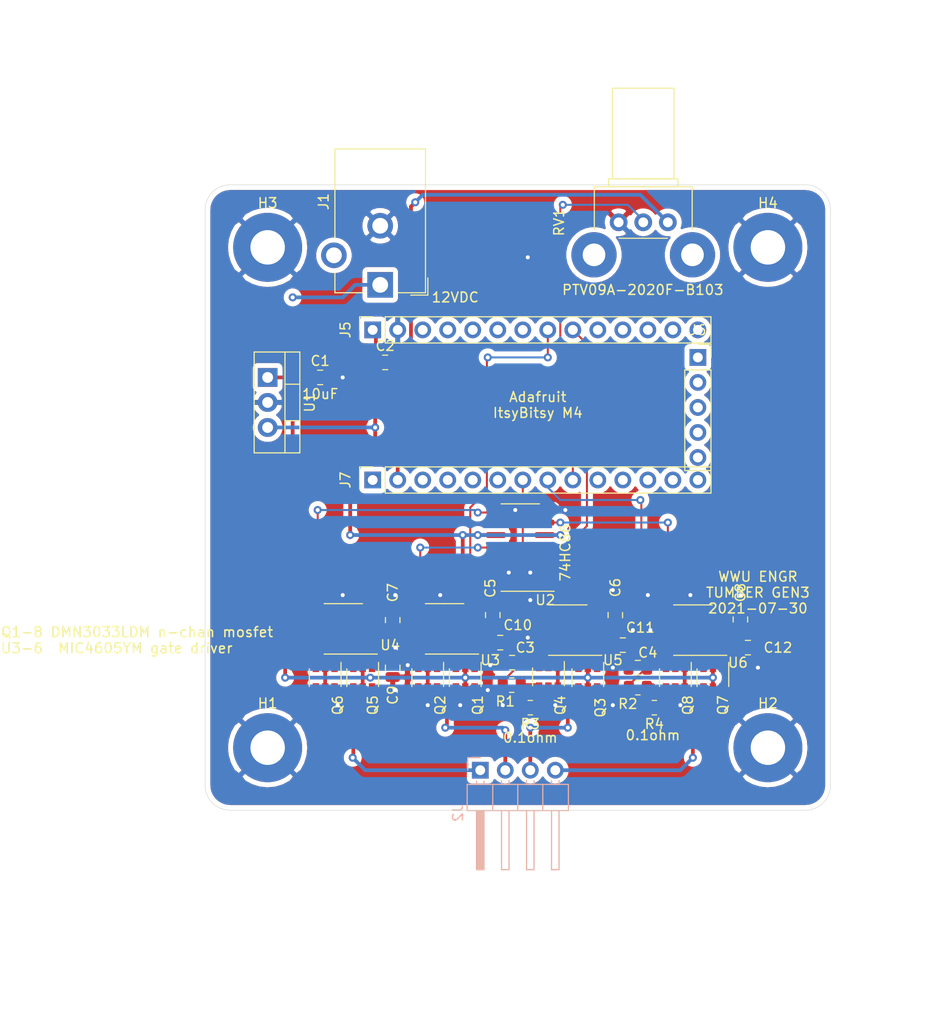
<source format=kicad_pcb>
(kicad_pcb (version 20171130) (host pcbnew 5.1.7-a382d34a8~88~ubuntu18.04.1)

  (general
    (thickness 1.6)
    (drawings 19)
    (tracks 305)
    (zones 0)
    (modules 40)
    (nets 32)
  )

  (page USLetter)
  (title_block
    (title ELOCK-NG)
    (date 2020-07-27)
    (rev V1.7)
    (company "Walla Walla University")
  )

  (layers
    (0 F.Cu signal)
    (31 B.Cu signal)
    (32 B.Adhes user)
    (33 F.Adhes user)
    (34 B.Paste user)
    (35 F.Paste user)
    (36 B.SilkS user)
    (37 F.SilkS user)
    (38 B.Mask user)
    (39 F.Mask user)
    (40 Dwgs.User user)
    (41 Cmts.User user)
    (42 Eco1.User user)
    (43 Eco2.User user)
    (44 Edge.Cuts user)
    (45 Margin user)
    (46 B.CrtYd user)
    (47 F.CrtYd user)
    (48 B.Fab user)
    (49 F.Fab user hide)
  )

  (setup
    (last_trace_width 0.2032)
    (trace_clearance 0.1524)
    (zone_clearance 0.508)
    (zone_45_only no)
    (trace_min 0.2)
    (via_size 0.8128)
    (via_drill 0.4064)
    (via_min_size 0.4)
    (via_min_drill 0.3)
    (uvia_size 0.3)
    (uvia_drill 0.1)
    (uvias_allowed no)
    (uvia_min_size 0.2)
    (uvia_min_drill 0.1)
    (edge_width 0.05)
    (segment_width 0.2)
    (pcb_text_width 0.3)
    (pcb_text_size 1.5 1.5)
    (mod_edge_width 0.12)
    (mod_text_size 1 1)
    (mod_text_width 0.15)
    (pad_size 1.524 1.524)
    (pad_drill 0.762)
    (pad_to_mask_clearance 0)
    (aux_axis_origin 178.562 125.73)
    (grid_origin 178.562 125.73)
    (visible_elements FFFFFF7F)
    (pcbplotparams
      (layerselection 0x010f8_ffffffff)
      (usegerberextensions false)
      (usegerberattributes false)
      (usegerberadvancedattributes false)
      (creategerberjobfile false)
      (excludeedgelayer true)
      (linewidth 0.100000)
      (plotframeref false)
      (viasonmask false)
      (mode 1)
      (useauxorigin false)
      (hpglpennumber 1)
      (hpglpenspeed 20)
      (hpglpendiameter 15.000000)
      (psnegative false)
      (psa4output false)
      (plotreference true)
      (plotvalue true)
      (plotinvisibletext false)
      (padsonsilk false)
      (subtractmaskfromsilk false)
      (outputformat 1)
      (mirror false)
      (drillshape 0)
      (scaleselection 1)
      (outputdirectory "gerbers/"))
  )

  (net 0 "")
  (net 1 +5V)
  (net 2 GND)
  (net 3 +12V)
  (net 4 "Net-(C3-Pad1)")
  (net 5 "Net-(C4-Pad1)")
  (net 6 "Net-(C5-Pad1)")
  (net 7 "Net-(C6-Pad1)")
  (net 8 "Net-(C7-Pad1)")
  (net 9 "Net-(C8-Pad1)")
  (net 10 "Net-(J5-Pad9)")
  (net 11 "Net-(J5-Pad8)")
  (net 12 "Net-(J7-Pad9)")
  (net 13 +3V3)
  (net 14 "Net-(Q1-Pad3)")
  (net 15 "Net-(Q2-Pad3)")
  (net 16 "Net-(Q3-Pad3)")
  (net 17 "Net-(Q4-Pad3)")
  (net 18 "Net-(Q5-Pad3)")
  (net 19 "Net-(Q6-Pad3)")
  (net 20 "Net-(Q7-Pad3)")
  (net 21 "Net-(Q8-Pad3)")
  (net 22 "Net-(U2-Pad11)")
  (net 23 "Net-(U2-Pad8)")
  (net 24 "Net-(U2-Pad6)")
  (net 25 "Net-(U2-Pad3)")
  (net 26 /PH_A2)
  (net 27 /PH_B1)
  (net 28 /PH_A1)
  (net 29 /PH_B2)
  (net 30 /R3P)
  (net 31 /R4P)

  (net_class Default "This is the default net class."
    (clearance 0.1524)
    (trace_width 0.2032)
    (via_dia 0.8128)
    (via_drill 0.4064)
    (uvia_dia 0.3)
    (uvia_drill 0.1)
    (add_net "Net-(C3-Pad1)")
    (add_net "Net-(C4-Pad1)")
    (add_net "Net-(C5-Pad1)")
    (add_net "Net-(C6-Pad1)")
    (add_net "Net-(C7-Pad1)")
    (add_net "Net-(C8-Pad1)")
    (add_net "Net-(J1-Pad3)")
    (add_net "Net-(J5-Pad10)")
    (add_net "Net-(J5-Pad11)")
    (add_net "Net-(J5-Pad12)")
    (add_net "Net-(J5-Pad13)")
    (add_net "Net-(J5-Pad14)")
    (add_net "Net-(J5-Pad3)")
    (add_net "Net-(J5-Pad4)")
    (add_net "Net-(J5-Pad5)")
    (add_net "Net-(J5-Pad6)")
    (add_net "Net-(J5-Pad7)")
    (add_net "Net-(J5-Pad8)")
    (add_net "Net-(J5-Pad9)")
    (add_net "Net-(J6-Pad1)")
    (add_net "Net-(J6-Pad2)")
    (add_net "Net-(J6-Pad3)")
    (add_net "Net-(J6-Pad4)")
    (add_net "Net-(J6-Pad5)")
    (add_net "Net-(J7-Pad1)")
    (add_net "Net-(J7-Pad10)")
    (add_net "Net-(J7-Pad11)")
    (add_net "Net-(J7-Pad12)")
    (add_net "Net-(J7-Pad13)")
    (add_net "Net-(J7-Pad14)")
    (add_net "Net-(J7-Pad3)")
    (add_net "Net-(J7-Pad4)")
    (add_net "Net-(J7-Pad5)")
    (add_net "Net-(J7-Pad6)")
    (add_net "Net-(J7-Pad9)")
    (add_net "Net-(Q1-Pad3)")
    (add_net "Net-(Q2-Pad3)")
    (add_net "Net-(Q3-Pad3)")
    (add_net "Net-(Q4-Pad3)")
    (add_net "Net-(Q5-Pad3)")
    (add_net "Net-(Q6-Pad3)")
    (add_net "Net-(Q7-Pad3)")
    (add_net "Net-(Q8-Pad3)")
    (add_net "Net-(U2-Pad11)")
    (add_net "Net-(U2-Pad3)")
    (add_net "Net-(U2-Pad6)")
    (add_net "Net-(U2-Pad8)")
    (add_net "Net-(U3-Pad6)")
    (add_net "Net-(U4-Pad6)")
    (add_net "Net-(U5-Pad6)")
    (add_net "Net-(U6-Pad6)")
  )

  (net_class power ""
    (clearance 0.1524)
    (trace_width 0.381)
    (via_dia 0.8128)
    (via_drill 0.4064)
    (uvia_dia 0.3)
    (uvia_drill 0.1)
    (add_net +12V)
    (add_net +3V3)
    (add_net +5V)
    (add_net /PH_A1)
    (add_net /PH_A2)
    (add_net /PH_B1)
    (add_net /PH_B2)
    (add_net /R3P)
    (add_net /R4P)
    (add_net GND)
  )

  (module MountingHole:MountingHole_3.5mm_Pad (layer F.Cu) (tedit 56D1B4CB) (tstamp 61086147)
    (at 240.792 161.29)
    (descr "Mounting Hole 3.5mm")
    (tags "mounting hole 3.5mm")
    (path /6116E01D)
    (attr virtual)
    (fp_text reference H2 (at 0 -4.5) (layer F.SilkS)
      (effects (font (size 1 1) (thickness 0.15)))
    )
    (fp_text value MountingHole_Pad (at 0 4.5) (layer F.Fab)
      (effects (font (size 1 1) (thickness 0.15)))
    )
    (fp_text user %R (at 0.3 0) (layer F.Fab)
      (effects (font (size 1 1) (thickness 0.15)))
    )
    (fp_circle (center 0 0) (end 3.5 0) (layer Cmts.User) (width 0.15))
    (fp_circle (center 0 0) (end 3.75 0) (layer F.CrtYd) (width 0.05))
    (pad 1 thru_hole circle (at 0 0) (size 7 7) (drill 3.5) (layers *.Cu *.Mask)
      (net 2 GND))
  )

  (module MountingHole:MountingHole_3.5mm_Pad (layer F.Cu) (tedit 56D1B4CB) (tstamp 6108613F)
    (at 189.992 161.29)
    (descr "Mounting Hole 3.5mm")
    (tags "mounting hole 3.5mm")
    (path /6116D41A)
    (attr virtual)
    (fp_text reference H1 (at 0 -4.5) (layer F.SilkS)
      (effects (font (size 1 1) (thickness 0.15)))
    )
    (fp_text value MountingHole_Pad (at 0 4.5) (layer F.Fab)
      (effects (font (size 1 1) (thickness 0.15)))
    )
    (fp_text user %R (at 0.3 0) (layer F.Fab)
      (effects (font (size 1 1) (thickness 0.15)))
    )
    (fp_circle (center 0 0) (end 3.5 0) (layer Cmts.User) (width 0.15))
    (fp_circle (center 0 0) (end 3.75 0) (layer F.CrtYd) (width 0.05))
    (pad 1 thru_hole circle (at 0 0) (size 7 7) (drill 3.5) (layers *.Cu *.Mask)
      (net 2 GND))
  )

  (module Capacitor_SMD:C_0805_2012Metric (layer F.Cu) (tedit 5F68FEEE) (tstamp 61083B96)
    (at 214.818 152.654 180)
    (descr "Capacitor SMD 0805 (2012 Metric), square (rectangular) end terminal, IPC_7351 nominal, (Body size source: IPC-SM-782 page 76, https://www.pcb-3d.com/wordpress/wp-content/uploads/ipc-sm-782a_amendment_1_and_2.pdf, https://docs.google.com/spreadsheets/d/1BsfQQcO9C6DZCsRaXUlFlo91Tg2WpOkGARC1WS5S8t0/edit?usp=sharing), generated with kicad-footprint-generator")
    (tags capacitor)
    (path /61314789)
    (attr smd)
    (fp_text reference C3 (at -1.336 1.524) (layer F.SilkS)
      (effects (font (size 1 1) (thickness 0.15)))
    )
    (fp_text value 10uF (at 0 1.68) (layer F.Fab)
      (effects (font (size 1 1) (thickness 0.15)))
    )
    (fp_line (start -1 0.625) (end -1 -0.625) (layer F.Fab) (width 0.1))
    (fp_line (start -1 -0.625) (end 1 -0.625) (layer F.Fab) (width 0.1))
    (fp_line (start 1 -0.625) (end 1 0.625) (layer F.Fab) (width 0.1))
    (fp_line (start 1 0.625) (end -1 0.625) (layer F.Fab) (width 0.1))
    (fp_line (start -0.261252 -0.735) (end 0.261252 -0.735) (layer F.SilkS) (width 0.12))
    (fp_line (start -0.261252 0.735) (end 0.261252 0.735) (layer F.SilkS) (width 0.12))
    (fp_line (start -1.7 0.98) (end -1.7 -0.98) (layer F.CrtYd) (width 0.05))
    (fp_line (start -1.7 -0.98) (end 1.7 -0.98) (layer F.CrtYd) (width 0.05))
    (fp_line (start 1.7 -0.98) (end 1.7 0.98) (layer F.CrtYd) (width 0.05))
    (fp_line (start 1.7 0.98) (end -1.7 0.98) (layer F.CrtYd) (width 0.05))
    (fp_text user %R (at 0 0) (layer F.Fab)
      (effects (font (size 0.5 0.5) (thickness 0.08)))
    )
    (pad 2 smd roundrect (at 0.95 0 180) (size 1 1.45) (layers F.Cu F.Paste F.Mask) (roundrect_rratio 0.25)
      (net 2 GND))
    (pad 1 smd roundrect (at -0.95 0 180) (size 1 1.45) (layers F.Cu F.Paste F.Mask) (roundrect_rratio 0.25)
      (net 4 "Net-(C3-Pad1)"))
    (model ${KISYS3DMOD}/Capacitor_SMD.3dshapes/C_0805_2012Metric.wrl
      (at (xyz 0 0 0))
      (scale (xyz 1 1 1))
      (rotate (xyz 0 0 0))
    )
  )

  (module Capacitor_SMD:C_0805_2012Metric (layer F.Cu) (tedit 5F68FEEE) (tstamp 61084088)
    (at 238.76 151.13)
    (descr "Capacitor SMD 0805 (2012 Metric), square (rectangular) end terminal, IPC_7351 nominal, (Body size source: IPC-SM-782 page 76, https://www.pcb-3d.com/wordpress/wp-content/uploads/ipc-sm-782a_amendment_1_and_2.pdf, https://docs.google.com/spreadsheets/d/1BsfQQcO9C6DZCsRaXUlFlo91Tg2WpOkGARC1WS5S8t0/edit?usp=sharing), generated with kicad-footprint-generator")
    (tags capacitor)
    (path /612348FA)
    (attr smd)
    (fp_text reference C12 (at 3.048 0) (layer F.SilkS)
      (effects (font (size 1 1) (thickness 0.15)))
    )
    (fp_text value 10uF (at 0 1.68) (layer F.Fab)
      (effects (font (size 1 1) (thickness 0.15)))
    )
    (fp_line (start 1.7 0.98) (end -1.7 0.98) (layer F.CrtYd) (width 0.05))
    (fp_line (start 1.7 -0.98) (end 1.7 0.98) (layer F.CrtYd) (width 0.05))
    (fp_line (start -1.7 -0.98) (end 1.7 -0.98) (layer F.CrtYd) (width 0.05))
    (fp_line (start -1.7 0.98) (end -1.7 -0.98) (layer F.CrtYd) (width 0.05))
    (fp_line (start -0.261252 0.735) (end 0.261252 0.735) (layer F.SilkS) (width 0.12))
    (fp_line (start -0.261252 -0.735) (end 0.261252 -0.735) (layer F.SilkS) (width 0.12))
    (fp_line (start 1 0.625) (end -1 0.625) (layer F.Fab) (width 0.1))
    (fp_line (start 1 -0.625) (end 1 0.625) (layer F.Fab) (width 0.1))
    (fp_line (start -1 -0.625) (end 1 -0.625) (layer F.Fab) (width 0.1))
    (fp_line (start -1 0.625) (end -1 -0.625) (layer F.Fab) (width 0.1))
    (fp_text user %R (at 0 0) (layer F.Fab)
      (effects (font (size 0.5 0.5) (thickness 0.08)))
    )
    (pad 2 smd roundrect (at 0.95 0) (size 1 1.45) (layers F.Cu F.Paste F.Mask) (roundrect_rratio 0.25)
      (net 2 GND))
    (pad 1 smd roundrect (at -0.95 0) (size 1 1.45) (layers F.Cu F.Paste F.Mask) (roundrect_rratio 0.25)
      (net 3 +12V))
    (model ${KISYS3DMOD}/Capacitor_SMD.3dshapes/C_0805_2012Metric.wrl
      (at (xyz 0 0 0))
      (scale (xyz 1 1 1))
      (rotate (xyz 0 0 0))
    )
  )

  (module Capacitor_SMD:C_0805_2012Metric (layer F.Cu) (tedit 5F68FEEE) (tstamp 610840B8)
    (at 226.06 150.876)
    (descr "Capacitor SMD 0805 (2012 Metric), square (rectangular) end terminal, IPC_7351 nominal, (Body size source: IPC-SM-782 page 76, https://www.pcb-3d.com/wordpress/wp-content/uploads/ipc-sm-782a_amendment_1_and_2.pdf, https://docs.google.com/spreadsheets/d/1BsfQQcO9C6DZCsRaXUlFlo91Tg2WpOkGARC1WS5S8t0/edit?usp=sharing), generated with kicad-footprint-generator")
    (tags capacitor)
    (path /6123BAAE)
    (attr smd)
    (fp_text reference C11 (at 1.778 -1.778) (layer F.SilkS)
      (effects (font (size 1 1) (thickness 0.15)))
    )
    (fp_text value 10uF (at 0 1.68) (layer F.Fab)
      (effects (font (size 1 1) (thickness 0.15)))
    )
    (fp_line (start 1.7 0.98) (end -1.7 0.98) (layer F.CrtYd) (width 0.05))
    (fp_line (start 1.7 -0.98) (end 1.7 0.98) (layer F.CrtYd) (width 0.05))
    (fp_line (start -1.7 -0.98) (end 1.7 -0.98) (layer F.CrtYd) (width 0.05))
    (fp_line (start -1.7 0.98) (end -1.7 -0.98) (layer F.CrtYd) (width 0.05))
    (fp_line (start -0.261252 0.735) (end 0.261252 0.735) (layer F.SilkS) (width 0.12))
    (fp_line (start -0.261252 -0.735) (end 0.261252 -0.735) (layer F.SilkS) (width 0.12))
    (fp_line (start 1 0.625) (end -1 0.625) (layer F.Fab) (width 0.1))
    (fp_line (start 1 -0.625) (end 1 0.625) (layer F.Fab) (width 0.1))
    (fp_line (start -1 -0.625) (end 1 -0.625) (layer F.Fab) (width 0.1))
    (fp_line (start -1 0.625) (end -1 -0.625) (layer F.Fab) (width 0.1))
    (fp_text user %R (at 0 0) (layer F.Fab)
      (effects (font (size 0.5 0.5) (thickness 0.08)))
    )
    (pad 2 smd roundrect (at 0.95 0) (size 1 1.45) (layers F.Cu F.Paste F.Mask) (roundrect_rratio 0.25)
      (net 2 GND))
    (pad 1 smd roundrect (at -0.95 0) (size 1 1.45) (layers F.Cu F.Paste F.Mask) (roundrect_rratio 0.25)
      (net 3 +12V))
    (model ${KISYS3DMOD}/Capacitor_SMD.3dshapes/C_0805_2012Metric.wrl
      (at (xyz 0 0 0))
      (scale (xyz 1 1 1))
      (rotate (xyz 0 0 0))
    )
  )

  (module Capacitor_SMD:C_0805_2012Metric (layer F.Cu) (tedit 5F68FEEE) (tstamp 61083C80)
    (at 213.614 150.622)
    (descr "Capacitor SMD 0805 (2012 Metric), square (rectangular) end terminal, IPC_7351 nominal, (Body size source: IPC-SM-782 page 76, https://www.pcb-3d.com/wordpress/wp-content/uploads/ipc-sm-782a_amendment_1_and_2.pdf, https://docs.google.com/spreadsheets/d/1BsfQQcO9C6DZCsRaXUlFlo91Tg2WpOkGARC1WS5S8t0/edit?usp=sharing), generated with kicad-footprint-generator")
    (tags capacitor)
    (path /612261BE)
    (attr smd)
    (fp_text reference C10 (at 1.778 -1.778) (layer F.SilkS)
      (effects (font (size 1 1) (thickness 0.15)))
    )
    (fp_text value 10uF (at 0 1.68) (layer F.Fab)
      (effects (font (size 1 1) (thickness 0.15)))
    )
    (fp_line (start 1.7 0.98) (end -1.7 0.98) (layer F.CrtYd) (width 0.05))
    (fp_line (start 1.7 -0.98) (end 1.7 0.98) (layer F.CrtYd) (width 0.05))
    (fp_line (start -1.7 -0.98) (end 1.7 -0.98) (layer F.CrtYd) (width 0.05))
    (fp_line (start -1.7 0.98) (end -1.7 -0.98) (layer F.CrtYd) (width 0.05))
    (fp_line (start -0.261252 0.735) (end 0.261252 0.735) (layer F.SilkS) (width 0.12))
    (fp_line (start -0.261252 -0.735) (end 0.261252 -0.735) (layer F.SilkS) (width 0.12))
    (fp_line (start 1 0.625) (end -1 0.625) (layer F.Fab) (width 0.1))
    (fp_line (start 1 -0.625) (end 1 0.625) (layer F.Fab) (width 0.1))
    (fp_line (start -1 -0.625) (end 1 -0.625) (layer F.Fab) (width 0.1))
    (fp_line (start -1 0.625) (end -1 -0.625) (layer F.Fab) (width 0.1))
    (fp_text user %R (at 0 0) (layer F.Fab)
      (effects (font (size 0.5 0.5) (thickness 0.08)))
    )
    (pad 2 smd roundrect (at 0.95 0) (size 1 1.45) (layers F.Cu F.Paste F.Mask) (roundrect_rratio 0.25)
      (net 2 GND))
    (pad 1 smd roundrect (at -0.95 0) (size 1 1.45) (layers F.Cu F.Paste F.Mask) (roundrect_rratio 0.25)
      (net 3 +12V))
    (model ${KISYS3DMOD}/Capacitor_SMD.3dshapes/C_0805_2012Metric.wrl
      (at (xyz 0 0 0))
      (scale (xyz 1 1 1))
      (rotate (xyz 0 0 0))
    )
  )

  (module Capacitor_SMD:C_0805_2012Metric (layer F.Cu) (tedit 5F68FEEE) (tstamp 61083C50)
    (at 202.692 153.162 270)
    (descr "Capacitor SMD 0805 (2012 Metric), square (rectangular) end terminal, IPC_7351 nominal, (Body size source: IPC-SM-782 page 76, https://www.pcb-3d.com/wordpress/wp-content/uploads/ipc-sm-782a_amendment_1_and_2.pdf, https://docs.google.com/spreadsheets/d/1BsfQQcO9C6DZCsRaXUlFlo91Tg2WpOkGARC1WS5S8t0/edit?usp=sharing), generated with kicad-footprint-generator")
    (tags capacitor)
    (path /6122E8D9)
    (attr smd)
    (fp_text reference C9 (at 2.794 0 90) (layer F.SilkS)
      (effects (font (size 1 1) (thickness 0.15)))
    )
    (fp_text value 10uF (at 0 1.68 90) (layer F.Fab)
      (effects (font (size 1 1) (thickness 0.15)))
    )
    (fp_line (start 1.7 0.98) (end -1.7 0.98) (layer F.CrtYd) (width 0.05))
    (fp_line (start 1.7 -0.98) (end 1.7 0.98) (layer F.CrtYd) (width 0.05))
    (fp_line (start -1.7 -0.98) (end 1.7 -0.98) (layer F.CrtYd) (width 0.05))
    (fp_line (start -1.7 0.98) (end -1.7 -0.98) (layer F.CrtYd) (width 0.05))
    (fp_line (start -0.261252 0.735) (end 0.261252 0.735) (layer F.SilkS) (width 0.12))
    (fp_line (start -0.261252 -0.735) (end 0.261252 -0.735) (layer F.SilkS) (width 0.12))
    (fp_line (start 1 0.625) (end -1 0.625) (layer F.Fab) (width 0.1))
    (fp_line (start 1 -0.625) (end 1 0.625) (layer F.Fab) (width 0.1))
    (fp_line (start -1 -0.625) (end 1 -0.625) (layer F.Fab) (width 0.1))
    (fp_line (start -1 0.625) (end -1 -0.625) (layer F.Fab) (width 0.1))
    (fp_text user %R (at 0 0 90) (layer F.Fab)
      (effects (font (size 0.5 0.5) (thickness 0.08)))
    )
    (pad 2 smd roundrect (at 0.95 0 270) (size 1 1.45) (layers F.Cu F.Paste F.Mask) (roundrect_rratio 0.25)
      (net 2 GND))
    (pad 1 smd roundrect (at -0.95 0 270) (size 1 1.45) (layers F.Cu F.Paste F.Mask) (roundrect_rratio 0.25)
      (net 3 +12V))
    (model ${KISYS3DMOD}/Capacitor_SMD.3dshapes/C_0805_2012Metric.wrl
      (at (xyz 0 0 0))
      (scale (xyz 1 1 1))
      (rotate (xyz 0 0 0))
    )
  )

  (module MountingHole:MountingHole_3.5mm_Pad (layer F.Cu) (tedit 56D1B4CB) (tstamp 6104AD3E)
    (at 240.792 110.49)
    (descr "Mounting Hole 3.5mm")
    (tags "mounting hole 3.5mm")
    (path /6116E207)
    (attr virtual)
    (fp_text reference H4 (at 0 -4.5) (layer F.SilkS)
      (effects (font (size 1 1) (thickness 0.15)))
    )
    (fp_text value MountingHole_Pad (at 0 4.5) (layer F.Fab)
      (effects (font (size 1 1) (thickness 0.15)))
    )
    (fp_circle (center 0 0) (end 3.75 0) (layer F.CrtYd) (width 0.05))
    (fp_circle (center 0 0) (end 3.5 0) (layer Cmts.User) (width 0.15))
    (fp_text user %R (at 0.3 0) (layer F.Fab)
      (effects (font (size 1 1) (thickness 0.15)))
    )
    (pad 1 thru_hole circle (at 0 0) (size 7 7) (drill 3.5) (layers *.Cu *.Mask)
      (net 2 GND))
  )

  (module MountingHole:MountingHole_3.5mm_Pad (layer F.Cu) (tedit 56D1B4CB) (tstamp 6104AD36)
    (at 189.992 110.49)
    (descr "Mounting Hole 3.5mm")
    (tags "mounting hole 3.5mm")
    (path /6116E10D)
    (attr virtual)
    (fp_text reference H3 (at 0 -4.5) (layer F.SilkS)
      (effects (font (size 1 1) (thickness 0.15)))
    )
    (fp_text value MountingHole_Pad (at 0 4.5) (layer F.Fab)
      (effects (font (size 1 1) (thickness 0.15)))
    )
    (fp_circle (center 0 0) (end 3.75 0) (layer F.CrtYd) (width 0.05))
    (fp_circle (center 0 0) (end 3.5 0) (layer Cmts.User) (width 0.15))
    (fp_text user %R (at 0.3 0) (layer F.Fab)
      (effects (font (size 1 1) (thickness 0.15)))
    )
    (pad 1 thru_hole circle (at 0 0) (size 7 7) (drill 3.5) (layers *.Cu *.Mask)
      (net 2 GND))
  )

  (module Connector_BarrelJack:BarrelJack_CUI_PJ-102AH_Horizontal (layer F.Cu) (tedit 5A1DBF38) (tstamp 61047382)
    (at 201.422 114.3 180)
    (descr "Thin-pin DC Barrel Jack, https://cdn-shop.adafruit.com/datasheets/21mmdcjackDatasheet.pdf")
    (tags "Power Jack")
    (path /614298AA)
    (fp_text reference J1 (at 5.75 8.45 90) (layer F.SilkS)
      (effects (font (size 1 1) (thickness 0.15)))
    )
    (fp_text value Barrel_Jack_Switch (at -5.5 6.2 90) (layer F.Fab)
      (effects (font (size 1 1) (thickness 0.15)))
    )
    (fp_line (start -4.5 10.2) (end 4.5 10.2) (layer F.Fab) (width 0.1))
    (fp_line (start -3.5 -0.7) (end 4.5 -0.7) (layer F.Fab) (width 0.1))
    (fp_line (start -4.5 0.3) (end -3.5 -0.7) (layer F.Fab) (width 0.1))
    (fp_line (start -4.5 13.7) (end -4.5 0.3) (layer F.Fab) (width 0.1))
    (fp_line (start 4.5 13.7) (end -4.5 13.7) (layer F.Fab) (width 0.1))
    (fp_line (start 4.5 -0.7) (end 4.5 13.7) (layer F.Fab) (width 0.1))
    (fp_line (start -4.84 -1.04) (end -3.1 -1.04) (layer F.SilkS) (width 0.12))
    (fp_line (start -4.84 0.7) (end -4.84 -1.04) (layer F.SilkS) (width 0.12))
    (fp_line (start 4.6 -0.8) (end 4.6 1.2) (layer F.SilkS) (width 0.12))
    (fp_line (start 1.8 -0.8) (end 4.6 -0.8) (layer F.SilkS) (width 0.12))
    (fp_line (start -4.6 -0.8) (end -1.8 -0.8) (layer F.SilkS) (width 0.12))
    (fp_line (start -4.6 13.8) (end -4.6 -0.8) (layer F.SilkS) (width 0.12))
    (fp_line (start 4.6 13.8) (end -4.6 13.8) (layer F.SilkS) (width 0.12))
    (fp_line (start 4.6 4.8) (end 4.6 13.8) (layer F.SilkS) (width 0.12))
    (fp_line (start -1.8 -1.8) (end 1.8 -1.8) (layer F.CrtYd) (width 0.05))
    (fp_line (start -1.8 -1.2) (end -1.8 -1.8) (layer F.CrtYd) (width 0.05))
    (fp_line (start -5 -1.2) (end -1.8 -1.2) (layer F.CrtYd) (width 0.05))
    (fp_line (start -5 14.2) (end -5 -1.2) (layer F.CrtYd) (width 0.05))
    (fp_line (start 5 14.2) (end -5 14.2) (layer F.CrtYd) (width 0.05))
    (fp_line (start 5 4.8) (end 5 14.2) (layer F.CrtYd) (width 0.05))
    (fp_line (start 6.5 4.8) (end 5 4.8) (layer F.CrtYd) (width 0.05))
    (fp_line (start 6.5 1.2) (end 6.5 4.8) (layer F.CrtYd) (width 0.05))
    (fp_line (start 5 1.2) (end 6.5 1.2) (layer F.CrtYd) (width 0.05))
    (fp_line (start 5 -1.2) (end 5 1.2) (layer F.CrtYd) (width 0.05))
    (fp_line (start 1.8 -1.2) (end 5 -1.2) (layer F.CrtYd) (width 0.05))
    (fp_line (start 1.8 -1.8) (end 1.8 -1.2) (layer F.CrtYd) (width 0.05))
    (fp_text user %R (at 0 6.5) (layer F.Fab)
      (effects (font (size 1 1) (thickness 0.15)))
    )
    (pad 3 thru_hole circle (at 4.7 3 180) (size 2.6 2.6) (drill 1.6) (layers *.Cu *.Mask))
    (pad 2 thru_hole circle (at 0 6 180) (size 2.6 2.6) (drill 1.6) (layers *.Cu *.Mask)
      (net 2 GND))
    (pad 1 thru_hole rect (at 0 0 180) (size 2.6 2.6) (drill 1.6) (layers *.Cu *.Mask)
      (net 3 +12V))
    (model ${KISYS3DMOD}/Connector_BarrelJack.3dshapes/BarrelJack_CUI_PJ-102AH_Horizontal.wrl
      (at (xyz 0 0 0))
      (scale (xyz 1 1 1))
      (rotate (xyz 0 0 0))
    )
  )

  (module Connector_PinHeader_2.54mm:PinHeader_1x04_P2.54mm_Horizontal (layer B.Cu) (tedit 59FED5CB) (tstamp 61083FBF)
    (at 211.582 163.576 270)
    (descr "Through hole angled pin header, 1x04, 2.54mm pitch, 6mm pin length, single row")
    (tags "Through hole angled pin header THT 1x04 2.54mm single row")
    (path /6124E2A2)
    (fp_text reference J2 (at 4.385 2.27 270) (layer B.SilkS)
      (effects (font (size 1 1) (thickness 0.15)) (justify mirror))
    )
    (fp_text value Conn_01x04 (at 4.385 -9.89 270) (layer B.Fab)
      (effects (font (size 1 1) (thickness 0.15)) (justify mirror))
    )
    (fp_line (start 10.55 1.8) (end -1.8 1.8) (layer B.CrtYd) (width 0.05))
    (fp_line (start 10.55 -9.4) (end 10.55 1.8) (layer B.CrtYd) (width 0.05))
    (fp_line (start -1.8 -9.4) (end 10.55 -9.4) (layer B.CrtYd) (width 0.05))
    (fp_line (start -1.8 1.8) (end -1.8 -9.4) (layer B.CrtYd) (width 0.05))
    (fp_line (start -1.27 1.27) (end 0 1.27) (layer B.SilkS) (width 0.12))
    (fp_line (start -1.27 0) (end -1.27 1.27) (layer B.SilkS) (width 0.12))
    (fp_line (start 1.042929 -8) (end 1.44 -8) (layer B.SilkS) (width 0.12))
    (fp_line (start 1.042929 -7.24) (end 1.44 -7.24) (layer B.SilkS) (width 0.12))
    (fp_line (start 10.1 -8) (end 4.1 -8) (layer B.SilkS) (width 0.12))
    (fp_line (start 10.1 -7.24) (end 10.1 -8) (layer B.SilkS) (width 0.12))
    (fp_line (start 4.1 -7.24) (end 10.1 -7.24) (layer B.SilkS) (width 0.12))
    (fp_line (start 1.44 -6.35) (end 4.1 -6.35) (layer B.SilkS) (width 0.12))
    (fp_line (start 1.042929 -5.46) (end 1.44 -5.46) (layer B.SilkS) (width 0.12))
    (fp_line (start 1.042929 -4.7) (end 1.44 -4.7) (layer B.SilkS) (width 0.12))
    (fp_line (start 10.1 -5.46) (end 4.1 -5.46) (layer B.SilkS) (width 0.12))
    (fp_line (start 10.1 -4.7) (end 10.1 -5.46) (layer B.SilkS) (width 0.12))
    (fp_line (start 4.1 -4.7) (end 10.1 -4.7) (layer B.SilkS) (width 0.12))
    (fp_line (start 1.44 -3.81) (end 4.1 -3.81) (layer B.SilkS) (width 0.12))
    (fp_line (start 1.042929 -2.92) (end 1.44 -2.92) (layer B.SilkS) (width 0.12))
    (fp_line (start 1.042929 -2.16) (end 1.44 -2.16) (layer B.SilkS) (width 0.12))
    (fp_line (start 10.1 -2.92) (end 4.1 -2.92) (layer B.SilkS) (width 0.12))
    (fp_line (start 10.1 -2.16) (end 10.1 -2.92) (layer B.SilkS) (width 0.12))
    (fp_line (start 4.1 -2.16) (end 10.1 -2.16) (layer B.SilkS) (width 0.12))
    (fp_line (start 1.44 -1.27) (end 4.1 -1.27) (layer B.SilkS) (width 0.12))
    (fp_line (start 1.11 -0.38) (end 1.44 -0.38) (layer B.SilkS) (width 0.12))
    (fp_line (start 1.11 0.38) (end 1.44 0.38) (layer B.SilkS) (width 0.12))
    (fp_line (start 4.1 -0.28) (end 10.1 -0.28) (layer B.SilkS) (width 0.12))
    (fp_line (start 4.1 -0.16) (end 10.1 -0.16) (layer B.SilkS) (width 0.12))
    (fp_line (start 4.1 -0.04) (end 10.1 -0.04) (layer B.SilkS) (width 0.12))
    (fp_line (start 4.1 0.08) (end 10.1 0.08) (layer B.SilkS) (width 0.12))
    (fp_line (start 4.1 0.2) (end 10.1 0.2) (layer B.SilkS) (width 0.12))
    (fp_line (start 4.1 0.32) (end 10.1 0.32) (layer B.SilkS) (width 0.12))
    (fp_line (start 10.1 -0.38) (end 4.1 -0.38) (layer B.SilkS) (width 0.12))
    (fp_line (start 10.1 0.38) (end 10.1 -0.38) (layer B.SilkS) (width 0.12))
    (fp_line (start 4.1 0.38) (end 10.1 0.38) (layer B.SilkS) (width 0.12))
    (fp_line (start 4.1 1.33) (end 1.44 1.33) (layer B.SilkS) (width 0.12))
    (fp_line (start 4.1 -8.95) (end 4.1 1.33) (layer B.SilkS) (width 0.12))
    (fp_line (start 1.44 -8.95) (end 4.1 -8.95) (layer B.SilkS) (width 0.12))
    (fp_line (start 1.44 1.33) (end 1.44 -8.95) (layer B.SilkS) (width 0.12))
    (fp_line (start 4.04 -7.94) (end 10.04 -7.94) (layer B.Fab) (width 0.1))
    (fp_line (start 10.04 -7.3) (end 10.04 -7.94) (layer B.Fab) (width 0.1))
    (fp_line (start 4.04 -7.3) (end 10.04 -7.3) (layer B.Fab) (width 0.1))
    (fp_line (start -0.32 -7.94) (end 1.5 -7.94) (layer B.Fab) (width 0.1))
    (fp_line (start -0.32 -7.3) (end -0.32 -7.94) (layer B.Fab) (width 0.1))
    (fp_line (start -0.32 -7.3) (end 1.5 -7.3) (layer B.Fab) (width 0.1))
    (fp_line (start 4.04 -5.4) (end 10.04 -5.4) (layer B.Fab) (width 0.1))
    (fp_line (start 10.04 -4.76) (end 10.04 -5.4) (layer B.Fab) (width 0.1))
    (fp_line (start 4.04 -4.76) (end 10.04 -4.76) (layer B.Fab) (width 0.1))
    (fp_line (start -0.32 -5.4) (end 1.5 -5.4) (layer B.Fab) (width 0.1))
    (fp_line (start -0.32 -4.76) (end -0.32 -5.4) (layer B.Fab) (width 0.1))
    (fp_line (start -0.32 -4.76) (end 1.5 -4.76) (layer B.Fab) (width 0.1))
    (fp_line (start 4.04 -2.86) (end 10.04 -2.86) (layer B.Fab) (width 0.1))
    (fp_line (start 10.04 -2.22) (end 10.04 -2.86) (layer B.Fab) (width 0.1))
    (fp_line (start 4.04 -2.22) (end 10.04 -2.22) (layer B.Fab) (width 0.1))
    (fp_line (start -0.32 -2.86) (end 1.5 -2.86) (layer B.Fab) (width 0.1))
    (fp_line (start -0.32 -2.22) (end -0.32 -2.86) (layer B.Fab) (width 0.1))
    (fp_line (start -0.32 -2.22) (end 1.5 -2.22) (layer B.Fab) (width 0.1))
    (fp_line (start 4.04 -0.32) (end 10.04 -0.32) (layer B.Fab) (width 0.1))
    (fp_line (start 10.04 0.32) (end 10.04 -0.32) (layer B.Fab) (width 0.1))
    (fp_line (start 4.04 0.32) (end 10.04 0.32) (layer B.Fab) (width 0.1))
    (fp_line (start -0.32 -0.32) (end 1.5 -0.32) (layer B.Fab) (width 0.1))
    (fp_line (start -0.32 0.32) (end -0.32 -0.32) (layer B.Fab) (width 0.1))
    (fp_line (start -0.32 0.32) (end 1.5 0.32) (layer B.Fab) (width 0.1))
    (fp_line (start 1.5 0.635) (end 2.135 1.27) (layer B.Fab) (width 0.1))
    (fp_line (start 1.5 -8.89) (end 1.5 0.635) (layer B.Fab) (width 0.1))
    (fp_line (start 4.04 -8.89) (end 1.5 -8.89) (layer B.Fab) (width 0.1))
    (fp_line (start 4.04 1.27) (end 4.04 -8.89) (layer B.Fab) (width 0.1))
    (fp_line (start 2.135 1.27) (end 4.04 1.27) (layer B.Fab) (width 0.1))
    (fp_text user %R (at 2.77 -3.81) (layer B.Fab)
      (effects (font (size 1 1) (thickness 0.15)) (justify mirror))
    )
    (pad 4 thru_hole oval (at 0 -7.62 270) (size 1.7 1.7) (drill 1) (layers *.Cu *.Mask)
      (net 29 /PH_B2))
    (pad 3 thru_hole oval (at 0 -5.08 270) (size 1.7 1.7) (drill 1) (layers *.Cu *.Mask)
      (net 27 /PH_B1))
    (pad 2 thru_hole oval (at 0 -2.54 270) (size 1.7 1.7) (drill 1) (layers *.Cu *.Mask)
      (net 26 /PH_A2))
    (pad 1 thru_hole rect (at 0 0 270) (size 1.7 1.7) (drill 1) (layers *.Cu *.Mask)
      (net 28 /PH_A1))
    (model ${KISYS3DMOD}/Connector_PinHeader_2.54mm.3dshapes/PinHeader_1x04_P2.54mm_Horizontal.wrl
      (at (xyz 0 0 0))
      (scale (xyz 1 1 1))
      (rotate (xyz 0 0 0))
    )
  )

  (module Package_TO_SOT_THT:TO-220-3_Vertical (layer F.Cu) (tedit 5AC8BA0D) (tstamp 61035DB3)
    (at 189.992 123.698 270)
    (descr "TO-220-3, Vertical, RM 2.54mm, see https://www.vishay.com/docs/66542/to-220-1.pdf")
    (tags "TO-220-3 Vertical RM 2.54mm")
    (path /611C6DCE)
    (fp_text reference U1 (at 2.54 -4.27 90) (layer F.SilkS)
      (effects (font (size 1 1) (thickness 0.15)))
    )
    (fp_text value L7805 (at 2.54 2.5 90) (layer F.Fab)
      (effects (font (size 1 1) (thickness 0.15)))
    )
    (fp_line (start 7.79 -3.4) (end -2.71 -3.4) (layer F.CrtYd) (width 0.05))
    (fp_line (start 7.79 1.51) (end 7.79 -3.4) (layer F.CrtYd) (width 0.05))
    (fp_line (start -2.71 1.51) (end 7.79 1.51) (layer F.CrtYd) (width 0.05))
    (fp_line (start -2.71 -3.4) (end -2.71 1.51) (layer F.CrtYd) (width 0.05))
    (fp_line (start 4.391 -3.27) (end 4.391 -1.76) (layer F.SilkS) (width 0.12))
    (fp_line (start 0.69 -3.27) (end 0.69 -1.76) (layer F.SilkS) (width 0.12))
    (fp_line (start -2.58 -1.76) (end 7.66 -1.76) (layer F.SilkS) (width 0.12))
    (fp_line (start 7.66 -3.27) (end 7.66 1.371) (layer F.SilkS) (width 0.12))
    (fp_line (start -2.58 -3.27) (end -2.58 1.371) (layer F.SilkS) (width 0.12))
    (fp_line (start -2.58 1.371) (end 7.66 1.371) (layer F.SilkS) (width 0.12))
    (fp_line (start -2.58 -3.27) (end 7.66 -3.27) (layer F.SilkS) (width 0.12))
    (fp_line (start 4.39 -3.15) (end 4.39 -1.88) (layer F.Fab) (width 0.1))
    (fp_line (start 0.69 -3.15) (end 0.69 -1.88) (layer F.Fab) (width 0.1))
    (fp_line (start -2.46 -1.88) (end 7.54 -1.88) (layer F.Fab) (width 0.1))
    (fp_line (start 7.54 -3.15) (end -2.46 -3.15) (layer F.Fab) (width 0.1))
    (fp_line (start 7.54 1.25) (end 7.54 -3.15) (layer F.Fab) (width 0.1))
    (fp_line (start -2.46 1.25) (end 7.54 1.25) (layer F.Fab) (width 0.1))
    (fp_line (start -2.46 -3.15) (end -2.46 1.25) (layer F.Fab) (width 0.1))
    (fp_text user %R (at 2.54 -4.27 90) (layer F.Fab)
      (effects (font (size 1 1) (thickness 0.15)))
    )
    (pad 3 thru_hole oval (at 5.08 0 270) (size 1.905 2) (drill 1.1) (layers *.Cu *.Mask)
      (net 1 +5V))
    (pad 2 thru_hole oval (at 2.54 0 270) (size 1.905 2) (drill 1.1) (layers *.Cu *.Mask)
      (net 2 GND))
    (pad 1 thru_hole rect (at 0 0 270) (size 1.905 2) (drill 1.1) (layers *.Cu *.Mask)
      (net 3 +12V))
    (model ${KISYS3DMOD}/Package_TO_SOT_THT.3dshapes/TO-220-3_Vertical.wrl
      (at (xyz 0 0 0))
      (scale (xyz 1 1 1))
      (rotate (xyz 0 0 0))
    )
  )

  (module Potentiometer_THT:Potentiometer_Bourns_PTV09A-2_Single_Horizontal (layer F.Cu) (tedit 5A3D4993) (tstamp 61035D93)
    (at 230.632 107.95 90)
    (descr "Potentiometer, horizontal, Bourns PTV09A-2 Single, http://www.bourns.com/docs/Product-Datasheets/ptv09.pdf")
    (tags "Potentiometer horizontal Bourns PTV09A-2 Single")
    (path /61383398)
    (fp_text reference RV1 (at 0 -11.05 90) (layer F.SilkS)
      (effects (font (size 1 1) (thickness 0.15)))
    )
    (fp_text value 10K (at 0 6.05 90) (layer F.Fab)
      (effects (font (size 1 1) (thickness 0.15)))
    )
    (fp_line (start 13.75 -10.05) (end -5.85 -10.05) (layer F.CrtYd) (width 0.05))
    (fp_line (start 13.75 5.1) (end 13.75 -10.05) (layer F.CrtYd) (width 0.05))
    (fp_line (start -5.85 5.1) (end 13.75 5.1) (layer F.CrtYd) (width 0.05))
    (fp_line (start -5.85 -10.05) (end -5.85 5.1) (layer F.CrtYd) (width 0.05))
    (fp_line (start 13.62 -5.62) (end 13.62 0.62) (layer F.SilkS) (width 0.12))
    (fp_line (start 4.42 -5.62) (end 4.42 0.62) (layer F.SilkS) (width 0.12))
    (fp_line (start 4.42 0.62) (end 13.62 0.62) (layer F.SilkS) (width 0.12))
    (fp_line (start 4.42 -5.62) (end 13.62 -5.62) (layer F.SilkS) (width 0.12))
    (fp_line (start 4.42 -6.02) (end 4.42 1.02) (layer F.SilkS) (width 0.12))
    (fp_line (start 3.62 -6.02) (end 3.62 1.02) (layer F.SilkS) (width 0.12))
    (fp_line (start 3.62 1.02) (end 4.42 1.02) (layer F.SilkS) (width 0.12))
    (fp_line (start 3.62 -6.02) (end 4.42 -6.02) (layer F.SilkS) (width 0.12))
    (fp_line (start 3.62 -7.47) (end 3.62 2.47) (layer F.SilkS) (width 0.12))
    (fp_line (start -1.62 -4.944) (end -1.62 -0.055) (layer F.SilkS) (width 0.12))
    (fp_line (start -0.745 2.47) (end 3.62 2.47) (layer F.SilkS) (width 0.12))
    (fp_line (start -0.745 -7.47) (end 3.62 -7.47) (layer F.SilkS) (width 0.12))
    (fp_line (start 13.5 -5.5) (end 4.3 -5.5) (layer F.Fab) (width 0.1))
    (fp_line (start 13.5 0.5) (end 13.5 -5.5) (layer F.Fab) (width 0.1))
    (fp_line (start 4.3 0.5) (end 13.5 0.5) (layer F.Fab) (width 0.1))
    (fp_line (start 4.3 -5.5) (end 4.3 0.5) (layer F.Fab) (width 0.1))
    (fp_line (start 4.3 -5.9) (end 3.5 -5.9) (layer F.Fab) (width 0.1))
    (fp_line (start 4.3 0.9) (end 4.3 -5.9) (layer F.Fab) (width 0.1))
    (fp_line (start 3.5 0.9) (end 4.3 0.9) (layer F.Fab) (width 0.1))
    (fp_line (start 3.5 -5.9) (end 3.5 0.9) (layer F.Fab) (width 0.1))
    (fp_line (start 3.5 -7.35) (end -1.5 -7.35) (layer F.Fab) (width 0.1))
    (fp_line (start 3.5 2.35) (end 3.5 -7.35) (layer F.Fab) (width 0.1))
    (fp_line (start -1.5 2.35) (end 3.5 2.35) (layer F.Fab) (width 0.1))
    (fp_line (start -1.5 -7.35) (end -1.5 2.35) (layer F.Fab) (width 0.1))
    (fp_text user %R (at 1 -2.5 90) (layer F.Fab)
      (effects (font (size 1 1) (thickness 0.15)))
    )
    (pad "" thru_hole circle (at -3.3 2.5 90) (size 4.6 4.6) (drill 2.3) (layers *.Cu *.Mask))
    (pad "" thru_hole circle (at -3.3 -7.5 90) (size 4.6 4.6) (drill 2.3) (layers *.Cu *.Mask))
    (pad 1 thru_hole circle (at 0 0 90) (size 1.8 1.8) (drill 1) (layers *.Cu *.Mask)
      (net 13 +3V3))
    (pad 2 thru_hole circle (at 0 -2.5 90) (size 1.8 1.8) (drill 1) (layers *.Cu *.Mask)
      (net 12 "Net-(J7-Pad9)"))
    (pad 3 thru_hole circle (at 0 -5 90) (size 1.8 1.8) (drill 1) (layers *.Cu *.Mask)
      (net 2 GND))
    (model ${KISYS3DMOD}/Potentiometer_THT.3dshapes/Potentiometer_Bourns_PTV09A-2_Single_Horizontal.wrl
      (at (xyz 0 0 0))
      (scale (xyz 1 1 1))
      (rotate (xyz 0 0 0))
    )
  )

  (module Package_SO:SOIC-8_3.9x4.9mm_P1.27mm (layer F.Cu) (tedit 5D9F72B1) (tstamp 61083C0E)
    (at 233.172 149.352 180)
    (descr "SOIC, 8 Pin (JEDEC MS-012AA, https://www.analog.com/media/en/package-pcb-resources/package/pkg_pdf/soic_narrow-r/r_8.pdf), generated with kicad-footprint-generator ipc_gullwing_generator.py")
    (tags "SOIC SO")
    (path /6106CD18)
    (attr smd)
    (fp_text reference U6 (at -4.572 -3.302) (layer F.SilkS)
      (effects (font (size 1 1) (thickness 0.15)))
    )
    (fp_text value MIC4604YM (at 0 3.4) (layer F.Fab)
      (effects (font (size 1 1) (thickness 0.15)))
    )
    (fp_line (start 0 2.56) (end 1.95 2.56) (layer F.SilkS) (width 0.12))
    (fp_line (start 0 2.56) (end -1.95 2.56) (layer F.SilkS) (width 0.12))
    (fp_line (start 0 -2.56) (end 1.95 -2.56) (layer F.SilkS) (width 0.12))
    (fp_line (start 0 -2.56) (end -3.45 -2.56) (layer F.SilkS) (width 0.12))
    (fp_line (start -0.975 -2.45) (end 1.95 -2.45) (layer F.Fab) (width 0.1))
    (fp_line (start 1.95 -2.45) (end 1.95 2.45) (layer F.Fab) (width 0.1))
    (fp_line (start 1.95 2.45) (end -1.95 2.45) (layer F.Fab) (width 0.1))
    (fp_line (start -1.95 2.45) (end -1.95 -1.475) (layer F.Fab) (width 0.1))
    (fp_line (start -1.95 -1.475) (end -0.975 -2.45) (layer F.Fab) (width 0.1))
    (fp_line (start -3.7 -2.7) (end -3.7 2.7) (layer F.CrtYd) (width 0.05))
    (fp_line (start -3.7 2.7) (end 3.7 2.7) (layer F.CrtYd) (width 0.05))
    (fp_line (start 3.7 2.7) (end 3.7 -2.7) (layer F.CrtYd) (width 0.05))
    (fp_line (start 3.7 -2.7) (end -3.7 -2.7) (layer F.CrtYd) (width 0.05))
    (fp_text user %R (at 0 0) (layer F.Fab)
      (effects (font (size 0.98 0.98) (thickness 0.15)))
    )
    (pad 8 smd roundrect (at 2.475 -1.905 180) (size 1.95 0.6) (layers F.Cu F.Paste F.Mask) (roundrect_rratio 0.25)
      (net 21 "Net-(Q8-Pad3)"))
    (pad 7 smd roundrect (at 2.475 -0.635 180) (size 1.95 0.6) (layers F.Cu F.Paste F.Mask) (roundrect_rratio 0.25)
      (net 2 GND))
    (pad 6 smd roundrect (at 2.475 0.635 180) (size 1.95 0.6) (layers F.Cu F.Paste F.Mask) (roundrect_rratio 0.25))
    (pad 5 smd roundrect (at 2.475 1.905 180) (size 1.95 0.6) (layers F.Cu F.Paste F.Mask) (roundrect_rratio 0.25)
      (net 24 "Net-(U2-Pad6)"))
    (pad 4 smd roundrect (at -2.475 1.905 180) (size 1.95 0.6) (layers F.Cu F.Paste F.Mask) (roundrect_rratio 0.25)
      (net 29 /PH_B2))
    (pad 3 smd roundrect (at -2.475 0.635 180) (size 1.95 0.6) (layers F.Cu F.Paste F.Mask) (roundrect_rratio 0.25)
      (net 20 "Net-(Q7-Pad3)"))
    (pad 2 smd roundrect (at -2.475 -0.635 180) (size 1.95 0.6) (layers F.Cu F.Paste F.Mask) (roundrect_rratio 0.25)
      (net 9 "Net-(C8-Pad1)"))
    (pad 1 smd roundrect (at -2.475 -1.905 180) (size 1.95 0.6) (layers F.Cu F.Paste F.Mask) (roundrect_rratio 0.25)
      (net 3 +12V))
    (model ${KISYS3DMOD}/Package_SO.3dshapes/SOIC-8_3.9x4.9mm_P1.27mm.wrl
      (at (xyz 0 0 0))
      (scale (xyz 1 1 1))
      (rotate (xyz 0 0 0))
    )
  )

  (module Package_SO:SOIC-8_3.9x4.9mm_P1.27mm (layer F.Cu) (tedit 5D9F72B1) (tstamp 610843A9)
    (at 220.472 149.352 180)
    (descr "SOIC, 8 Pin (JEDEC MS-012AA, https://www.analog.com/media/en/package-pcb-resources/package/pkg_pdf/soic_narrow-r/r_8.pdf), generated with kicad-footprint-generator ipc_gullwing_generator.py")
    (tags "SOIC SO")
    (path /6105664C)
    (attr smd)
    (fp_text reference U5 (at -4.572 -3.048) (layer F.SilkS)
      (effects (font (size 1 1) (thickness 0.15)))
    )
    (fp_text value MIC4604YM (at 0 3.4) (layer F.Fab)
      (effects (font (size 1 1) (thickness 0.15)))
    )
    (fp_line (start 0 2.56) (end 1.95 2.56) (layer F.SilkS) (width 0.12))
    (fp_line (start 0 2.56) (end -1.95 2.56) (layer F.SilkS) (width 0.12))
    (fp_line (start 0 -2.56) (end 1.95 -2.56) (layer F.SilkS) (width 0.12))
    (fp_line (start 0 -2.56) (end -3.45 -2.56) (layer F.SilkS) (width 0.12))
    (fp_line (start -0.975 -2.45) (end 1.95 -2.45) (layer F.Fab) (width 0.1))
    (fp_line (start 1.95 -2.45) (end 1.95 2.45) (layer F.Fab) (width 0.1))
    (fp_line (start 1.95 2.45) (end -1.95 2.45) (layer F.Fab) (width 0.1))
    (fp_line (start -1.95 2.45) (end -1.95 -1.475) (layer F.Fab) (width 0.1))
    (fp_line (start -1.95 -1.475) (end -0.975 -2.45) (layer F.Fab) (width 0.1))
    (fp_line (start -3.7 -2.7) (end -3.7 2.7) (layer F.CrtYd) (width 0.05))
    (fp_line (start -3.7 2.7) (end 3.7 2.7) (layer F.CrtYd) (width 0.05))
    (fp_line (start 3.7 2.7) (end 3.7 -2.7) (layer F.CrtYd) (width 0.05))
    (fp_line (start 3.7 -2.7) (end -3.7 -2.7) (layer F.CrtYd) (width 0.05))
    (fp_text user %R (at 0 0) (layer F.Fab)
      (effects (font (size 0.98 0.98) (thickness 0.15)))
    )
    (pad 8 smd roundrect (at 2.475 -1.905 180) (size 1.95 0.6) (layers F.Cu F.Paste F.Mask) (roundrect_rratio 0.25)
      (net 17 "Net-(Q4-Pad3)"))
    (pad 7 smd roundrect (at 2.475 -0.635 180) (size 1.95 0.6) (layers F.Cu F.Paste F.Mask) (roundrect_rratio 0.25)
      (net 2 GND))
    (pad 6 smd roundrect (at 2.475 0.635 180) (size 1.95 0.6) (layers F.Cu F.Paste F.Mask) (roundrect_rratio 0.25))
    (pad 5 smd roundrect (at 2.475 1.905 180) (size 1.95 0.6) (layers F.Cu F.Paste F.Mask) (roundrect_rratio 0.25)
      (net 25 "Net-(U2-Pad3)"))
    (pad 4 smd roundrect (at -2.475 1.905 180) (size 1.95 0.6) (layers F.Cu F.Paste F.Mask) (roundrect_rratio 0.25)
      (net 27 /PH_B1))
    (pad 3 smd roundrect (at -2.475 0.635 180) (size 1.95 0.6) (layers F.Cu F.Paste F.Mask) (roundrect_rratio 0.25)
      (net 16 "Net-(Q3-Pad3)"))
    (pad 2 smd roundrect (at -2.475 -0.635 180) (size 1.95 0.6) (layers F.Cu F.Paste F.Mask) (roundrect_rratio 0.25)
      (net 7 "Net-(C6-Pad1)"))
    (pad 1 smd roundrect (at -2.475 -1.905 180) (size 1.95 0.6) (layers F.Cu F.Paste F.Mask) (roundrect_rratio 0.25)
      (net 3 +12V))
    (model ${KISYS3DMOD}/Package_SO.3dshapes/SOIC-8_3.9x4.9mm_P1.27mm.wrl
      (at (xyz 0 0 0))
      (scale (xyz 1 1 1))
      (rotate (xyz 0 0 0))
    )
  )

  (module Package_SO:SOIC-8_3.9x4.9mm_P1.27mm (layer F.Cu) (tedit 5D9F72B1) (tstamp 61084133)
    (at 197.677 149.225 180)
    (descr "SOIC, 8 Pin (JEDEC MS-012AA, https://www.analog.com/media/en/package-pcb-resources/package/pkg_pdf/soic_narrow-r/r_8.pdf), generated with kicad-footprint-generator ipc_gullwing_generator.py")
    (tags "SOIC SO")
    (path /610618D3)
    (attr smd)
    (fp_text reference U4 (at -4.761 -1.651) (layer F.SilkS)
      (effects (font (size 1 1) (thickness 0.15)))
    )
    (fp_text value MIC4604YM (at 0 3.4) (layer F.SilkS) hide
      (effects (font (size 1 1) (thickness 0.15)))
    )
    (fp_line (start 0 2.56) (end 1.95 2.56) (layer F.SilkS) (width 0.12))
    (fp_line (start 0 2.56) (end -1.95 2.56) (layer F.SilkS) (width 0.12))
    (fp_line (start 0 -2.56) (end 1.95 -2.56) (layer F.SilkS) (width 0.12))
    (fp_line (start 0 -2.56) (end -3.45 -2.56) (layer F.SilkS) (width 0.12))
    (fp_line (start -0.975 -2.45) (end 1.95 -2.45) (layer F.Fab) (width 0.1))
    (fp_line (start 1.95 -2.45) (end 1.95 2.45) (layer F.Fab) (width 0.1))
    (fp_line (start 1.95 2.45) (end -1.95 2.45) (layer F.Fab) (width 0.1))
    (fp_line (start -1.95 2.45) (end -1.95 -1.475) (layer F.Fab) (width 0.1))
    (fp_line (start -1.95 -1.475) (end -0.975 -2.45) (layer F.Fab) (width 0.1))
    (fp_line (start -3.7 -2.7) (end -3.7 2.7) (layer F.CrtYd) (width 0.05))
    (fp_line (start -3.7 2.7) (end 3.7 2.7) (layer F.CrtYd) (width 0.05))
    (fp_line (start 3.7 2.7) (end 3.7 -2.7) (layer F.CrtYd) (width 0.05))
    (fp_line (start 3.7 -2.7) (end -3.7 -2.7) (layer F.CrtYd) (width 0.05))
    (fp_text user %R (at 0 0) (layer F.Fab)
      (effects (font (size 0.98 0.98) (thickness 0.15)))
    )
    (pad 8 smd roundrect (at 2.475 -1.905 180) (size 1.95 0.6) (layers F.Cu F.Paste F.Mask) (roundrect_rratio 0.25)
      (net 19 "Net-(Q6-Pad3)"))
    (pad 7 smd roundrect (at 2.475 -0.635 180) (size 1.95 0.6) (layers F.Cu F.Paste F.Mask) (roundrect_rratio 0.25)
      (net 2 GND))
    (pad 6 smd roundrect (at 2.475 0.635 180) (size 1.95 0.6) (layers F.Cu F.Paste F.Mask) (roundrect_rratio 0.25))
    (pad 5 smd roundrect (at 2.475 1.905 180) (size 1.95 0.6) (layers F.Cu F.Paste F.Mask) (roundrect_rratio 0.25)
      (net 23 "Net-(U2-Pad8)"))
    (pad 4 smd roundrect (at -2.475 1.905 180) (size 1.95 0.6) (layers F.Cu F.Paste F.Mask) (roundrect_rratio 0.25)
      (net 28 /PH_A1))
    (pad 3 smd roundrect (at -2.475 0.635 180) (size 1.95 0.6) (layers F.Cu F.Paste F.Mask) (roundrect_rratio 0.25)
      (net 18 "Net-(Q5-Pad3)"))
    (pad 2 smd roundrect (at -2.475 -0.635 180) (size 1.95 0.6) (layers F.Cu F.Paste F.Mask) (roundrect_rratio 0.25)
      (net 8 "Net-(C7-Pad1)"))
    (pad 1 smd roundrect (at -2.475 -1.905 180) (size 1.95 0.6) (layers F.Cu F.Paste F.Mask) (roundrect_rratio 0.25)
      (net 3 +12V))
    (model ${KISYS3DMOD}/Package_SO.3dshapes/SOIC-8_3.9x4.9mm_P1.27mm.wrl
      (at (xyz 0 0 0))
      (scale (xyz 1 1 1))
      (rotate (xyz 0 0 0))
    )
  )

  (module Package_SO:SOIC-8_3.9x4.9mm_P1.27mm (layer F.Cu) (tedit 5D9F72B1) (tstamp 6108426E)
    (at 207.961 149.225 180)
    (descr "SOIC, 8 Pin (JEDEC MS-012AA, https://www.analog.com/media/en/package-pcb-resources/package/pkg_pdf/soic_narrow-r/r_8.pdf), generated with kicad-footprint-generator ipc_gullwing_generator.py")
    (tags "SOIC SO")
    (path /613946B3)
    (attr smd)
    (fp_text reference U3 (at -4.637 -3.175) (layer F.SilkS)
      (effects (font (size 1 1) (thickness 0.15)))
    )
    (fp_text value MIC4604YM (at 0 3.4) (layer F.Fab)
      (effects (font (size 1 1) (thickness 0.15)))
    )
    (fp_line (start 0 2.56) (end 1.95 2.56) (layer F.SilkS) (width 0.12))
    (fp_line (start 0 2.56) (end -1.95 2.56) (layer F.SilkS) (width 0.12))
    (fp_line (start 0 -2.56) (end 1.95 -2.56) (layer F.SilkS) (width 0.12))
    (fp_line (start 0 -2.56) (end -3.45 -2.56) (layer F.SilkS) (width 0.12))
    (fp_line (start -0.975 -2.45) (end 1.95 -2.45) (layer F.Fab) (width 0.1))
    (fp_line (start 1.95 -2.45) (end 1.95 2.45) (layer F.Fab) (width 0.1))
    (fp_line (start 1.95 2.45) (end -1.95 2.45) (layer F.Fab) (width 0.1))
    (fp_line (start -1.95 2.45) (end -1.95 -1.475) (layer F.Fab) (width 0.1))
    (fp_line (start -1.95 -1.475) (end -0.975 -2.45) (layer F.Fab) (width 0.1))
    (fp_line (start -3.7 -2.7) (end -3.7 2.7) (layer F.CrtYd) (width 0.05))
    (fp_line (start -3.7 2.7) (end 3.7 2.7) (layer F.CrtYd) (width 0.05))
    (fp_line (start 3.7 2.7) (end 3.7 -2.7) (layer F.CrtYd) (width 0.05))
    (fp_line (start 3.7 -2.7) (end -3.7 -2.7) (layer F.CrtYd) (width 0.05))
    (fp_text user %R (at 0 0) (layer F.Fab)
      (effects (font (size 0.98 0.98) (thickness 0.15)))
    )
    (pad 8 smd roundrect (at 2.475 -1.905 180) (size 1.95 0.6) (layers F.Cu F.Paste F.Mask) (roundrect_rratio 0.25)
      (net 15 "Net-(Q2-Pad3)"))
    (pad 7 smd roundrect (at 2.475 -0.635 180) (size 1.95 0.6) (layers F.Cu F.Paste F.Mask) (roundrect_rratio 0.25)
      (net 2 GND))
    (pad 6 smd roundrect (at 2.475 0.635 180) (size 1.95 0.6) (layers F.Cu F.Paste F.Mask) (roundrect_rratio 0.25))
    (pad 5 smd roundrect (at 2.475 1.905 180) (size 1.95 0.6) (layers F.Cu F.Paste F.Mask) (roundrect_rratio 0.25)
      (net 22 "Net-(U2-Pad11)"))
    (pad 4 smd roundrect (at -2.475 1.905 180) (size 1.95 0.6) (layers F.Cu F.Paste F.Mask) (roundrect_rratio 0.25)
      (net 26 /PH_A2))
    (pad 3 smd roundrect (at -2.475 0.635 180) (size 1.95 0.6) (layers F.Cu F.Paste F.Mask) (roundrect_rratio 0.25)
      (net 14 "Net-(Q1-Pad3)"))
    (pad 2 smd roundrect (at -2.475 -0.635 180) (size 1.95 0.6) (layers F.Cu F.Paste F.Mask) (roundrect_rratio 0.25)
      (net 6 "Net-(C5-Pad1)"))
    (pad 1 smd roundrect (at -2.475 -1.905 180) (size 1.95 0.6) (layers F.Cu F.Paste F.Mask) (roundrect_rratio 0.25)
      (net 3 +12V))
    (model ${KISYS3DMOD}/Package_SO.3dshapes/SOIC-8_3.9x4.9mm_P1.27mm.wrl
      (at (xyz 0 0 0))
      (scale (xyz 1 1 1))
      (rotate (xyz 0 0 0))
    )
  )

  (module Package_SO:SOIC-14_3.9x8.7mm_P1.27mm (layer F.Cu) (tedit 5D9F72B1) (tstamp 61035DD3)
    (at 215.646 140.97 180)
    (descr "SOIC, 14 Pin (JEDEC MS-012AB, https://www.analog.com/media/en/package-pcb-resources/package/pkg_pdf/soic_narrow-r/r_14.pdf), generated with kicad-footprint-generator ipc_gullwing_generator.py")
    (tags "SOIC SO")
    (path /613CBAD8)
    (attr smd)
    (fp_text reference U2 (at -2.54 -5.334) (layer F.SilkS)
      (effects (font (size 1 1) (thickness 0.15)))
    )
    (fp_text value 74HC86 (at -4.572 -0.508 90) (layer F.SilkS)
      (effects (font (size 1 1) (thickness 0.15)))
    )
    (fp_line (start 0 4.435) (end 1.95 4.435) (layer F.SilkS) (width 0.12))
    (fp_line (start 0 4.435) (end -1.95 4.435) (layer F.SilkS) (width 0.12))
    (fp_line (start 0 -4.435) (end 1.95 -4.435) (layer F.SilkS) (width 0.12))
    (fp_line (start 0 -4.435) (end -3.45 -4.435) (layer F.SilkS) (width 0.12))
    (fp_line (start -0.975 -4.325) (end 1.95 -4.325) (layer F.Fab) (width 0.1))
    (fp_line (start 1.95 -4.325) (end 1.95 4.325) (layer F.Fab) (width 0.1))
    (fp_line (start 1.95 4.325) (end -1.95 4.325) (layer F.Fab) (width 0.1))
    (fp_line (start -1.95 4.325) (end -1.95 -3.35) (layer F.Fab) (width 0.1))
    (fp_line (start -1.95 -3.35) (end -0.975 -4.325) (layer F.Fab) (width 0.1))
    (fp_line (start -3.7 -4.58) (end -3.7 4.58) (layer F.CrtYd) (width 0.05))
    (fp_line (start -3.7 4.58) (end 3.7 4.58) (layer F.CrtYd) (width 0.05))
    (fp_line (start 3.7 4.58) (end 3.7 -4.58) (layer F.CrtYd) (width 0.05))
    (fp_line (start 3.7 -4.58) (end -3.7 -4.58) (layer F.CrtYd) (width 0.05))
    (fp_text user %R (at 0 0) (layer F.Fab)
      (effects (font (size 0.98 0.98) (thickness 0.15)))
    )
    (pad 14 smd roundrect (at 2.475 -3.81 180) (size 1.95 0.6) (layers F.Cu F.Paste F.Mask) (roundrect_rratio 0.25)
      (net 1 +5V))
    (pad 13 smd roundrect (at 2.475 -2.54 180) (size 1.95 0.6) (layers F.Cu F.Paste F.Mask) (roundrect_rratio 0.25)
      (net 2 GND))
    (pad 12 smd roundrect (at 2.475 -1.27 180) (size 1.95 0.6) (layers F.Cu F.Paste F.Mask) (roundrect_rratio 0.25)
      (net 11 "Net-(J5-Pad8)"))
    (pad 11 smd roundrect (at 2.475 0 180) (size 1.95 0.6) (layers F.Cu F.Paste F.Mask) (roundrect_rratio 0.25)
      (net 22 "Net-(U2-Pad11)"))
    (pad 10 smd roundrect (at 2.475 1.27 180) (size 1.95 0.6) (layers F.Cu F.Paste F.Mask) (roundrect_rratio 0.25)
      (net 1 +5V))
    (pad 9 smd roundrect (at 2.475 2.54 180) (size 1.95 0.6) (layers F.Cu F.Paste F.Mask) (roundrect_rratio 0.25)
      (net 11 "Net-(J5-Pad8)"))
    (pad 8 smd roundrect (at 2.475 3.81 180) (size 1.95 0.6) (layers F.Cu F.Paste F.Mask) (roundrect_rratio 0.25)
      (net 23 "Net-(U2-Pad8)"))
    (pad 7 smd roundrect (at -2.475 3.81 180) (size 1.95 0.6) (layers F.Cu F.Paste F.Mask) (roundrect_rratio 0.25)
      (net 2 GND))
    (pad 6 smd roundrect (at -2.475 2.54 180) (size 1.95 0.6) (layers F.Cu F.Paste F.Mask) (roundrect_rratio 0.25)
      (net 24 "Net-(U2-Pad6)"))
    (pad 5 smd roundrect (at -2.475 1.27 180) (size 1.95 0.6) (layers F.Cu F.Paste F.Mask) (roundrect_rratio 0.25)
      (net 1 +5V))
    (pad 4 smd roundrect (at -2.475 0 180) (size 1.95 0.6) (layers F.Cu F.Paste F.Mask) (roundrect_rratio 0.25)
      (net 10 "Net-(J5-Pad9)"))
    (pad 3 smd roundrect (at -2.475 -1.27 180) (size 1.95 0.6) (layers F.Cu F.Paste F.Mask) (roundrect_rratio 0.25)
      (net 25 "Net-(U2-Pad3)"))
    (pad 2 smd roundrect (at -2.475 -2.54 180) (size 1.95 0.6) (layers F.Cu F.Paste F.Mask) (roundrect_rratio 0.25)
      (net 2 GND))
    (pad 1 smd roundrect (at -2.475 -3.81 180) (size 1.95 0.6) (layers F.Cu F.Paste F.Mask) (roundrect_rratio 0.25)
      (net 10 "Net-(J5-Pad9)"))
    (model ${KISYS3DMOD}/Package_SO.3dshapes/SOIC-14_3.9x8.7mm_P1.27mm.wrl
      (at (xyz 0 0 0))
      (scale (xyz 1 1 1))
      (rotate (xyz 0 0 0))
    )
  )

  (module Resistor_SMD:R_0805_2012Metric (layer F.Cu) (tedit 5F68FEEE) (tstamp 610841F9)
    (at 229.2585 157.226 180)
    (descr "Resistor SMD 0805 (2012 Metric), square (rectangular) end terminal, IPC_7351 nominal, (Body size source: IPC-SM-782 page 72, https://www.pcb-3d.com/wordpress/wp-content/uploads/ipc-sm-782a_amendment_1_and_2.pdf), generated with kicad-footprint-generator")
    (tags resistor)
    (path /61103633)
    (attr smd)
    (fp_text reference R4 (at 0 -1.65) (layer F.SilkS)
      (effects (font (size 1 1) (thickness 0.15)))
    )
    (fp_text value 0.1ohm (at 0.1505 -2.794) (layer F.SilkS)
      (effects (font (size 1 1) (thickness 0.15)))
    )
    (fp_line (start -1 0.625) (end -1 -0.625) (layer F.Fab) (width 0.1))
    (fp_line (start -1 -0.625) (end 1 -0.625) (layer F.Fab) (width 0.1))
    (fp_line (start 1 -0.625) (end 1 0.625) (layer F.Fab) (width 0.1))
    (fp_line (start 1 0.625) (end -1 0.625) (layer F.Fab) (width 0.1))
    (fp_line (start -0.227064 -0.735) (end 0.227064 -0.735) (layer F.SilkS) (width 0.12))
    (fp_line (start -0.227064 0.735) (end 0.227064 0.735) (layer F.SilkS) (width 0.12))
    (fp_line (start -1.68 0.95) (end -1.68 -0.95) (layer F.CrtYd) (width 0.05))
    (fp_line (start -1.68 -0.95) (end 1.68 -0.95) (layer F.CrtYd) (width 0.05))
    (fp_line (start 1.68 -0.95) (end 1.68 0.95) (layer F.CrtYd) (width 0.05))
    (fp_line (start 1.68 0.95) (end -1.68 0.95) (layer F.CrtYd) (width 0.05))
    (fp_text user %R (at 0 0) (layer F.Fab)
      (effects (font (size 0.5 0.5) (thickness 0.08)))
    )
    (pad 2 smd roundrect (at 0.9125 0 180) (size 1.025 1.4) (layers F.Cu F.Paste F.Mask) (roundrect_rratio 0.2439014634146341)
      (net 2 GND))
    (pad 1 smd roundrect (at -0.9125 0 180) (size 1.025 1.4) (layers F.Cu F.Paste F.Mask) (roundrect_rratio 0.2439014634146341)
      (net 31 /R4P))
    (model ${KISYS3DMOD}/Resistor_SMD.3dshapes/R_0805_2012Metric.wrl
      (at (xyz 0 0 0))
      (scale (xyz 1 1 1))
      (rotate (xyz 0 0 0))
    )
  )

  (module Resistor_SMD:R_0805_2012Metric (layer F.Cu) (tedit 5F68FEEE) (tstamp 61083ECC)
    (at 216.662 157.226 180)
    (descr "Resistor SMD 0805 (2012 Metric), square (rectangular) end terminal, IPC_7351 nominal, (Body size source: IPC-SM-782 page 72, https://www.pcb-3d.com/wordpress/wp-content/uploads/ipc-sm-782a_amendment_1_and_2.pdf), generated with kicad-footprint-generator")
    (tags resistor)
    (path /61102DF5)
    (attr smd)
    (fp_text reference R3 (at 0 -1.65) (layer F.SilkS)
      (effects (font (size 1 1) (thickness 0.15)))
    )
    (fp_text value 0.1ohm (at 0 -3.048) (layer F.SilkS)
      (effects (font (size 1 1) (thickness 0.15)))
    )
    (fp_line (start -1 0.625) (end -1 -0.625) (layer F.Fab) (width 0.1))
    (fp_line (start -1 -0.625) (end 1 -0.625) (layer F.Fab) (width 0.1))
    (fp_line (start 1 -0.625) (end 1 0.625) (layer F.Fab) (width 0.1))
    (fp_line (start 1 0.625) (end -1 0.625) (layer F.Fab) (width 0.1))
    (fp_line (start -0.227064 -0.735) (end 0.227064 -0.735) (layer F.SilkS) (width 0.12))
    (fp_line (start -0.227064 0.735) (end 0.227064 0.735) (layer F.SilkS) (width 0.12))
    (fp_line (start -1.68 0.95) (end -1.68 -0.95) (layer F.CrtYd) (width 0.05))
    (fp_line (start -1.68 -0.95) (end 1.68 -0.95) (layer F.CrtYd) (width 0.05))
    (fp_line (start 1.68 -0.95) (end 1.68 0.95) (layer F.CrtYd) (width 0.05))
    (fp_line (start 1.68 0.95) (end -1.68 0.95) (layer F.CrtYd) (width 0.05))
    (fp_text user %R (at 0 0) (layer F.Fab)
      (effects (font (size 0.5 0.5) (thickness 0.08)))
    )
    (pad 2 smd roundrect (at 0.9125 0 180) (size 1.025 1.4) (layers F.Cu F.Paste F.Mask) (roundrect_rratio 0.2439014634146341)
      (net 2 GND))
    (pad 1 smd roundrect (at -0.9125 0 180) (size 1.025 1.4) (layers F.Cu F.Paste F.Mask) (roundrect_rratio 0.2439014634146341)
      (net 30 /R3P))
    (model ${KISYS3DMOD}/Resistor_SMD.3dshapes/R_0805_2012Metric.wrl
      (at (xyz 0 0 0))
      (scale (xyz 1 1 1))
      (rotate (xyz 0 0 0))
    )
  )

  (module Resistor_SMD:R_0805_2012Metric (layer F.Cu) (tedit 5F68FEEE) (tstamp 610842CB)
    (at 227.584 155.194 180)
    (descr "Resistor SMD 0805 (2012 Metric), square (rectangular) end terminal, IPC_7351 nominal, (Body size source: IPC-SM-782 page 72, https://www.pcb-3d.com/wordpress/wp-content/uploads/ipc-sm-782a_amendment_1_and_2.pdf), generated with kicad-footprint-generator")
    (tags resistor)
    (path /612E9B02)
    (attr smd)
    (fp_text reference R2 (at 1.016 -1.65) (layer F.SilkS)
      (effects (font (size 1 1) (thickness 0.15)))
    )
    (fp_text value 10000 (at 0 1.65) (layer F.Fab)
      (effects (font (size 1 1) (thickness 0.15)))
    )
    (fp_line (start -1 0.625) (end -1 -0.625) (layer F.Fab) (width 0.1))
    (fp_line (start -1 -0.625) (end 1 -0.625) (layer F.Fab) (width 0.1))
    (fp_line (start 1 -0.625) (end 1 0.625) (layer F.Fab) (width 0.1))
    (fp_line (start 1 0.625) (end -1 0.625) (layer F.Fab) (width 0.1))
    (fp_line (start -0.227064 -0.735) (end 0.227064 -0.735) (layer F.SilkS) (width 0.12))
    (fp_line (start -0.227064 0.735) (end 0.227064 0.735) (layer F.SilkS) (width 0.12))
    (fp_line (start -1.68 0.95) (end -1.68 -0.95) (layer F.CrtYd) (width 0.05))
    (fp_line (start -1.68 -0.95) (end 1.68 -0.95) (layer F.CrtYd) (width 0.05))
    (fp_line (start 1.68 -0.95) (end 1.68 0.95) (layer F.CrtYd) (width 0.05))
    (fp_line (start 1.68 0.95) (end -1.68 0.95) (layer F.CrtYd) (width 0.05))
    (fp_text user %R (at 0 0) (layer F.Fab)
      (effects (font (size 0.5 0.5) (thickness 0.08)))
    )
    (pad 2 smd roundrect (at 0.9125 0 180) (size 1.025 1.4) (layers F.Cu F.Paste F.Mask) (roundrect_rratio 0.2439014634146341)
      (net 5 "Net-(C4-Pad1)"))
    (pad 1 smd roundrect (at -0.9125 0 180) (size 1.025 1.4) (layers F.Cu F.Paste F.Mask) (roundrect_rratio 0.2439014634146341)
      (net 31 /R4P))
    (model ${KISYS3DMOD}/Resistor_SMD.3dshapes/R_0805_2012Metric.wrl
      (at (xyz 0 0 0))
      (scale (xyz 1 1 1))
      (rotate (xyz 0 0 0))
    )
  )

  (module Resistor_SMD:R_0805_2012Metric (layer F.Cu) (tedit 5F68FEEE) (tstamp 610843EB)
    (at 214.7805 154.94 180)
    (descr "Resistor SMD 0805 (2012 Metric), square (rectangular) end terminal, IPC_7351 nominal, (Body size source: IPC-SM-782 page 72, https://www.pcb-3d.com/wordpress/wp-content/uploads/ipc-sm-782a_amendment_1_and_2.pdf), generated with kicad-footprint-generator")
    (tags resistor)
    (path /612EA75E)
    (attr smd)
    (fp_text reference R1 (at 0.6585 -1.65) (layer F.SilkS)
      (effects (font (size 1 1) (thickness 0.15)))
    )
    (fp_text value 10000 (at 0 1.65) (layer F.Fab)
      (effects (font (size 1 1) (thickness 0.15)))
    )
    (fp_line (start -1 0.625) (end -1 -0.625) (layer F.Fab) (width 0.1))
    (fp_line (start -1 -0.625) (end 1 -0.625) (layer F.Fab) (width 0.1))
    (fp_line (start 1 -0.625) (end 1 0.625) (layer F.Fab) (width 0.1))
    (fp_line (start 1 0.625) (end -1 0.625) (layer F.Fab) (width 0.1))
    (fp_line (start -0.227064 -0.735) (end 0.227064 -0.735) (layer F.SilkS) (width 0.12))
    (fp_line (start -0.227064 0.735) (end 0.227064 0.735) (layer F.SilkS) (width 0.12))
    (fp_line (start -1.68 0.95) (end -1.68 -0.95) (layer F.CrtYd) (width 0.05))
    (fp_line (start -1.68 -0.95) (end 1.68 -0.95) (layer F.CrtYd) (width 0.05))
    (fp_line (start 1.68 -0.95) (end 1.68 0.95) (layer F.CrtYd) (width 0.05))
    (fp_line (start 1.68 0.95) (end -1.68 0.95) (layer F.CrtYd) (width 0.05))
    (fp_text user %R (at 0 0) (layer F.Fab)
      (effects (font (size 0.5 0.5) (thickness 0.08)))
    )
    (pad 2 smd roundrect (at 0.9125 0 180) (size 1.025 1.4) (layers F.Cu F.Paste F.Mask) (roundrect_rratio 0.2439014634146341)
      (net 4 "Net-(C3-Pad1)"))
    (pad 1 smd roundrect (at -0.9125 0 180) (size 1.025 1.4) (layers F.Cu F.Paste F.Mask) (roundrect_rratio 0.2439014634146341)
      (net 30 /R3P))
    (model ${KISYS3DMOD}/Resistor_SMD.3dshapes/R_0805_2012Metric.wrl
      (at (xyz 0 0 0))
      (scale (xyz 1 1 1))
      (rotate (xyz 0 0 0))
    )
  )

  (module Package_TO_SOT_SMD:SOT-23-6 (layer F.Cu) (tedit 5A02FF57) (tstamp 61084189)
    (at 231.394 154.178 270)
    (descr "6-pin SOT-23 package")
    (tags SOT-23-6)
    (path /6106CD24)
    (attr smd)
    (fp_text reference Q8 (at 2.794 -1.27 90) (layer F.SilkS)
      (effects (font (size 1 1) (thickness 0.15)))
    )
    (fp_text value DMN3033LDM (at 0 2.9 90) (layer F.Fab)
      (effects (font (size 1 1) (thickness 0.15)))
    )
    (fp_line (start -0.9 1.61) (end 0.9 1.61) (layer F.SilkS) (width 0.12))
    (fp_line (start 0.9 -1.61) (end -1.55 -1.61) (layer F.SilkS) (width 0.12))
    (fp_line (start 1.9 -1.8) (end -1.9 -1.8) (layer F.CrtYd) (width 0.05))
    (fp_line (start 1.9 1.8) (end 1.9 -1.8) (layer F.CrtYd) (width 0.05))
    (fp_line (start -1.9 1.8) (end 1.9 1.8) (layer F.CrtYd) (width 0.05))
    (fp_line (start -1.9 -1.8) (end -1.9 1.8) (layer F.CrtYd) (width 0.05))
    (fp_line (start -0.9 -0.9) (end -0.25 -1.55) (layer F.Fab) (width 0.1))
    (fp_line (start 0.9 -1.55) (end -0.25 -1.55) (layer F.Fab) (width 0.1))
    (fp_line (start -0.9 -0.9) (end -0.9 1.55) (layer F.Fab) (width 0.1))
    (fp_line (start 0.9 1.55) (end -0.9 1.55) (layer F.Fab) (width 0.1))
    (fp_line (start 0.9 -1.55) (end 0.9 1.55) (layer F.Fab) (width 0.1))
    (fp_text user %R (at 0 0) (layer F.Fab)
      (effects (font (size 0.5 0.5) (thickness 0.075)))
    )
    (pad 5 smd rect (at 1.1 0 270) (size 1.06 0.65) (layers F.Cu F.Paste F.Mask)
      (net 29 /PH_B2))
    (pad 6 smd rect (at 1.1 -0.95 270) (size 1.06 0.65) (layers F.Cu F.Paste F.Mask)
      (net 29 /PH_B2))
    (pad 4 smd rect (at 1.1 0.95 270) (size 1.06 0.65) (layers F.Cu F.Paste F.Mask)
      (net 31 /R4P))
    (pad 3 smd rect (at -1.1 0.95 270) (size 1.06 0.65) (layers F.Cu F.Paste F.Mask)
      (net 21 "Net-(Q8-Pad3)"))
    (pad 2 smd rect (at -1.1 0 270) (size 1.06 0.65) (layers F.Cu F.Paste F.Mask)
      (net 29 /PH_B2))
    (pad 1 smd rect (at -1.1 -0.95 270) (size 1.06 0.65) (layers F.Cu F.Paste F.Mask)
      (net 29 /PH_B2))
    (model ${KISYS3DMOD}/Package_TO_SOT_SMD.3dshapes/SOT-23-6.wrl
      (at (xyz 0 0 0))
      (scale (xyz 1 1 1))
      (rotate (xyz 0 0 0))
    )
  )

  (module Package_TO_SOT_SMD:SOT-23-6 (layer F.Cu) (tedit 5A02FF57) (tstamp 61083D48)
    (at 235.204 154.178 270)
    (descr "6-pin SOT-23 package")
    (tags SOT-23-6)
    (path /6106CD1E)
    (attr smd)
    (fp_text reference Q7 (at 2.794 -1.016 90) (layer F.SilkS)
      (effects (font (size 1 1) (thickness 0.15)))
    )
    (fp_text value DMN3033LDM (at 0 2.9 90) (layer F.Fab)
      (effects (font (size 1 1) (thickness 0.15)))
    )
    (fp_line (start -0.9 1.61) (end 0.9 1.61) (layer F.SilkS) (width 0.12))
    (fp_line (start 0.9 -1.61) (end -1.55 -1.61) (layer F.SilkS) (width 0.12))
    (fp_line (start 1.9 -1.8) (end -1.9 -1.8) (layer F.CrtYd) (width 0.05))
    (fp_line (start 1.9 1.8) (end 1.9 -1.8) (layer F.CrtYd) (width 0.05))
    (fp_line (start -1.9 1.8) (end 1.9 1.8) (layer F.CrtYd) (width 0.05))
    (fp_line (start -1.9 -1.8) (end -1.9 1.8) (layer F.CrtYd) (width 0.05))
    (fp_line (start -0.9 -0.9) (end -0.25 -1.55) (layer F.Fab) (width 0.1))
    (fp_line (start 0.9 -1.55) (end -0.25 -1.55) (layer F.Fab) (width 0.1))
    (fp_line (start -0.9 -0.9) (end -0.9 1.55) (layer F.Fab) (width 0.1))
    (fp_line (start 0.9 1.55) (end -0.9 1.55) (layer F.Fab) (width 0.1))
    (fp_line (start 0.9 -1.55) (end 0.9 1.55) (layer F.Fab) (width 0.1))
    (fp_text user %R (at 0 0) (layer F.Fab)
      (effects (font (size 0.5 0.5) (thickness 0.075)))
    )
    (pad 5 smd rect (at 1.1 0 270) (size 1.06 0.65) (layers F.Cu F.Paste F.Mask)
      (net 3 +12V))
    (pad 6 smd rect (at 1.1 -0.95 270) (size 1.06 0.65) (layers F.Cu F.Paste F.Mask)
      (net 3 +12V))
    (pad 4 smd rect (at 1.1 0.95 270) (size 1.06 0.65) (layers F.Cu F.Paste F.Mask)
      (net 29 /PH_B2))
    (pad 3 smd rect (at -1.1 0.95 270) (size 1.06 0.65) (layers F.Cu F.Paste F.Mask)
      (net 20 "Net-(Q7-Pad3)"))
    (pad 2 smd rect (at -1.1 0 270) (size 1.06 0.65) (layers F.Cu F.Paste F.Mask)
      (net 3 +12V))
    (pad 1 smd rect (at -1.1 -0.95 270) (size 1.06 0.65) (layers F.Cu F.Paste F.Mask)
      (net 3 +12V))
    (model ${KISYS3DMOD}/Package_TO_SOT_SMD.3dshapes/SOT-23-6.wrl
      (at (xyz 0 0 0))
      (scale (xyz 1 1 1))
      (rotate (xyz 0 0 0))
    )
  )

  (module Package_TO_SOT_SMD:SOT-23-6 (layer F.Cu) (tedit 5A02FF57) (tstamp 61083BCB)
    (at 195.834 154.178 270)
    (descr "6-pin SOT-23 package")
    (tags SOT-23-6)
    (path /610618DF)
    (attr smd)
    (fp_text reference Q6 (at 2.794 -1.27 90) (layer F.SilkS)
      (effects (font (size 1 1) (thickness 0.15)))
    )
    (fp_text value DMN3033LDM (at 0 2.9 90) (layer F.Fab)
      (effects (font (size 1 1) (thickness 0.15)))
    )
    (fp_line (start -0.9 1.61) (end 0.9 1.61) (layer F.SilkS) (width 0.12))
    (fp_line (start 0.9 -1.61) (end -1.55 -1.61) (layer F.SilkS) (width 0.12))
    (fp_line (start 1.9 -1.8) (end -1.9 -1.8) (layer F.CrtYd) (width 0.05))
    (fp_line (start 1.9 1.8) (end 1.9 -1.8) (layer F.CrtYd) (width 0.05))
    (fp_line (start -1.9 1.8) (end 1.9 1.8) (layer F.CrtYd) (width 0.05))
    (fp_line (start -1.9 -1.8) (end -1.9 1.8) (layer F.CrtYd) (width 0.05))
    (fp_line (start -0.9 -0.9) (end -0.25 -1.55) (layer F.Fab) (width 0.1))
    (fp_line (start 0.9 -1.55) (end -0.25 -1.55) (layer F.Fab) (width 0.1))
    (fp_line (start -0.9 -0.9) (end -0.9 1.55) (layer F.Fab) (width 0.1))
    (fp_line (start 0.9 1.55) (end -0.9 1.55) (layer F.Fab) (width 0.1))
    (fp_line (start 0.9 -1.55) (end 0.9 1.55) (layer F.Fab) (width 0.1))
    (fp_text user %R (at 0 0) (layer F.Fab)
      (effects (font (size 0.5 0.5) (thickness 0.075)))
    )
    (pad 5 smd rect (at 1.1 0 270) (size 1.06 0.65) (layers F.Cu F.Paste F.Mask)
      (net 28 /PH_A1))
    (pad 6 smd rect (at 1.1 -0.95 270) (size 1.06 0.65) (layers F.Cu F.Paste F.Mask)
      (net 28 /PH_A1))
    (pad 4 smd rect (at 1.1 0.95 270) (size 1.06 0.65) (layers F.Cu F.Paste F.Mask)
      (net 2 GND))
    (pad 3 smd rect (at -1.1 0.95 270) (size 1.06 0.65) (layers F.Cu F.Paste F.Mask)
      (net 19 "Net-(Q6-Pad3)"))
    (pad 2 smd rect (at -1.1 0 270) (size 1.06 0.65) (layers F.Cu F.Paste F.Mask)
      (net 28 /PH_A1))
    (pad 1 smd rect (at -1.1 -0.95 270) (size 1.06 0.65) (layers F.Cu F.Paste F.Mask)
      (net 28 /PH_A1))
    (model ${KISYS3DMOD}/Package_TO_SOT_SMD.3dshapes/SOT-23-6.wrl
      (at (xyz 0 0 0))
      (scale (xyz 1 1 1))
      (rotate (xyz 0 0 0))
    )
  )

  (module Package_TO_SOT_SMD:SOT-23-6 (layer F.Cu) (tedit 5A02FF57) (tstamp 61083E92)
    (at 199.644 154.178 270)
    (descr "6-pin SOT-23 package")
    (tags SOT-23-6)
    (path /610618D9)
    (attr smd)
    (fp_text reference Q5 (at 2.794 -1.016 90) (layer F.SilkS)
      (effects (font (size 1 1) (thickness 0.15)))
    )
    (fp_text value DMN3033LDM (at 4.572 3.556 180) (layer F.SilkS) hide
      (effects (font (size 1 1) (thickness 0.15)))
    )
    (fp_line (start -0.9 1.61) (end 0.9 1.61) (layer F.SilkS) (width 0.12))
    (fp_line (start 0.9 -1.61) (end -1.55 -1.61) (layer F.SilkS) (width 0.12))
    (fp_line (start 1.9 -1.8) (end -1.9 -1.8) (layer F.CrtYd) (width 0.05))
    (fp_line (start 1.9 1.8) (end 1.9 -1.8) (layer F.CrtYd) (width 0.05))
    (fp_line (start -1.9 1.8) (end 1.9 1.8) (layer F.CrtYd) (width 0.05))
    (fp_line (start -1.9 -1.8) (end -1.9 1.8) (layer F.CrtYd) (width 0.05))
    (fp_line (start -0.9 -0.9) (end -0.25 -1.55) (layer F.Fab) (width 0.1))
    (fp_line (start 0.9 -1.55) (end -0.25 -1.55) (layer F.Fab) (width 0.1))
    (fp_line (start -0.9 -0.9) (end -0.9 1.55) (layer F.Fab) (width 0.1))
    (fp_line (start 0.9 1.55) (end -0.9 1.55) (layer F.Fab) (width 0.1))
    (fp_line (start 0.9 -1.55) (end 0.9 1.55) (layer F.Fab) (width 0.1))
    (fp_text user %R (at 0 0) (layer F.Fab)
      (effects (font (size 0.5 0.5) (thickness 0.075)))
    )
    (pad 5 smd rect (at 1.1 0 270) (size 1.06 0.65) (layers F.Cu F.Paste F.Mask)
      (net 3 +12V))
    (pad 6 smd rect (at 1.1 -0.95 270) (size 1.06 0.65) (layers F.Cu F.Paste F.Mask)
      (net 3 +12V))
    (pad 4 smd rect (at 1.1 0.95 270) (size 1.06 0.65) (layers F.Cu F.Paste F.Mask)
      (net 28 /PH_A1))
    (pad 3 smd rect (at -1.1 0.95 270) (size 1.06 0.65) (layers F.Cu F.Paste F.Mask)
      (net 18 "Net-(Q5-Pad3)"))
    (pad 2 smd rect (at -1.1 0 270) (size 1.06 0.65) (layers F.Cu F.Paste F.Mask)
      (net 3 +12V))
    (pad 1 smd rect (at -1.1 -0.95 270) (size 1.06 0.65) (layers F.Cu F.Paste F.Mask)
      (net 3 +12V))
    (model ${KISYS3DMOD}/Package_TO_SOT_SMD.3dshapes/SOT-23-6.wrl
      (at (xyz 0 0 0))
      (scale (xyz 1 1 1))
      (rotate (xyz 0 0 0))
    )
  )

  (module Package_TO_SOT_SMD:SOT-23-6 (layer F.Cu) (tedit 5A02FF57) (tstamp 61083B4D)
    (at 218.506 154.094 270)
    (descr "6-pin SOT-23 package")
    (tags SOT-23-6)
    (path /61056658)
    (attr smd)
    (fp_text reference Q4 (at 2.878 -1.204 90) (layer F.SilkS)
      (effects (font (size 1 1) (thickness 0.15)))
    )
    (fp_text value DMN3033LDM (at 0 2.9 90) (layer F.Fab)
      (effects (font (size 1 1) (thickness 0.15)))
    )
    (fp_line (start -0.9 1.61) (end 0.9 1.61) (layer F.SilkS) (width 0.12))
    (fp_line (start 0.9 -1.61) (end -1.55 -1.61) (layer F.SilkS) (width 0.12))
    (fp_line (start 1.9 -1.8) (end -1.9 -1.8) (layer F.CrtYd) (width 0.05))
    (fp_line (start 1.9 1.8) (end 1.9 -1.8) (layer F.CrtYd) (width 0.05))
    (fp_line (start -1.9 1.8) (end 1.9 1.8) (layer F.CrtYd) (width 0.05))
    (fp_line (start -1.9 -1.8) (end -1.9 1.8) (layer F.CrtYd) (width 0.05))
    (fp_line (start -0.9 -0.9) (end -0.25 -1.55) (layer F.Fab) (width 0.1))
    (fp_line (start 0.9 -1.55) (end -0.25 -1.55) (layer F.Fab) (width 0.1))
    (fp_line (start -0.9 -0.9) (end -0.9 1.55) (layer F.Fab) (width 0.1))
    (fp_line (start 0.9 1.55) (end -0.9 1.55) (layer F.Fab) (width 0.1))
    (fp_line (start 0.9 -1.55) (end 0.9 1.55) (layer F.Fab) (width 0.1))
    (fp_text user %R (at 0 0) (layer F.Fab)
      (effects (font (size 0.5 0.5) (thickness 0.075)))
    )
    (pad 5 smd rect (at 1.1 0 270) (size 1.06 0.65) (layers F.Cu F.Paste F.Mask)
      (net 27 /PH_B1))
    (pad 6 smd rect (at 1.1 -0.95 270) (size 1.06 0.65) (layers F.Cu F.Paste F.Mask)
      (net 27 /PH_B1))
    (pad 4 smd rect (at 1.1 0.95 270) (size 1.06 0.65) (layers F.Cu F.Paste F.Mask)
      (net 30 /R3P))
    (pad 3 smd rect (at -1.1 0.95 270) (size 1.06 0.65) (layers F.Cu F.Paste F.Mask)
      (net 17 "Net-(Q4-Pad3)"))
    (pad 2 smd rect (at -1.1 0 270) (size 1.06 0.65) (layers F.Cu F.Paste F.Mask)
      (net 27 /PH_B1))
    (pad 1 smd rect (at -1.1 -0.95 270) (size 1.06 0.65) (layers F.Cu F.Paste F.Mask)
      (net 27 /PH_B1))
    (model ${KISYS3DMOD}/Package_TO_SOT_SMD.3dshapes/SOT-23-6.wrl
      (at (xyz 0 0 0))
      (scale (xyz 1 1 1))
      (rotate (xyz 0 0 0))
    )
  )

  (module Package_TO_SOT_SMD:SOT-23-6 (layer F.Cu) (tedit 5A02FF57) (tstamp 61083DD8)
    (at 222.504 154.178 270)
    (descr "6-pin SOT-23 package")
    (tags SOT-23-6)
    (path /61056652)
    (attr smd)
    (fp_text reference Q3 (at 3.048 -1.27 90) (layer F.SilkS)
      (effects (font (size 1 1) (thickness 0.15)))
    )
    (fp_text value DMN3033LDM (at 0 2.9 90) (layer F.Fab)
      (effects (font (size 1 1) (thickness 0.15)))
    )
    (fp_line (start -0.9 1.61) (end 0.9 1.61) (layer F.SilkS) (width 0.12))
    (fp_line (start 0.9 -1.61) (end -1.55 -1.61) (layer F.SilkS) (width 0.12))
    (fp_line (start 1.9 -1.8) (end -1.9 -1.8) (layer F.CrtYd) (width 0.05))
    (fp_line (start 1.9 1.8) (end 1.9 -1.8) (layer F.CrtYd) (width 0.05))
    (fp_line (start -1.9 1.8) (end 1.9 1.8) (layer F.CrtYd) (width 0.05))
    (fp_line (start -1.9 -1.8) (end -1.9 1.8) (layer F.CrtYd) (width 0.05))
    (fp_line (start -0.9 -0.9) (end -0.25 -1.55) (layer F.Fab) (width 0.1))
    (fp_line (start 0.9 -1.55) (end -0.25 -1.55) (layer F.Fab) (width 0.1))
    (fp_line (start -0.9 -0.9) (end -0.9 1.55) (layer F.Fab) (width 0.1))
    (fp_line (start 0.9 1.55) (end -0.9 1.55) (layer F.Fab) (width 0.1))
    (fp_line (start 0.9 -1.55) (end 0.9 1.55) (layer F.Fab) (width 0.1))
    (fp_text user %R (at 0 0) (layer F.Fab)
      (effects (font (size 0.5 0.5) (thickness 0.075)))
    )
    (pad 5 smd rect (at 1.1 0 270) (size 1.06 0.65) (layers F.Cu F.Paste F.Mask)
      (net 3 +12V))
    (pad 6 smd rect (at 1.1 -0.95 270) (size 1.06 0.65) (layers F.Cu F.Paste F.Mask)
      (net 3 +12V))
    (pad 4 smd rect (at 1.1 0.95 270) (size 1.06 0.65) (layers F.Cu F.Paste F.Mask)
      (net 27 /PH_B1))
    (pad 3 smd rect (at -1.1 0.95 270) (size 1.06 0.65) (layers F.Cu F.Paste F.Mask)
      (net 16 "Net-(Q3-Pad3)"))
    (pad 2 smd rect (at -1.1 0 270) (size 1.06 0.65) (layers F.Cu F.Paste F.Mask)
      (net 3 +12V))
    (pad 1 smd rect (at -1.1 -0.95 270) (size 1.06 0.65) (layers F.Cu F.Paste F.Mask)
      (net 3 +12V))
    (model ${KISYS3DMOD}/Package_TO_SOT_SMD.3dshapes/SOT-23-6.wrl
      (at (xyz 0 0 0))
      (scale (xyz 1 1 1))
      (rotate (xyz 0 0 0))
    )
  )

  (module Package_TO_SOT_SMD:SOT-23-6 (layer F.Cu) (tedit 5A02FF57) (tstamp 61083CCD)
    (at 206.248 154.178 270)
    (descr "6-pin SOT-23 package")
    (tags SOT-23-6)
    (path /613B6103)
    (attr smd)
    (fp_text reference Q2 (at 2.794 -1.27 90) (layer F.SilkS)
      (effects (font (size 1 1) (thickness 0.15)))
    )
    (fp_text value DMN3033LDM (at 0 2.9 90) (layer F.Fab)
      (effects (font (size 1 1) (thickness 0.15)))
    )
    (fp_line (start -0.9 1.61) (end 0.9 1.61) (layer F.SilkS) (width 0.12))
    (fp_line (start 0.9 -1.61) (end -1.55 -1.61) (layer F.SilkS) (width 0.12))
    (fp_line (start 1.9 -1.8) (end -1.9 -1.8) (layer F.CrtYd) (width 0.05))
    (fp_line (start 1.9 1.8) (end 1.9 -1.8) (layer F.CrtYd) (width 0.05))
    (fp_line (start -1.9 1.8) (end 1.9 1.8) (layer F.CrtYd) (width 0.05))
    (fp_line (start -1.9 -1.8) (end -1.9 1.8) (layer F.CrtYd) (width 0.05))
    (fp_line (start -0.9 -0.9) (end -0.25 -1.55) (layer F.Fab) (width 0.1))
    (fp_line (start 0.9 -1.55) (end -0.25 -1.55) (layer F.Fab) (width 0.1))
    (fp_line (start -0.9 -0.9) (end -0.9 1.55) (layer F.Fab) (width 0.1))
    (fp_line (start 0.9 1.55) (end -0.9 1.55) (layer F.Fab) (width 0.1))
    (fp_line (start 0.9 -1.55) (end 0.9 1.55) (layer F.Fab) (width 0.1))
    (fp_text user %R (at 0 0) (layer F.Fab)
      (effects (font (size 0.5 0.5) (thickness 0.075)))
    )
    (pad 5 smd rect (at 1.1 0 270) (size 1.06 0.65) (layers F.Cu F.Paste F.Mask)
      (net 26 /PH_A2))
    (pad 6 smd rect (at 1.1 -0.95 270) (size 1.06 0.65) (layers F.Cu F.Paste F.Mask)
      (net 26 /PH_A2))
    (pad 4 smd rect (at 1.1 0.95 270) (size 1.06 0.65) (layers F.Cu F.Paste F.Mask)
      (net 2 GND))
    (pad 3 smd rect (at -1.1 0.95 270) (size 1.06 0.65) (layers F.Cu F.Paste F.Mask)
      (net 15 "Net-(Q2-Pad3)"))
    (pad 2 smd rect (at -1.1 0 270) (size 1.06 0.65) (layers F.Cu F.Paste F.Mask)
      (net 26 /PH_A2))
    (pad 1 smd rect (at -1.1 -0.95 270) (size 1.06 0.65) (layers F.Cu F.Paste F.Mask)
      (net 26 /PH_A2))
    (model ${KISYS3DMOD}/Package_TO_SOT_SMD.3dshapes/SOT-23-6.wrl
      (at (xyz 0 0 0))
      (scale (xyz 1 1 1))
      (rotate (xyz 0 0 0))
    )
  )

  (module Package_TO_SOT_SMD:SOT-23-6 (layer F.Cu) (tedit 5A02FF57) (tstamp 61083F01)
    (at 210.058 154.178 270)
    (descr "6-pin SOT-23 package")
    (tags SOT-23-6)
    (path /613B3ECB)
    (attr smd)
    (fp_text reference Q1 (at 2.794 -1.27 90) (layer F.SilkS)
      (effects (font (size 1 1) (thickness 0.15)))
    )
    (fp_text value DMN3033LDM (at 0 2.9 90) (layer F.Fab)
      (effects (font (size 1 1) (thickness 0.15)))
    )
    (fp_line (start -0.9 1.61) (end 0.9 1.61) (layer F.SilkS) (width 0.12))
    (fp_line (start 0.9 -1.61) (end -1.55 -1.61) (layer F.SilkS) (width 0.12))
    (fp_line (start 1.9 -1.8) (end -1.9 -1.8) (layer F.CrtYd) (width 0.05))
    (fp_line (start 1.9 1.8) (end 1.9 -1.8) (layer F.CrtYd) (width 0.05))
    (fp_line (start -1.9 1.8) (end 1.9 1.8) (layer F.CrtYd) (width 0.05))
    (fp_line (start -1.9 -1.8) (end -1.9 1.8) (layer F.CrtYd) (width 0.05))
    (fp_line (start -0.9 -0.9) (end -0.25 -1.55) (layer F.Fab) (width 0.1))
    (fp_line (start 0.9 -1.55) (end -0.25 -1.55) (layer F.Fab) (width 0.1))
    (fp_line (start -0.9 -0.9) (end -0.9 1.55) (layer F.Fab) (width 0.1))
    (fp_line (start 0.9 1.55) (end -0.9 1.55) (layer F.Fab) (width 0.1))
    (fp_line (start 0.9 -1.55) (end 0.9 1.55) (layer F.Fab) (width 0.1))
    (fp_text user %R (at 0 0) (layer F.Fab)
      (effects (font (size 0.5 0.5) (thickness 0.075)))
    )
    (pad 5 smd rect (at 1.1 0 270) (size 1.06 0.65) (layers F.Cu F.Paste F.Mask)
      (net 3 +12V))
    (pad 6 smd rect (at 1.1 -0.95 270) (size 1.06 0.65) (layers F.Cu F.Paste F.Mask)
      (net 3 +12V))
    (pad 4 smd rect (at 1.1 0.95 270) (size 1.06 0.65) (layers F.Cu F.Paste F.Mask)
      (net 26 /PH_A2))
    (pad 3 smd rect (at -1.1 0.95 270) (size 1.06 0.65) (layers F.Cu F.Paste F.Mask)
      (net 14 "Net-(Q1-Pad3)"))
    (pad 2 smd rect (at -1.1 0 270) (size 1.06 0.65) (layers F.Cu F.Paste F.Mask)
      (net 3 +12V))
    (pad 1 smd rect (at -1.1 -0.95 270) (size 1.06 0.65) (layers F.Cu F.Paste F.Mask)
      (net 3 +12V))
    (model ${KISYS3DMOD}/Package_TO_SOT_SMD.3dshapes/SOT-23-6.wrl
      (at (xyz 0 0 0))
      (scale (xyz 1 1 1))
      (rotate (xyz 0 0 0))
    )
  )

  (module Capacitor_SMD:C_0805_2012Metric (layer F.Cu) (tedit 5F68FEEE) (tstamp 61083E42)
    (at 237.998 148.27 90)
    (descr "Capacitor SMD 0805 (2012 Metric), square (rectangular) end terminal, IPC_7351 nominal, (Body size source: IPC-SM-782 page 76, https://www.pcb-3d.com/wordpress/wp-content/uploads/ipc-sm-782a_amendment_1_and_2.pdf, https://docs.google.com/spreadsheets/d/1BsfQQcO9C6DZCsRaXUlFlo91Tg2WpOkGARC1WS5S8t0/edit?usp=sharing), generated with kicad-footprint-generator")
    (tags capacitor)
    (path /6106CD34)
    (attr smd)
    (fp_text reference C8 (at 2.728 0 90) (layer F.SilkS)
      (effects (font (size 1 1) (thickness 0.15)))
    )
    (fp_text value 0.1uF (at 0 1.68 90) (layer F.Fab)
      (effects (font (size 1 1) (thickness 0.15)))
    )
    (fp_line (start -1 0.625) (end -1 -0.625) (layer F.Fab) (width 0.1))
    (fp_line (start -1 -0.625) (end 1 -0.625) (layer F.Fab) (width 0.1))
    (fp_line (start 1 -0.625) (end 1 0.625) (layer F.Fab) (width 0.1))
    (fp_line (start 1 0.625) (end -1 0.625) (layer F.Fab) (width 0.1))
    (fp_line (start -0.261252 -0.735) (end 0.261252 -0.735) (layer F.SilkS) (width 0.12))
    (fp_line (start -0.261252 0.735) (end 0.261252 0.735) (layer F.SilkS) (width 0.12))
    (fp_line (start -1.7 0.98) (end -1.7 -0.98) (layer F.CrtYd) (width 0.05))
    (fp_line (start -1.7 -0.98) (end 1.7 -0.98) (layer F.CrtYd) (width 0.05))
    (fp_line (start 1.7 -0.98) (end 1.7 0.98) (layer F.CrtYd) (width 0.05))
    (fp_line (start 1.7 0.98) (end -1.7 0.98) (layer F.CrtYd) (width 0.05))
    (fp_text user %R (at 0 0 90) (layer F.Fab)
      (effects (font (size 0.5 0.5) (thickness 0.08)))
    )
    (pad 2 smd roundrect (at 0.95 0 90) (size 1 1.45) (layers F.Cu F.Paste F.Mask) (roundrect_rratio 0.25)
      (net 29 /PH_B2))
    (pad 1 smd roundrect (at -0.95 0 90) (size 1 1.45) (layers F.Cu F.Paste F.Mask) (roundrect_rratio 0.25)
      (net 9 "Net-(C8-Pad1)"))
    (model ${KISYS3DMOD}/Capacitor_SMD.3dshapes/C_0805_2012Metric.wrl
      (at (xyz 0 0 0))
      (scale (xyz 1 1 1))
      (rotate (xyz 0 0 0))
    )
  )

  (module Capacitor_SMD:C_0805_2012Metric (layer F.Cu) (tedit 5F68FEEE) (tstamp 6108434F)
    (at 202.692 148.336 90)
    (descr "Capacitor SMD 0805 (2012 Metric), square (rectangular) end terminal, IPC_7351 nominal, (Body size source: IPC-SM-782 page 76, https://www.pcb-3d.com/wordpress/wp-content/uploads/ipc-sm-782a_amendment_1_and_2.pdf, https://docs.google.com/spreadsheets/d/1BsfQQcO9C6DZCsRaXUlFlo91Tg2WpOkGARC1WS5S8t0/edit?usp=sharing), generated with kicad-footprint-generator")
    (tags capacitor)
    (path /610618EF)
    (attr smd)
    (fp_text reference C7 (at 2.794 0 90) (layer F.SilkS)
      (effects (font (size 1 1) (thickness 0.15)))
    )
    (fp_text value 0.1uF (at 0 1.68 90) (layer F.Fab)
      (effects (font (size 1 1) (thickness 0.15)))
    )
    (fp_line (start -1 0.625) (end -1 -0.625) (layer F.Fab) (width 0.1))
    (fp_line (start -1 -0.625) (end 1 -0.625) (layer F.Fab) (width 0.1))
    (fp_line (start 1 -0.625) (end 1 0.625) (layer F.Fab) (width 0.1))
    (fp_line (start 1 0.625) (end -1 0.625) (layer F.Fab) (width 0.1))
    (fp_line (start -0.261252 -0.735) (end 0.261252 -0.735) (layer F.SilkS) (width 0.12))
    (fp_line (start -0.261252 0.735) (end 0.261252 0.735) (layer F.SilkS) (width 0.12))
    (fp_line (start -1.7 0.98) (end -1.7 -0.98) (layer F.CrtYd) (width 0.05))
    (fp_line (start -1.7 -0.98) (end 1.7 -0.98) (layer F.CrtYd) (width 0.05))
    (fp_line (start 1.7 -0.98) (end 1.7 0.98) (layer F.CrtYd) (width 0.05))
    (fp_line (start 1.7 0.98) (end -1.7 0.98) (layer F.CrtYd) (width 0.05))
    (fp_text user %R (at 0 0 90) (layer F.Fab)
      (effects (font (size 0.5 0.5) (thickness 0.08)))
    )
    (pad 2 smd roundrect (at 0.95 0 90) (size 1 1.45) (layers F.Cu F.Paste F.Mask) (roundrect_rratio 0.25)
      (net 28 /PH_A1))
    (pad 1 smd roundrect (at -0.95 0 90) (size 1 1.45) (layers F.Cu F.Paste F.Mask) (roundrect_rratio 0.25)
      (net 8 "Net-(C7-Pad1)"))
    (model ${KISYS3DMOD}/Capacitor_SMD.3dshapes/C_0805_2012Metric.wrl
      (at (xyz 0 0 0))
      (scale (xyz 1 1 1))
      (rotate (xyz 0 0 0))
    )
  )

  (module Capacitor_SMD:C_0805_2012Metric (layer F.Cu) (tedit 5F68FEEE) (tstamp 61083D82)
    (at 225.298 147.828 90)
    (descr "Capacitor SMD 0805 (2012 Metric), square (rectangular) end terminal, IPC_7351 nominal, (Body size source: IPC-SM-782 page 76, https://www.pcb-3d.com/wordpress/wp-content/uploads/ipc-sm-782a_amendment_1_and_2.pdf, https://docs.google.com/spreadsheets/d/1BsfQQcO9C6DZCsRaXUlFlo91Tg2WpOkGARC1WS5S8t0/edit?usp=sharing), generated with kicad-footprint-generator")
    (tags capacitor)
    (path /61056668)
    (attr smd)
    (fp_text reference C6 (at 2.794 0 90) (layer F.SilkS)
      (effects (font (size 1 1) (thickness 0.15)))
    )
    (fp_text value 0.1uF (at 0 1.68 90) (layer F.Fab)
      (effects (font (size 1 1) (thickness 0.15)))
    )
    (fp_line (start -1 0.625) (end -1 -0.625) (layer F.Fab) (width 0.1))
    (fp_line (start -1 -0.625) (end 1 -0.625) (layer F.Fab) (width 0.1))
    (fp_line (start 1 -0.625) (end 1 0.625) (layer F.Fab) (width 0.1))
    (fp_line (start 1 0.625) (end -1 0.625) (layer F.Fab) (width 0.1))
    (fp_line (start -0.261252 -0.735) (end 0.261252 -0.735) (layer F.SilkS) (width 0.12))
    (fp_line (start -0.261252 0.735) (end 0.261252 0.735) (layer F.SilkS) (width 0.12))
    (fp_line (start -1.7 0.98) (end -1.7 -0.98) (layer F.CrtYd) (width 0.05))
    (fp_line (start -1.7 -0.98) (end 1.7 -0.98) (layer F.CrtYd) (width 0.05))
    (fp_line (start 1.7 -0.98) (end 1.7 0.98) (layer F.CrtYd) (width 0.05))
    (fp_line (start 1.7 0.98) (end -1.7 0.98) (layer F.CrtYd) (width 0.05))
    (fp_text user %R (at 1.152 -0.038 90) (layer F.Fab)
      (effects (font (size 0.5 0.5) (thickness 0.08)))
    )
    (pad 2 smd roundrect (at 0.95 0 90) (size 1 1.45) (layers F.Cu F.Paste F.Mask) (roundrect_rratio 0.25)
      (net 27 /PH_B1))
    (pad 1 smd roundrect (at -0.95 0 90) (size 1 1.45) (layers F.Cu F.Paste F.Mask) (roundrect_rratio 0.25)
      (net 7 "Net-(C6-Pad1)"))
    (model ${KISYS3DMOD}/Capacitor_SMD.3dshapes/C_0805_2012Metric.wrl
      (at (xyz 0 0 0))
      (scale (xyz 1 1 1))
      (rotate (xyz 0 0 0))
    )
  )

  (module Capacitor_SMD:C_0805_2012Metric (layer F.Cu) (tedit 5F68FEEE) (tstamp 61083F3B)
    (at 212.852 147.828 90)
    (descr "Capacitor SMD 0805 (2012 Metric), square (rectangular) end terminal, IPC_7351 nominal, (Body size source: IPC-SM-782 page 76, https://www.pcb-3d.com/wordpress/wp-content/uploads/ipc-sm-782a_amendment_1_and_2.pdf, https://docs.google.com/spreadsheets/d/1BsfQQcO9C6DZCsRaXUlFlo91Tg2WpOkGARC1WS5S8t0/edit?usp=sharing), generated with kicad-footprint-generator")
    (tags capacitor)
    (path /613C34A2)
    (attr smd)
    (fp_text reference C5 (at 2.728 -0.254 90) (layer F.SilkS)
      (effects (font (size 1 1) (thickness 0.15)))
    )
    (fp_text value 0.1uF (at 0 1.68 90) (layer F.Fab)
      (effects (font (size 1 1) (thickness 0.15)))
    )
    (fp_line (start -1 0.625) (end -1 -0.625) (layer F.Fab) (width 0.1))
    (fp_line (start -1 -0.625) (end 1 -0.625) (layer F.Fab) (width 0.1))
    (fp_line (start 1 -0.625) (end 1 0.625) (layer F.Fab) (width 0.1))
    (fp_line (start 1 0.625) (end -1 0.625) (layer F.Fab) (width 0.1))
    (fp_line (start -0.261252 -0.735) (end 0.261252 -0.735) (layer F.SilkS) (width 0.12))
    (fp_line (start -0.261252 0.735) (end 0.261252 0.735) (layer F.SilkS) (width 0.12))
    (fp_line (start -1.7 0.98) (end -1.7 -0.98) (layer F.CrtYd) (width 0.05))
    (fp_line (start -1.7 -0.98) (end 1.7 -0.98) (layer F.CrtYd) (width 0.05))
    (fp_line (start 1.7 -0.98) (end 1.7 0.98) (layer F.CrtYd) (width 0.05))
    (fp_line (start 1.7 0.98) (end -1.7 0.98) (layer F.CrtYd) (width 0.05))
    (fp_text user %R (at 0 0 90) (layer F.Fab)
      (effects (font (size 0.5 0.5) (thickness 0.08)))
    )
    (pad 2 smd roundrect (at 0.95 0 90) (size 1 1.45) (layers F.Cu F.Paste F.Mask) (roundrect_rratio 0.25)
      (net 26 /PH_A2))
    (pad 1 smd roundrect (at -0.95 0 90) (size 1 1.45) (layers F.Cu F.Paste F.Mask) (roundrect_rratio 0.25)
      (net 6 "Net-(C5-Pad1)"))
    (model ${KISYS3DMOD}/Capacitor_SMD.3dshapes/C_0805_2012Metric.wrl
      (at (xyz 0 0 0))
      (scale (xyz 1 1 1))
      (rotate (xyz 0 0 0))
    )
  )

  (module Capacitor_SMD:C_0805_2012Metric (layer F.Cu) (tedit 5F68FEEE) (tstamp 6108431F)
    (at 227.584 153.162 180)
    (descr "Capacitor SMD 0805 (2012 Metric), square (rectangular) end terminal, IPC_7351 nominal, (Body size source: IPC-SM-782 page 76, https://www.pcb-3d.com/wordpress/wp-content/uploads/ipc-sm-782a_amendment_1_and_2.pdf, https://docs.google.com/spreadsheets/d/1BsfQQcO9C6DZCsRaXUlFlo91Tg2WpOkGARC1WS5S8t0/edit?usp=sharing), generated with kicad-footprint-generator")
    (tags capacitor)
    (path /61313AFC)
    (attr smd)
    (fp_text reference C4 (at -1.016 1.524) (layer F.SilkS)
      (effects (font (size 1 1) (thickness 0.15)))
    )
    (fp_text value 10uF (at 0 1.68) (layer F.Fab)
      (effects (font (size 1 1) (thickness 0.15)))
    )
    (fp_line (start -1 0.625) (end -1 -0.625) (layer F.Fab) (width 0.1))
    (fp_line (start -1 -0.625) (end 1 -0.625) (layer F.Fab) (width 0.1))
    (fp_line (start 1 -0.625) (end 1 0.625) (layer F.Fab) (width 0.1))
    (fp_line (start 1 0.625) (end -1 0.625) (layer F.Fab) (width 0.1))
    (fp_line (start -0.261252 -0.735) (end 0.261252 -0.735) (layer F.SilkS) (width 0.12))
    (fp_line (start -0.261252 0.735) (end 0.261252 0.735) (layer F.SilkS) (width 0.12))
    (fp_line (start -1.7 0.98) (end -1.7 -0.98) (layer F.CrtYd) (width 0.05))
    (fp_line (start -1.7 -0.98) (end 1.7 -0.98) (layer F.CrtYd) (width 0.05))
    (fp_line (start 1.7 -0.98) (end 1.7 0.98) (layer F.CrtYd) (width 0.05))
    (fp_line (start 1.7 0.98) (end -1.7 0.98) (layer F.CrtYd) (width 0.05))
    (fp_text user %R (at 0 0) (layer F.Fab)
      (effects (font (size 0.5 0.5) (thickness 0.08)))
    )
    (pad 2 smd roundrect (at 0.95 0 180) (size 1 1.45) (layers F.Cu F.Paste F.Mask) (roundrect_rratio 0.25)
      (net 2 GND))
    (pad 1 smd roundrect (at -0.95 0 180) (size 1 1.45) (layers F.Cu F.Paste F.Mask) (roundrect_rratio 0.25)
      (net 5 "Net-(C4-Pad1)"))
    (model ${KISYS3DMOD}/Capacitor_SMD.3dshapes/C_0805_2012Metric.wrl
      (at (xyz 0 0 0))
      (scale (xyz 1 1 1))
      (rotate (xyz 0 0 0))
    )
  )

  (module Capacitor_SMD:C_0805_2012Metric (layer F.Cu) (tedit 5F68FEEE) (tstamp 61035B2F)
    (at 201.93 122.174)
    (descr "Capacitor SMD 0805 (2012 Metric), square (rectangular) end terminal, IPC_7351 nominal, (Body size source: IPC-SM-782 page 76, https://www.pcb-3d.com/wordpress/wp-content/uploads/ipc-sm-782a_amendment_1_and_2.pdf, https://docs.google.com/spreadsheets/d/1BsfQQcO9C6DZCsRaXUlFlo91Tg2WpOkGARC1WS5S8t0/edit?usp=sharing), generated with kicad-footprint-generator")
    (tags capacitor)
    (path /611DA166)
    (attr smd)
    (fp_text reference C2 (at 0 -1.68) (layer F.SilkS)
      (effects (font (size 1 1) (thickness 0.15)))
    )
    (fp_text value 10uF (at 0 1.68) (layer F.Fab)
      (effects (font (size 1 1) (thickness 0.15)))
    )
    (fp_line (start -1 0.625) (end -1 -0.625) (layer F.Fab) (width 0.1))
    (fp_line (start -1 -0.625) (end 1 -0.625) (layer F.Fab) (width 0.1))
    (fp_line (start 1 -0.625) (end 1 0.625) (layer F.Fab) (width 0.1))
    (fp_line (start 1 0.625) (end -1 0.625) (layer F.Fab) (width 0.1))
    (fp_line (start -0.261252 -0.735) (end 0.261252 -0.735) (layer F.SilkS) (width 0.12))
    (fp_line (start -0.261252 0.735) (end 0.261252 0.735) (layer F.SilkS) (width 0.12))
    (fp_line (start -1.7 0.98) (end -1.7 -0.98) (layer F.CrtYd) (width 0.05))
    (fp_line (start -1.7 -0.98) (end 1.7 -0.98) (layer F.CrtYd) (width 0.05))
    (fp_line (start 1.7 -0.98) (end 1.7 0.98) (layer F.CrtYd) (width 0.05))
    (fp_line (start 1.7 0.98) (end -1.7 0.98) (layer F.CrtYd) (width 0.05))
    (fp_text user %R (at 0 0) (layer F.Fab)
      (effects (font (size 0.5 0.5) (thickness 0.08)))
    )
    (pad 2 smd roundrect (at 0.95 0) (size 1 1.45) (layers F.Cu F.Paste F.Mask) (roundrect_rratio 0.25)
      (net 2 GND))
    (pad 1 smd roundrect (at -0.95 0) (size 1 1.45) (layers F.Cu F.Paste F.Mask) (roundrect_rratio 0.25)
      (net 1 +5V))
    (model ${KISYS3DMOD}/Capacitor_SMD.3dshapes/C_0805_2012Metric.wrl
      (at (xyz 0 0 0))
      (scale (xyz 1 1 1))
      (rotate (xyz 0 0 0))
    )
  )

  (module Capacitor_SMD:C_0805_2012Metric (layer F.Cu) (tedit 5F68FEEE) (tstamp 61035B1E)
    (at 195.326 123.698)
    (descr "Capacitor SMD 0805 (2012 Metric), square (rectangular) end terminal, IPC_7351 nominal, (Body size source: IPC-SM-782 page 76, https://www.pcb-3d.com/wordpress/wp-content/uploads/ipc-sm-782a_amendment_1_and_2.pdf, https://docs.google.com/spreadsheets/d/1BsfQQcO9C6DZCsRaXUlFlo91Tg2WpOkGARC1WS5S8t0/edit?usp=sharing), generated with kicad-footprint-generator")
    (tags capacitor)
    (path /611D97EF)
    (attr smd)
    (fp_text reference C1 (at 0 -1.68) (layer F.SilkS)
      (effects (font (size 1 1) (thickness 0.15)))
    )
    (fp_text value 10uF (at 0 1.68) (layer F.SilkS)
      (effects (font (size 1 1) (thickness 0.15)))
    )
    (fp_line (start -1 0.625) (end -1 -0.625) (layer F.Fab) (width 0.1))
    (fp_line (start -1 -0.625) (end 1 -0.625) (layer F.Fab) (width 0.1))
    (fp_line (start 1 -0.625) (end 1 0.625) (layer F.Fab) (width 0.1))
    (fp_line (start 1 0.625) (end -1 0.625) (layer F.Fab) (width 0.1))
    (fp_line (start -0.261252 -0.735) (end 0.261252 -0.735) (layer F.SilkS) (width 0.12))
    (fp_line (start -0.261252 0.735) (end 0.261252 0.735) (layer F.SilkS) (width 0.12))
    (fp_line (start -1.7 0.98) (end -1.7 -0.98) (layer F.CrtYd) (width 0.05))
    (fp_line (start -1.7 -0.98) (end 1.7 -0.98) (layer F.CrtYd) (width 0.05))
    (fp_line (start 1.7 -0.98) (end 1.7 0.98) (layer F.CrtYd) (width 0.05))
    (fp_line (start 1.7 0.98) (end -1.7 0.98) (layer F.CrtYd) (width 0.05))
    (fp_text user %R (at 0 0) (layer F.Fab)
      (effects (font (size 0.5 0.5) (thickness 0.08)))
    )
    (pad 2 smd roundrect (at 0.95 0) (size 1 1.45) (layers F.Cu F.Paste F.Mask) (roundrect_rratio 0.25)
      (net 2 GND))
    (pad 1 smd roundrect (at -0.95 0) (size 1 1.45) (layers F.Cu F.Paste F.Mask) (roundrect_rratio 0.25)
      (net 3 +12V))
    (model ${KISYS3DMOD}/Capacitor_SMD.3dshapes/C_0805_2012Metric.wrl
      (at (xyz 0 0 0))
      (scale (xyz 1 1 1))
      (rotate (xyz 0 0 0))
    )
  )

  (module Connector_PinSocket_2.54mm:PinSocket_1x14_P2.54mm_Vertical locked (layer F.Cu) (tedit 5A19A434) (tstamp 6011AA87)
    (at 200.66 118.872 90)
    (descr "Through hole straight socket strip, 1x14, 2.54mm pitch, single row (from Kicad 4.0.7), script generated")
    (tags "Through hole socket strip THT 1x14 2.54mm single row")
    (path /613E9079)
    (fp_text reference J5 (at 0 -2.77 90) (layer F.SilkS)
      (effects (font (size 1 1) (thickness 0.15)))
    )
    (fp_text value Conn_01x14 (at 0 35.79 90) (layer F.Fab)
      (effects (font (size 1 1) (thickness 0.15)))
    )
    (fp_line (start -1.27 -1.27) (end 0.635 -1.27) (layer F.Fab) (width 0.1))
    (fp_line (start 0.635 -1.27) (end 1.27 -0.635) (layer F.Fab) (width 0.1))
    (fp_line (start 1.27 -0.635) (end 1.27 34.29) (layer F.Fab) (width 0.1))
    (fp_line (start 1.27 34.29) (end -1.27 34.29) (layer F.Fab) (width 0.1))
    (fp_line (start -1.27 34.29) (end -1.27 -1.27) (layer F.Fab) (width 0.1))
    (fp_line (start -1.33 1.27) (end 1.33 1.27) (layer F.SilkS) (width 0.12))
    (fp_line (start -1.33 1.27) (end -1.33 34.35) (layer F.SilkS) (width 0.12))
    (fp_line (start -1.33 34.35) (end 1.33 34.35) (layer F.SilkS) (width 0.12))
    (fp_line (start 1.33 1.27) (end 1.33 34.35) (layer F.SilkS) (width 0.12))
    (fp_line (start 1.33 -1.33) (end 1.33 0) (layer F.SilkS) (width 0.12))
    (fp_line (start 0 -1.33) (end 1.33 -1.33) (layer F.SilkS) (width 0.12))
    (fp_line (start -1.8 -1.8) (end 1.75 -1.8) (layer F.CrtYd) (width 0.05))
    (fp_line (start 1.75 -1.8) (end 1.75 34.8) (layer F.CrtYd) (width 0.05))
    (fp_line (start 1.75 34.8) (end -1.8 34.8) (layer F.CrtYd) (width 0.05))
    (fp_line (start -1.8 34.8) (end -1.8 -1.8) (layer F.CrtYd) (width 0.05))
    (fp_text user %R (at 0 16.51) (layer F.Fab)
      (effects (font (size 1 1) (thickness 0.15)))
    )
    (pad 14 thru_hole oval (at 0 33.02 90) (size 1.7 1.7) (drill 1) (layers *.Cu *.Mask))
    (pad 13 thru_hole oval (at 0 30.48 90) (size 1.7 1.7) (drill 1) (layers *.Cu *.Mask))
    (pad 12 thru_hole oval (at 0 27.94 90) (size 1.7 1.7) (drill 1) (layers *.Cu *.Mask))
    (pad 11 thru_hole oval (at 0 25.4 90) (size 1.7 1.7) (drill 1) (layers *.Cu *.Mask))
    (pad 10 thru_hole oval (at 0 22.86 90) (size 1.7 1.7) (drill 1) (layers *.Cu *.Mask))
    (pad 9 thru_hole oval (at 0 20.32 90) (size 1.7 1.7) (drill 1) (layers *.Cu *.Mask)
      (net 10 "Net-(J5-Pad9)"))
    (pad 8 thru_hole oval (at 0 17.78 90) (size 1.7 1.7) (drill 1) (layers *.Cu *.Mask)
      (net 11 "Net-(J5-Pad8)"))
    (pad 7 thru_hole oval (at 0 15.24 90) (size 1.7 1.7) (drill 1) (layers *.Cu *.Mask))
    (pad 6 thru_hole oval (at 0 12.7 90) (size 1.7 1.7) (drill 1) (layers *.Cu *.Mask))
    (pad 5 thru_hole oval (at 0 10.16 90) (size 1.7 1.7) (drill 1) (layers *.Cu *.Mask))
    (pad 4 thru_hole oval (at 0 7.62 90) (size 1.7 1.7) (drill 1) (layers *.Cu *.Mask))
    (pad 3 thru_hole oval (at 0 5.08 90) (size 1.7 1.7) (drill 1) (layers *.Cu *.Mask))
    (pad 2 thru_hole oval (at 0 2.54 90) (size 1.7 1.7) (drill 1) (layers *.Cu *.Mask)
      (net 2 GND))
    (pad 1 thru_hole rect (at 0 0 90) (size 1.7 1.7) (drill 1) (layers *.Cu *.Mask)
      (net 1 +5V))
    (model ${KISYS3DMOD}/Connector_PinSocket_2.54mm.3dshapes/PinSocket_1x14_P2.54mm_Vertical.wrl
      (at (xyz 0 0 0))
      (scale (xyz 1 1 1))
      (rotate (xyz 0 0 0))
    )
  )

  (module Connector_PinSocket_2.54mm:PinSocket_1x14_P2.54mm_Vertical locked (layer F.Cu) (tedit 5A19A434) (tstamp 6011AAC1)
    (at 200.66 134.112 90)
    (descr "Through hole straight socket strip, 1x14, 2.54mm pitch, single row (from Kicad 4.0.7), script generated")
    (tags "Through hole socket strip THT 1x14 2.54mm single row")
    (path /613E7470)
    (fp_text reference J7 (at 0 -2.77 90) (layer F.SilkS)
      (effects (font (size 1 1) (thickness 0.15)))
    )
    (fp_text value Conn_01x14 (at 0 35.79 90) (layer F.Fab)
      (effects (font (size 1 1) (thickness 0.15)))
    )
    (fp_line (start -1.27 -1.27) (end 0.635 -1.27) (layer F.Fab) (width 0.1))
    (fp_line (start 0.635 -1.27) (end 1.27 -0.635) (layer F.Fab) (width 0.1))
    (fp_line (start 1.27 -0.635) (end 1.27 34.29) (layer F.Fab) (width 0.1))
    (fp_line (start 1.27 34.29) (end -1.27 34.29) (layer F.Fab) (width 0.1))
    (fp_line (start -1.27 34.29) (end -1.27 -1.27) (layer F.Fab) (width 0.1))
    (fp_line (start -1.33 1.27) (end 1.33 1.27) (layer F.SilkS) (width 0.12))
    (fp_line (start -1.33 1.27) (end -1.33 34.35) (layer F.SilkS) (width 0.12))
    (fp_line (start -1.33 34.35) (end 1.33 34.35) (layer F.SilkS) (width 0.12))
    (fp_line (start 1.33 1.27) (end 1.33 34.35) (layer F.SilkS) (width 0.12))
    (fp_line (start 1.33 -1.33) (end 1.33 0) (layer F.SilkS) (width 0.12))
    (fp_line (start 0 -1.33) (end 1.33 -1.33) (layer F.SilkS) (width 0.12))
    (fp_line (start -1.8 -1.8) (end 1.75 -1.8) (layer F.CrtYd) (width 0.05))
    (fp_line (start 1.75 -1.8) (end 1.75 34.8) (layer F.CrtYd) (width 0.05))
    (fp_line (start 1.75 34.8) (end -1.8 34.8) (layer F.CrtYd) (width 0.05))
    (fp_line (start -1.8 34.8) (end -1.8 -1.8) (layer F.CrtYd) (width 0.05))
    (fp_text user %R (at 0 16.51) (layer F.Fab)
      (effects (font (size 1 1) (thickness 0.15)))
    )
    (pad 14 thru_hole oval (at 0 33.02 90) (size 1.7 1.7) (drill 1) (layers *.Cu *.Mask))
    (pad 13 thru_hole oval (at 0 30.48 90) (size 1.7 1.7) (drill 1) (layers *.Cu *.Mask))
    (pad 12 thru_hole oval (at 0 27.94 90) (size 1.7 1.7) (drill 1) (layers *.Cu *.Mask))
    (pad 11 thru_hole oval (at 0 25.4 90) (size 1.7 1.7) (drill 1) (layers *.Cu *.Mask))
    (pad 10 thru_hole oval (at 0 22.86 90) (size 1.7 1.7) (drill 1) (layers *.Cu *.Mask))
    (pad 9 thru_hole oval (at 0 20.32 90) (size 1.7 1.7) (drill 1) (layers *.Cu *.Mask)
      (net 12 "Net-(J7-Pad9)"))
    (pad 8 thru_hole oval (at 0 17.78 90) (size 1.7 1.7) (drill 1) (layers *.Cu *.Mask)
      (net 5 "Net-(C4-Pad1)"))
    (pad 7 thru_hole oval (at 0 15.24 90) (size 1.7 1.7) (drill 1) (layers *.Cu *.Mask)
      (net 4 "Net-(C3-Pad1)"))
    (pad 6 thru_hole oval (at 0 12.7 90) (size 1.7 1.7) (drill 1) (layers *.Cu *.Mask))
    (pad 5 thru_hole oval (at 0 10.16 90) (size 1.7 1.7) (drill 1) (layers *.Cu *.Mask))
    (pad 4 thru_hole oval (at 0 7.62 90) (size 1.7 1.7) (drill 1) (layers *.Cu *.Mask))
    (pad 3 thru_hole oval (at 0 5.08 90) (size 1.7 1.7) (drill 1) (layers *.Cu *.Mask))
    (pad 2 thru_hole oval (at 0 2.54 90) (size 1.7 1.7) (drill 1) (layers *.Cu *.Mask)
      (net 13 +3V3))
    (pad 1 thru_hole rect (at 0 0 90) (size 1.7 1.7) (drill 1) (layers *.Cu *.Mask))
    (model ${KISYS3DMOD}/Connector_PinSocket_2.54mm.3dshapes/PinSocket_1x14_P2.54mm_Vertical.wrl
      (at (xyz 0 0 0))
      (scale (xyz 1 1 1))
      (rotate (xyz 0 0 0))
    )
  )

  (module Connector_PinSocket_2.54mm:PinSocket_1x05_P2.54mm_Vertical locked (layer F.Cu) (tedit 5A19A420) (tstamp 6011C09B)
    (at 233.68 121.666)
    (descr "Through hole straight socket strip, 1x05, 2.54mm pitch, single row (from Kicad 4.0.7), script generated")
    (tags "Through hole socket strip THT 1x05 2.54mm single row")
    (path /618C34C4)
    (fp_text reference J6 (at 0 -2.77) (layer F.SilkS)
      (effects (font (size 1 1) (thickness 0.15)))
    )
    (fp_text value Conn_01x05 (at 0 12.93) (layer F.Fab)
      (effects (font (size 1 1) (thickness 0.15)))
    )
    (fp_line (start -1.27 -1.27) (end 0.635 -1.27) (layer F.Fab) (width 0.1))
    (fp_line (start 0.635 -1.27) (end 1.27 -0.635) (layer F.Fab) (width 0.1))
    (fp_line (start 1.27 -0.635) (end 1.27 11.43) (layer F.Fab) (width 0.1))
    (fp_line (start 1.27 11.43) (end -1.27 11.43) (layer F.Fab) (width 0.1))
    (fp_line (start -1.27 11.43) (end -1.27 -1.27) (layer F.Fab) (width 0.1))
    (fp_line (start -1.33 1.27) (end 1.33 1.27) (layer F.SilkS) (width 0.12))
    (fp_line (start -1.33 1.27) (end -1.33 11.49) (layer F.SilkS) (width 0.12))
    (fp_line (start -1.33 11.49) (end 1.33 11.49) (layer F.SilkS) (width 0.12))
    (fp_line (start 1.33 1.27) (end 1.33 11.49) (layer F.SilkS) (width 0.12))
    (fp_line (start 1.33 -1.33) (end 1.33 0) (layer F.SilkS) (width 0.12))
    (fp_line (start 0 -1.33) (end 1.33 -1.33) (layer F.SilkS) (width 0.12))
    (fp_line (start -1.8 -1.8) (end 1.75 -1.8) (layer F.CrtYd) (width 0.05))
    (fp_line (start 1.75 -1.8) (end 1.75 11.9) (layer F.CrtYd) (width 0.05))
    (fp_line (start 1.75 11.9) (end -1.8 11.9) (layer F.CrtYd) (width 0.05))
    (fp_line (start -1.8 11.9) (end -1.8 -1.8) (layer F.CrtYd) (width 0.05))
    (fp_text user %R (at 0 5.08 90) (layer F.Fab)
      (effects (font (size 1 1) (thickness 0.15)))
    )
    (pad 5 thru_hole oval (at 0 10.16) (size 1.7 1.7) (drill 1) (layers *.Cu *.Mask))
    (pad 4 thru_hole oval (at 0 7.62) (size 1.7 1.7) (drill 1) (layers *.Cu *.Mask))
    (pad 3 thru_hole oval (at 0 5.08) (size 1.7 1.7) (drill 1) (layers *.Cu *.Mask))
    (pad 2 thru_hole oval (at 0 2.54) (size 1.7 1.7) (drill 1) (layers *.Cu *.Mask))
    (pad 1 thru_hole rect (at 0 0) (size 1.7 1.7) (drill 1) (layers *.Cu *.Mask))
    (model ${KISYS3DMOD}/Connector_PinSocket_2.54mm.3dshapes/PinSocket_1x05_P2.54mm_Vertical.wrl
      (at (xyz 0 0 0))
      (scale (xyz 1 1 1))
      (rotate (xyz 0 0 0))
    )
  )

  (gr_line (start 186.182 167.64) (end 244.602 167.64) (layer Edge.Cuts) (width 0.05))
  (gr_arc (start 244.602 106.68) (end 247.142 106.68) (angle -90) (layer Edge.Cuts) (width 0.05))
  (gr_arc (start 186.182 165.1) (end 183.642 165.1) (angle -90) (layer Edge.Cuts) (width 0.05))
  (gr_arc (start 244.602 165.1) (end 244.602 167.64) (angle -90) (layer Edge.Cuts) (width 0.05))
  (gr_arc (start 186.182 106.68) (end 186.182 104.14) (angle -90) (layer Edge.Cuts) (width 0.05))
  (dimension 50.8 (width 0.15) (layer Dwgs.User)
    (gr_text "2.0000 in" (at 256.824 135.89 90) (layer Dwgs.User)
      (effects (font (size 1 1) (thickness 0.15)))
    )
    (feature1 (pts (xy 240.792 110.49) (xy 256.110421 110.49)))
    (feature2 (pts (xy 240.792 161.29) (xy 256.110421 161.29)))
    (crossbar (pts (xy 255.524 161.29) (xy 255.524 110.49)))
    (arrow1a (pts (xy 255.524 110.49) (xy 256.110421 111.616504)))
    (arrow1b (pts (xy 255.524 110.49) (xy 254.937579 111.616504)))
    (arrow2a (pts (xy 255.524 161.29) (xy 256.110421 160.163496)))
    (arrow2b (pts (xy 255.524 161.29) (xy 254.937579 160.163496)))
  )
  (dimension 63.5 (width 0.15) (layer Dwgs.User)
    (gr_text "2.5000 in" (at 177.008 135.89 90) (layer Dwgs.User)
      (effects (font (size 1 1) (thickness 0.15)))
    )
    (feature1 (pts (xy 183.642 104.14) (xy 177.721579 104.14)))
    (feature2 (pts (xy 183.642 167.64) (xy 177.721579 167.64)))
    (crossbar (pts (xy 178.308 167.64) (xy 178.308 104.14)))
    (arrow1a (pts (xy 178.308 104.14) (xy 178.894421 105.266504)))
    (arrow1b (pts (xy 178.308 104.14) (xy 177.721579 105.266504)))
    (arrow2a (pts (xy 178.308 167.64) (xy 178.894421 166.513496)))
    (arrow2b (pts (xy 178.308 167.64) (xy 177.721579 166.513496)))
  )
  (dimension 50.8 (width 0.15) (layer Dwgs.User)
    (gr_text "2.0000 in" (at 215.392 190.022) (layer Dwgs.User)
      (effects (font (size 1 1) (thickness 0.15)))
    )
    (feature1 (pts (xy 240.792 173.99) (xy 240.792 189.308421)))
    (feature2 (pts (xy 189.992 173.99) (xy 189.992 189.308421)))
    (crossbar (pts (xy 189.992 188.722) (xy 240.792 188.722)))
    (arrow1a (pts (xy 240.792 188.722) (xy 239.665496 189.308421)))
    (arrow1b (pts (xy 240.792 188.722) (xy 239.665496 188.135579)))
    (arrow2a (pts (xy 189.992 188.722) (xy 191.118504 189.308421)))
    (arrow2b (pts (xy 189.992 188.722) (xy 191.118504 188.135579)))
  )
  (dimension 63.5 (width 0.15) (layer Dwgs.User)
    (gr_text "2.5000 in" (at 215.392 86.076) (layer Dwgs.User)
      (effects (font (size 1 1) (thickness 0.15)))
    )
    (feature1 (pts (xy 247.142 104.14) (xy 247.142 86.789579)))
    (feature2 (pts (xy 183.642 104.14) (xy 183.642 86.789579)))
    (crossbar (pts (xy 183.642 87.376) (xy 247.142 87.376)))
    (arrow1a (pts (xy 247.142 87.376) (xy 246.015496 87.962421)))
    (arrow1b (pts (xy 247.142 87.376) (xy 246.015496 86.789579)))
    (arrow2a (pts (xy 183.642 87.376) (xy 184.768504 87.962421)))
    (arrow2b (pts (xy 183.642 87.376) (xy 184.768504 86.789579)))
  )
  (dimension 44.45 (width 0.15) (layer Dwgs.User)
    (gr_text "1.7500 in" (at 205.867 90.14) (layer Dwgs.User)
      (effects (font (size 1 1) (thickness 0.15)))
    )
    (feature1 (pts (xy 228.092 104.14) (xy 228.092 90.853579)))
    (feature2 (pts (xy 183.642 104.14) (xy 183.642 90.853579)))
    (crossbar (pts (xy 183.642 91.44) (xy 228.092 91.44)))
    (arrow1a (pts (xy 228.092 91.44) (xy 226.965496 92.026421)))
    (arrow1b (pts (xy 228.092 91.44) (xy 226.965496 90.853579)))
    (arrow2a (pts (xy 183.642 91.44) (xy 184.768504 92.026421)))
    (arrow2b (pts (xy 183.642 91.44) (xy 184.768504 90.853579)))
  )
  (dimension 17.78 (width 0.15) (layer Dwgs.User)
    (gr_text "0.7000 in" (at 192.532 96.998) (layer Dwgs.User)
      (effects (font (size 1 1) (thickness 0.15)))
    )
    (feature1 (pts (xy 201.422 104.14) (xy 201.422 97.711579)))
    (feature2 (pts (xy 183.642 104.14) (xy 183.642 97.711579)))
    (crossbar (pts (xy 183.642 98.298) (xy 201.422 98.298)))
    (arrow1a (pts (xy 201.422 98.298) (xy 200.295496 98.884421)))
    (arrow1b (pts (xy 201.422 98.298) (xy 200.295496 97.711579)))
    (arrow2a (pts (xy 183.642 98.298) (xy 184.768504 98.884421)))
    (arrow2b (pts (xy 183.642 98.298) (xy 184.768504 97.711579)))
  )
  (gr_text "Q1-8 DMN3033LDM n-chan mosfet\nU3-6  MIC4605YM gate driver" (at 162.814 150.368) (layer F.SilkS)
    (effects (font (size 1.016 1.016) (thickness 0.1524)) (justify left))
  )
  (gr_text PTV09A-2020F-B103 (at 228.092 114.808) (layer F.SilkS)
    (effects (font (size 1 1) (thickness 0.15)))
  )
  (gr_text "WWU ENGR\nTUMBER GEN3\n2021-07-30" (at 239.776 145.542) (layer F.SilkS)
    (effects (font (size 1 1) (thickness 0.15)))
  )
  (gr_text 12VDC (at 209.042 115.57) (layer F.SilkS)
    (effects (font (size 1 1) (thickness 0.15)))
  )
  (gr_text "Adafruit\nItsyBitsy M4" (at 217.424 126.492) (layer F.SilkS)
    (effects (font (size 1 1) (thickness 0.15)))
  )
  (gr_line (start 183.642 106.68) (end 183.642 165.1) (layer Edge.Cuts) (width 0.05) (tstamp 610466DC))
  (gr_line (start 244.602 104.14) (end 186.182 104.14) (layer Edge.Cuts) (width 0.05))
  (gr_line (start 247.142 165.1) (end 247.142 106.68) (layer Edge.Cuts) (width 0.05))

  (via (at 200.914 128.778) (size 0.8128) (drill 0.4064) (layers F.Cu B.Cu) (net 1))
  (segment (start 189.992 128.778) (end 200.914 128.778) (width 0.381) (layer B.Cu) (net 1))
  (segment (start 200.914 122.24) (end 200.98 122.174) (width 0.381) (layer F.Cu) (net 1))
  (segment (start 200.914 128.778) (end 200.914 122.24) (width 0.381) (layer F.Cu) (net 1))
  (segment (start 200.98 119.192) (end 200.66 118.872) (width 0.381) (layer F.Cu) (net 1))
  (segment (start 200.98 122.174) (end 200.98 119.192) (width 0.381) (layer F.Cu) (net 1))
  (segment (start 200.914 128.778) (end 200.914 130.556) (width 0.381) (layer F.Cu) (net 1))
  (via (at 198.374 139.7) (size 0.8128) (drill 0.4064) (layers F.Cu B.Cu) (net 1))
  (segment (start 200.914 130.556) (end 198.374 133.096) (width 0.381) (layer F.Cu) (net 1))
  (via (at 211.328 139.7) (size 0.8128) (drill 0.4064) (layers F.Cu B.Cu) (net 1))
  (segment (start 211.328 139.7) (end 213.171 139.7) (width 0.381) (layer F.Cu) (net 1))
  (segment (start 213.171 144.78) (end 210.566 144.78) (width 0.381) (layer F.Cu) (net 1))
  (segment (start 209.804 144.018) (end 209.804 139.7) (width 0.381) (layer F.Cu) (net 1))
  (segment (start 210.566 144.78) (end 209.804 144.018) (width 0.381) (layer F.Cu) (net 1))
  (segment (start 198.374 139.7) (end 209.804 139.7) (width 0.381) (layer B.Cu) (net 1))
  (via (at 209.804 139.7) (size 0.8128) (drill 0.4064) (layers F.Cu B.Cu) (net 1))
  (segment (start 209.804 139.7) (end 211.328 139.7) (width 0.381) (layer B.Cu) (net 1))
  (via (at 219.71 139.7) (size 0.8128) (drill 0.4064) (layers F.Cu B.Cu) (net 1))
  (segment (start 218.121 139.7) (end 219.71 139.7) (width 0.381) (layer F.Cu) (net 1))
  (segment (start 219.71 139.7) (end 211.328 139.7) (width 0.381) (layer B.Cu) (net 1))
  (segment (start 198.374 133.096) (end 198.374 139.7) (width 0.381) (layer F.Cu) (net 1))
  (via (at 216.662 143.51) (size 0.8128) (drill 0.4064) (layers F.Cu B.Cu) (net 2))
  (segment (start 218.121 143.51) (end 216.662 143.51) (width 0.381) (layer F.Cu) (net 2))
  (via (at 216.662 146.304) (size 0.8128) (drill 0.4064) (layers F.Cu B.Cu) (net 2))
  (via (at 216.408 150.114) (size 0.8128) (drill 0.4064) (layers F.Cu B.Cu) (net 2) (tstamp 61084379))
  (via (at 228.854 149.352) (size 0.8128) (drill 0.4064) (layers F.Cu B.Cu) (net 2) (tstamp 61084376))
  (via (at 225.044 156.972) (size 0.8128) (drill 0.4064) (layers F.Cu B.Cu) (net 2) (tstamp 61084373))
  (via (at 219.202 156.972) (size 0.8128) (drill 0.4064) (layers F.Cu B.Cu) (net 2) (tstamp 61084370))
  (via (at 213.868 156.972) (size 0.8128) (drill 0.4064) (layers F.Cu B.Cu) (net 2) (tstamp 61083D25))
  (via (at 209.55 156.972) (size 0.8128) (drill 0.4064) (layers F.Cu B.Cu) (net 2) (tstamp 61083D22))
  (via (at 206.248 156.972) (size 0.8128) (drill 0.4064) (layers F.Cu B.Cu) (net 2) (tstamp 61083D1F))
  (via (at 202.946 155.448) (size 0.8128) (drill 0.4064) (layers F.Cu B.Cu) (net 2) (tstamp 61083D1C))
  (via (at 202.946 151.13) (size 0.8128) (drill 0.4064) (layers F.Cu B.Cu) (net 2) (tstamp 61083D19))
  (segment (start 204.216 149.86) (end 202.946 151.13) (width 0.381) (layer F.Cu) (net 2) (tstamp 61083D16))
  (segment (start 205.486 149.86) (end 204.216 149.86) (width 0.381) (layer F.Cu) (net 2) (tstamp 61083D13))
  (via (at 197.104 156.972) (size 0.8128) (drill 0.4064) (layers F.Cu B.Cu) (net 2) (tstamp 61084070))
  (via (at 197.612 145.796) (size 0.8128) (drill 0.4064) (layers F.Cu B.Cu) (net 2) (tstamp 610842B9))
  (via (at 202.946 145.796) (size 0.8128) (drill 0.4064) (layers F.Cu B.Cu) (net 2) (tstamp 610842B6))
  (via (at 207.518 145.796) (size 0.8128) (drill 0.4064) (layers F.Cu B.Cu) (net 2) (tstamp 610842B3))
  (via (at 225.044 145.288) (size 0.8128) (drill 0.4064) (layers F.Cu B.Cu) (net 2) (tstamp 610840F4))
  (via (at 228.6 145.796) (size 0.8128) (drill 0.4064) (layers F.Cu B.Cu) (net 2) (tstamp 610840F1))
  (via (at 232.918 145.796) (size 0.8128) (drill 0.4064) (layers F.Cu B.Cu) (net 2) (tstamp 610840EE))
  (via (at 237.998 145.796) (size 0.8128) (drill 0.4064) (layers F.Cu B.Cu) (net 2) (tstamp 610840EB))
  (via (at 239.776 153.162) (size 0.8128) (drill 0.4064) (layers F.Cu B.Cu) (net 2))
  (via (at 231.902 156.972) (size 0.8128) (drill 0.4064) (layers F.Cu B.Cu) (net 2) (tstamp 61084118))
  (via (at 216.408 111.506) (size 0.8128) (drill 0.4064) (layers F.Cu B.Cu) (net 2))
  (via (at 212.598 152.908) (size 0.8128) (drill 0.4064) (layers F.Cu B.Cu) (net 2) (tstamp 61083E30))
  (via (at 204.216 152.908) (size 0.8128) (drill 0.4064) (layers F.Cu B.Cu) (net 2) (tstamp 61083E2D))
  (via (at 212.344 155.448) (size 0.8128) (drill 0.4064) (layers F.Cu B.Cu) (net 2) (tstamp 61083E21))
  (via (at 225.044 153.162) (size 0.8128) (drill 0.4064) (layers F.Cu B.Cu) (net 2) (tstamp 61083E1E))
  (via (at 227.076 149.352) (size 0.8128) (drill 0.4064) (layers F.Cu B.Cu) (net 2) (tstamp 61083E1B))
  (via (at 197.612 123.698) (size 0.8128) (drill 0.4064) (layers F.Cu B.Cu) (net 2))
  (via (at 214.47759 143.51) (size 0.8128) (drill 0.4064) (layers F.Cu B.Cu) (net 2))
  (segment (start 213.171 143.51) (end 214.47759 143.51) (width 0.381) (layer F.Cu) (net 2))
  (via (at 220.218 137.16) (size 0.8128) (drill 0.4064) (layers F.Cu B.Cu) (net 2))
  (via (at 215.138 137.16) (size 0.8128) (drill 0.4064) (layers F.Cu B.Cu) (net 2))
  (segment (start 235.204 151.7) (end 235.647 151.257) (width 0.381) (layer F.Cu) (net 3) (tstamp 61083E18))
  (segment (start 235.204 153.078) (end 235.204 151.7) (width 0.381) (layer F.Cu) (net 3) (tstamp 61083E15))
  (segment (start 235.204 153.078) (end 236.154 153.078) (width 0.381) (layer F.Cu) (net 3) (tstamp 61084226))
  (segment (start 235.204 153.078) (end 235.204 155.278) (width 0.381) (layer F.Cu) (net 3) (tstamp 61084223))
  (segment (start 235.204 155.278) (end 236.154 155.278) (width 0.381) (layer F.Cu) (net 3) (tstamp 61084220))
  (segment (start 223.454 155.278) (end 222.504 155.278) (width 0.381) (layer F.Cu) (net 3) (tstamp 6108421D))
  (segment (start 222.504 155.278) (end 222.504 153.078) (width 0.381) (layer F.Cu) (net 3) (tstamp 610842AA))
  (segment (start 222.504 153.078) (end 223.454 153.078) (width 0.381) (layer F.Cu) (net 3) (tstamp 610842A7))
  (segment (start 222.504 151.7) (end 222.947 151.257) (width 0.381) (layer F.Cu) (net 3) (tstamp 610842A4))
  (segment (start 222.504 153.078) (end 222.504 151.7) (width 0.381) (layer F.Cu) (net 3) (tstamp 610842A1))
  (segment (start 210.436 151.13) (end 210.058 151.508) (width 0.381) (layer F.Cu) (net 3) (tstamp 6108421A))
  (segment (start 210.058 151.508) (end 210.058 153.078) (width 0.381) (layer F.Cu) (net 3) (tstamp 61083E09))
  (segment (start 211.008 153.078) (end 210.058 153.078) (width 0.381) (layer F.Cu) (net 3) (tstamp 61083E06))
  (segment (start 210.058 153.078) (end 210.058 155.278) (width 0.381) (layer F.Cu) (net 3) (tstamp 61083E03))
  (segment (start 210.058 155.278) (end 211.008 155.278) (width 0.381) (layer F.Cu) (net 3) (tstamp 61083E2A))
  (segment (start 200.152 151.13) (end 200.152 151.638) (width 0.381) (layer F.Cu) (net 3) (tstamp 61083E27))
  (segment (start 199.644 152.146) (end 199.644 153.078) (width 0.381) (layer F.Cu) (net 3) (tstamp 61083E24))
  (segment (start 200.152 151.638) (end 199.644 152.146) (width 0.381) (layer F.Cu) (net 3) (tstamp 61084172))
  (segment (start 199.644 153.078) (end 200.594 153.078) (width 0.381) (layer F.Cu) (net 3) (tstamp 6108416F))
  (segment (start 199.644 155.278) (end 200.594 155.278) (width 0.381) (layer F.Cu) (net 3) (tstamp 6108416C))
  (via (at 200.406 154.178) (size 0.8128) (drill 0.4064) (layers F.Cu B.Cu) (net 3) (tstamp 61084169))
  (segment (start 199.644 154.178) (end 200.406 154.178) (width 0.381) (layer F.Cu) (net 3) (tstamp 61084166))
  (segment (start 199.644 153.078) (end 199.644 154.178) (width 0.381) (layer F.Cu) (net 3) (tstamp 6108430D))
  (segment (start 199.644 154.178) (end 199.644 155.278) (width 0.381) (layer F.Cu) (net 3) (tstamp 6108430A))
  (via (at 210.058 154.178) (size 0.8128) (drill 0.4064) (layers F.Cu B.Cu) (net 3) (tstamp 61084307))
  (segment (start 200.406 154.178) (end 210.058 154.178) (width 0.381) (layer B.Cu) (net 3) (tstamp 61084304))
  (segment (start 191.77 131.572) (end 192.532 130.81) (width 0.381) (layer F.Cu) (net 3))
  (via (at 192.532 115.57) (size 0.8128) (drill 0.4064) (layers F.Cu B.Cu) (net 3))
  (segment (start 197.612 115.57) (end 198.882 114.3) (width 0.381) (layer B.Cu) (net 3))
  (segment (start 192.532 115.57) (end 197.612 115.57) (width 0.381) (layer B.Cu) (net 3))
  (segment (start 189.992 123.698) (end 192.532 123.698) (width 0.381) (layer F.Cu) (net 3))
  (segment (start 192.532 130.81) (end 192.532 123.698) (width 0.381) (layer F.Cu) (net 3))
  (via (at 222.504 154.178) (size 0.8128) (drill 0.4064) (layers F.Cu B.Cu) (net 3) (tstamp 61083D31))
  (segment (start 210.058 154.178) (end 222.504 154.178) (width 0.381) (layer B.Cu) (net 3) (tstamp 61083D2E))
  (via (at 235.204 154.178) (size 0.8128) (drill 0.4064) (layers F.Cu B.Cu) (net 3) (tstamp 61083D2B))
  (segment (start 222.504 154.178) (end 235.204 154.178) (width 0.381) (layer B.Cu) (net 3) (tstamp 61083D28))
  (segment (start 198.882 114.3) (end 201.422 114.3) (width 0.381) (layer B.Cu) (net 3))
  (segment (start 210.436 151.13) (end 211.582 151.13) (width 0.381) (layer F.Cu) (net 3) (tstamp 610840E8))
  (segment (start 212.09 150.622) (end 212.664 150.622) (width 0.381) (layer F.Cu) (net 3) (tstamp 610840E5))
  (segment (start 211.582 151.13) (end 212.09 150.622) (width 0.381) (layer F.Cu) (net 3) (tstamp 610840E2))
  (segment (start 201.61 151.13) (end 202.692 152.212) (width 0.381) (layer F.Cu) (net 3) (tstamp 610840DF))
  (segment (start 200.152 151.13) (end 201.61 151.13) (width 0.381) (layer F.Cu) (net 3) (tstamp 610840DC))
  (segment (start 222.947 151.257) (end 224.155 151.257) (width 0.381) (layer F.Cu) (net 3) (tstamp 610840D9))
  (segment (start 224.155 151.257) (end 224.536 150.876) (width 0.381) (layer F.Cu) (net 3) (tstamp 610841C0))
  (segment (start 224.536 150.876) (end 225.11 150.876) (width 0.381) (layer F.Cu) (net 3) (tstamp 610841BD))
  (segment (start 235.647 151.257) (end 236.601 151.257) (width 0.381) (layer F.Cu) (net 3) (tstamp 610841BA))
  (segment (start 237.683 151.257) (end 237.81 151.13) (width 0.381) (layer F.Cu) (net 3) (tstamp 610841B7))
  (segment (start 235.647 151.257) (end 237.683 151.257) (width 0.381) (layer F.Cu) (net 3) (tstamp 61084076))
  (segment (start 192.532 123.698) (end 194.376 123.698) (width 0.381) (layer F.Cu) (net 3))
  (via (at 191.77 154.178) (size 0.8128) (drill 0.4064) (layers F.Cu B.Cu) (net 3))
  (segment (start 191.77 131.572) (end 191.77 154.178) (width 0.381) (layer F.Cu) (net 3))
  (segment (start 191.77 154.178) (end 200.406 154.178) (width 0.381) (layer B.Cu) (net 3))
  (segment (start 213.868 154.554) (end 215.768 152.654) (width 0.2032) (layer F.Cu) (net 4) (tstamp 61084073))
  (segment (start 213.868 154.94) (end 213.868 154.554) (width 0.2032) (layer F.Cu) (net 4) (tstamp 610841B4))
  (segment (start 215.9 134.112) (end 215.9 141.224) (width 0.2032) (layer F.Cu) (net 4))
  (segment (start 215.9 141.224) (end 215.138 141.986) (width 0.2032) (layer F.Cu) (net 4))
  (segment (start 215.138 141.986) (end 215.138 149.098) (width 0.2032) (layer F.Cu) (net 4))
  (segment (start 215.747599 152.633599) (end 215.768 152.654) (width 0.2032) (layer F.Cu) (net 4))
  (segment (start 215.747599 149.707599) (end 215.747599 152.633599) (width 0.2032) (layer F.Cu) (net 4))
  (segment (start 215.138 149.098) (end 215.747599 149.707599) (width 0.2032) (layer F.Cu) (net 4))
  (segment (start 228.4495 153.162) (end 228.534 153.162) (width 0.2032) (layer F.Cu) (net 5) (tstamp 61083DC1))
  (segment (start 226.6715 154.94) (end 228.4495 153.162) (width 0.2032) (layer F.Cu) (net 5) (tstamp 61083DBE))
  (segment (start 228.534 153.162) (end 228.6 153.096) (width 0.2032) (layer F.Cu) (net 5) (tstamp 61084100))
  (segment (start 228.6 150.88024) (end 228.092 150.37224) (width 0.2032) (layer F.Cu) (net 5) (tstamp 610840FD))
  (segment (start 228.092 150.37224) (end 228.092 148.59) (width 0.2032) (layer F.Cu) (net 5) (tstamp 610840FA))
  (segment (start 228.6 153.096) (end 228.6 150.88024) (width 0.2032) (layer F.Cu) (net 5) (tstamp 610840F7))
  (segment (start 227.939599 136.245599) (end 227.838 136.144) (width 0.2032) (layer F.Cu) (net 5))
  (segment (start 227.939599 146.112993) (end 227.939599 136.245599) (width 0.2032) (layer F.Cu) (net 5))
  (via (at 227.838 136.144) (size 0.8128) (drill 0.4064) (layers F.Cu B.Cu) (net 5))
  (segment (start 228.092 148.59) (end 228.092 146.265394) (width 0.2032) (layer F.Cu) (net 5))
  (segment (start 228.092 146.265394) (end 227.939599 146.112993) (width 0.2032) (layer F.Cu) (net 5))
  (segment (start 227.838 136.144) (end 219.71 136.144) (width 0.2032) (layer B.Cu) (net 5))
  (segment (start 218.44 134.874) (end 218.44 134.112) (width 0.2032) (layer B.Cu) (net 5))
  (segment (start 219.71 136.144) (end 218.44 134.874) (width 0.2032) (layer B.Cu) (net 5))
  (segment (start 210.436 149.86) (end 211.074 149.86) (width 0.2032) (layer F.Cu) (net 6) (tstamp 61084232))
  (segment (start 212.156 148.778) (end 212.852 148.778) (width 0.2032) (layer F.Cu) (net 6) (tstamp 6108422F))
  (segment (start 211.074 149.86) (end 212.156 148.778) (width 0.2032) (layer F.Cu) (net 6) (tstamp 6108422C))
  (segment (start 224.79 149.606) (end 225.044 149.606) (width 0.2032) (layer F.Cu) (net 7) (tstamp 61084229))
  (segment (start 222.947 149.987) (end 224.409 149.987) (width 0.2032) (layer F.Cu) (net 7) (tstamp 61083B84))
  (segment (start 225.298 149.352) (end 225.298 148.778) (width 0.2032) (layer F.Cu) (net 7) (tstamp 61083B81))
  (segment (start 225.044 149.606) (end 225.298 149.352) (width 0.2032) (layer F.Cu) (net 7) (tstamp 61083B7E))
  (segment (start 224.409 149.987) (end 224.79 149.606) (width 0.2032) (layer F.Cu) (net 7) (tstamp 61083B7B))
  (segment (start 202.118 149.86) (end 202.692 149.286) (width 0.2032) (layer F.Cu) (net 8) (tstamp 61083B78))
  (segment (start 200.152 149.86) (end 202.118 149.86) (width 0.2032) (layer F.Cu) (net 8) (tstamp 61083E12))
  (segment (start 237.231 149.987) (end 237.998 149.22) (width 0.2032) (layer F.Cu) (net 9) (tstamp 61083E0F))
  (segment (start 235.647 149.987) (end 237.231 149.987) (width 0.2032) (layer F.Cu) (net 9) (tstamp 61083E0C))
  (segment (start 217.146 140.97) (end 218.121 140.97) (width 0.2032) (layer F.Cu) (net 10))
  (segment (start 216.954604 144.78) (end 216.001598 143.826994) (width 0.2032) (layer F.Cu) (net 10))
  (segment (start 218.121 144.78) (end 216.954604 144.78) (width 0.2032) (layer F.Cu) (net 10))
  (segment (start 216.001598 142.114402) (end 217.146 140.97) (width 0.2032) (layer F.Cu) (net 10))
  (segment (start 216.001598 143.826994) (end 216.001598 142.114402) (width 0.2032) (layer F.Cu) (net 10))
  (segment (start 220.218 140.97) (end 218.121 140.97) (width 0.2032) (layer F.Cu) (net 10))
  (segment (start 222.415999 138.772001) (end 220.218 140.97) (width 0.2032) (layer F.Cu) (net 10))
  (segment (start 220.98 118.872) (end 222.415999 120.307999) (width 0.2032) (layer F.Cu) (net 10))
  (segment (start 222.415999 120.307999) (end 222.415999 138.772001) (width 0.2032) (layer F.Cu) (net 10))
  (segment (start 211.074 138.43) (end 213.171 138.43) (width 0.2032) (layer F.Cu) (net 11))
  (segment (start 210.566 141.986) (end 210.566 138.43) (width 0.2032) (layer F.Cu) (net 11))
  (segment (start 213.171 142.24) (end 210.82 142.24) (width 0.2032) (layer F.Cu) (net 11))
  (segment (start 210.566 138.43) (end 211.074 138.43) (width 0.2032) (layer F.Cu) (net 11))
  (segment (start 210.82 142.24) (end 210.566 141.986) (width 0.2032) (layer F.Cu) (net 11))
  (via (at 212.344 121.666) (size 0.8128) (drill 0.4064) (layers F.Cu B.Cu) (net 11))
  (segment (start 212.255999 121.754001) (end 212.344 121.666) (width 0.2032) (layer F.Cu) (net 11))
  (via (at 218.44 121.666) (size 0.8128) (drill 0.4064) (layers F.Cu B.Cu) (net 11))
  (segment (start 212.344 121.666) (end 218.44 121.666) (width 0.2032) (layer B.Cu) (net 11))
  (segment (start 218.44 121.666) (end 218.44 118.872) (width 0.2032) (layer F.Cu) (net 11))
  (segment (start 210.566 138.43) (end 210.566 136.906) (width 0.2032) (layer F.Cu) (net 11))
  (segment (start 210.566 136.906) (end 212.255999 135.216001) (width 0.2032) (layer F.Cu) (net 11))
  (segment (start 212.255999 135.216001) (end 212.255999 121.754001) (width 0.2032) (layer F.Cu) (net 11))
  (segment (start 220.98 134.112) (end 220.98 121.412) (width 0.2032) (layer F.Cu) (net 12))
  (segment (start 220.98 121.412) (end 219.71 120.142) (width 0.2032) (layer F.Cu) (net 12))
  (segment (start 228.092 107.99) (end 228.132 107.95) (width 0.2032) (layer F.Cu) (net 12))
  (via (at 219.964 106.172) (size 0.8128) (drill 0.4064) (layers F.Cu B.Cu) (net 12))
  (segment (start 219.71 120.142) (end 219.71 106.426) (width 0.2032) (layer F.Cu) (net 12))
  (segment (start 219.71 106.426) (end 219.964 106.172) (width 0.2032) (layer F.Cu) (net 12))
  (segment (start 219.964 106.172) (end 226.568 106.172) (width 0.2032) (layer B.Cu) (net 12))
  (segment (start 228.132 107.736) (end 228.132 107.95) (width 0.2032) (layer B.Cu) (net 12))
  (segment (start 226.568 106.172) (end 228.132 107.736) (width 0.2032) (layer B.Cu) (net 12))
  (segment (start 203.2 134.112) (end 203.2 125.222) (width 0.381) (layer F.Cu) (net 13))
  (via (at 204.978 105.918) (size 0.8128) (drill 0.4064) (layers F.Cu B.Cu) (net 13))
  (segment (start 204.547099 106.348901) (end 204.978 105.918) (width 0.381) (layer F.Cu) (net 13))
  (segment (start 203.2 125.222) (end 204.547099 123.874901) (width 0.381) (layer F.Cu) (net 13))
  (segment (start 204.547099 123.874901) (end 204.547099 106.348901) (width 0.381) (layer F.Cu) (net 13))
  (segment (start 204.978 105.918) (end 205.74 105.156) (width 0.381) (layer B.Cu) (net 13))
  (segment (start 227.838 105.156) (end 230.632 107.95) (width 0.381) (layer B.Cu) (net 13))
  (segment (start 205.74 105.156) (end 227.838 105.156) (width 0.381) (layer B.Cu) (net 13))
  (segment (start 210.436 148.59) (end 209.55 148.59) (width 0.2032) (layer F.Cu) (net 14) (tstamp 6108406D))
  (segment (start 209.20699 152.97901) (end 209.108 153.078) (width 0.2032) (layer F.Cu) (net 14) (tstamp 6108406A))
  (segment (start 209.20699 148.93301) (end 209.20699 152.97901) (width 0.2032) (layer F.Cu) (net 14) (tstamp 61084067))
  (segment (start 209.55 148.59) (end 209.20699 148.93301) (width 0.2032) (layer F.Cu) (net 14) (tstamp 61084064))
  (segment (start 205.298 151.318) (end 205.486 151.13) (width 0.2032) (layer F.Cu) (net 15) (tstamp 61084061))
  (segment (start 205.298 153.078) (end 205.298 151.318) (width 0.2032) (layer F.Cu) (net 15) (tstamp 6108405E))
  (segment (start 222.947 148.717) (end 221.869 148.717) (width 0.2032) (layer F.Cu) (net 16) (tstamp 6108405B))
  (segment (start 221.554 149.032) (end 221.554 153.078) (width 0.2032) (layer F.Cu) (net 16) (tstamp 61084115))
  (segment (start 221.869 148.717) (end 221.554 149.032) (width 0.2032) (layer F.Cu) (net 16) (tstamp 61084112))
  (segment (start 217.556 151.698) (end 217.997 151.257) (width 0.2032) (layer F.Cu) (net 17) (tstamp 6108410F))
  (segment (start 217.556 152.994) (end 217.556 151.698) (width 0.2032) (layer F.Cu) (net 17) (tstamp 6108410C))
  (segment (start 200.152 148.59) (end 199.136 148.59) (width 0.2032) (layer F.Cu) (net 18) (tstamp 61084109))
  (segment (start 198.92299 152.84901) (end 198.694 153.078) (width 0.2032) (layer F.Cu) (net 18) (tstamp 61084106))
  (segment (start 198.92299 148.80301) (end 198.92299 152.84901) (width 0.2032) (layer F.Cu) (net 18) (tstamp 61084103))
  (segment (start 199.136 148.59) (end 198.92299 148.80301) (width 0.2032) (layer F.Cu) (net 18) (tstamp 61084058))
  (segment (start 194.884 153.078) (end 194.884 152.08) (width 0.2032) (layer F.Cu) (net 19) (tstamp 61084301))
  (segment (start 195.202 151.762) (end 195.202 151.13) (width 0.2032) (layer F.Cu) (net 19) (tstamp 610842FE))
  (segment (start 194.884 152.08) (end 195.202 151.762) (width 0.2032) (layer F.Cu) (net 19) (tstamp 610842FB))
  (segment (start 235.647 148.717) (end 234.569 148.717) (width 0.2032) (layer F.Cu) (net 20) (tstamp 610842F8))
  (segment (start 234.254 149.032) (end 234.254 153.078) (width 0.2032) (layer F.Cu) (net 20) (tstamp 610842F5))
  (segment (start 234.569 148.717) (end 234.254 149.032) (width 0.2032) (layer F.Cu) (net 20) (tstamp 610842F2))
  (segment (start 230.444 151.51) (end 230.697 151.257) (width 0.2032) (layer F.Cu) (net 21) (tstamp 610842EF))
  (segment (start 230.444 153.078) (end 230.444 151.51) (width 0.2032) (layer F.Cu) (net 21) (tstamp 610842EC))
  (via (at 205.486 140.97) (size 0.8128) (drill 0.4064) (layers F.Cu B.Cu) (net 22))
  (via (at 211.328 140.97) (size 0.8128) (drill 0.4064) (layers F.Cu B.Cu) (net 22))
  (segment (start 205.486 140.97) (end 211.328 140.97) (width 0.2032) (layer B.Cu) (net 22))
  (segment (start 211.328 140.97) (end 213.171 140.97) (width 0.2032) (layer F.Cu) (net 22))
  (segment (start 205.486 140.97) (end 205.486 147.32) (width 0.2032) (layer F.Cu) (net 22))
  (via (at 195.072 137.16) (size 0.8128) (drill 0.4064) (layers F.Cu B.Cu) (net 23))
  (segment (start 195.202 137.29) (end 195.072 137.16) (width 0.2032) (layer F.Cu) (net 23))
  (segment (start 195.072 137.16) (end 211.074 137.16) (width 0.2032) (layer B.Cu) (net 23))
  (via (at 211.328 137.414) (size 0.8128) (drill 0.4064) (layers F.Cu B.Cu) (net 23))
  (segment (start 211.074 137.16) (end 211.328 137.414) (width 0.2032) (layer B.Cu) (net 23))
  (segment (start 212.917 137.414) (end 213.171 137.16) (width 0.2032) (layer F.Cu) (net 23))
  (segment (start 211.328 137.414) (end 212.917 137.414) (width 0.2032) (layer F.Cu) (net 23))
  (segment (start 195.072 147.19) (end 195.202 147.32) (width 0.2032) (layer F.Cu) (net 23))
  (segment (start 195.072 137.16) (end 195.072 147.19) (width 0.2032) (layer F.Cu) (net 23))
  (via (at 230.632 138.43) (size 0.8128) (drill 0.4064) (layers F.Cu B.Cu) (net 24))
  (segment (start 230.697 138.495) (end 230.632 138.43) (width 0.2032) (layer F.Cu) (net 24))
  (via (at 219.71 138.43) (size 0.8128) (drill 0.4064) (layers F.Cu B.Cu) (net 24))
  (segment (start 230.632 138.43) (end 219.71 138.43) (width 0.2032) (layer B.Cu) (net 24))
  (segment (start 219.71 138.43) (end 218.121 138.43) (width 0.2032) (layer F.Cu) (net 24))
  (segment (start 230.632 147.382) (end 230.697 147.447) (width 0.2032) (layer F.Cu) (net 24))
  (segment (start 230.632 138.43) (end 230.632 147.382) (width 0.2032) (layer F.Cu) (net 24))
  (segment (start 219.202 142.24) (end 218.121 142.24) (width 0.2032) (layer F.Cu) (net 25))
  (segment (start 219.964 143.002) (end 219.202 142.24) (width 0.2032) (layer F.Cu) (net 25))
  (segment (start 217.997 147.447) (end 217.997 147.001) (width 0.2032) (layer F.Cu) (net 25))
  (segment (start 217.997 147.001) (end 219.964 145.034) (width 0.2032) (layer F.Cu) (net 25))
  (segment (start 219.964 145.034) (end 219.964 143.002) (width 0.2032) (layer F.Cu) (net 25))
  (segment (start 210.436 147.32) (end 208.788 147.32) (width 0.381) (layer F.Cu) (net 26) (tstamp 610841E7))
  (segment (start 207.198 148.91) (end 207.198 153.078) (width 0.381) (layer F.Cu) (net 26) (tstamp 610841E4))
  (segment (start 208.788 147.32) (end 207.198 148.91) (width 0.381) (layer F.Cu) (net 26) (tstamp 610841E1))
  (segment (start 207.198 153.078) (end 206.248 153.078) (width 0.381) (layer F.Cu) (net 26) (tstamp 61083D10))
  (segment (start 206.248 153.078) (end 206.248 155.278) (width 0.381) (layer F.Cu) (net 26) (tstamp 61083D0D))
  (segment (start 206.248 155.278) (end 207.198 155.278) (width 0.381) (layer F.Cu) (net 26) (tstamp 61083D0A))
  (via (at 208.026 159.258) (size 0.8128) (drill 0.4064) (layers F.Cu B.Cu) (net 26) (tstamp 61083D07))
  (segment (start 208.196 155.278) (end 208.196 159.088) (width 0.381) (layer F.Cu) (net 26) (tstamp 61083D04))
  (segment (start 207.198 155.278) (end 208.196 155.278) (width 0.381) (layer F.Cu) (net 26) (tstamp 61083D01))
  (segment (start 208.196 159.088) (end 208.026 159.258) (width 0.381) (layer F.Cu) (net 26) (tstamp 61083CFE))
  (segment (start 208.196 155.278) (end 209.108 155.278) (width 0.381) (layer F.Cu) (net 26) (tstamp 61083CFB))
  (via (at 214.122 159.512) (size 0.8128) (drill 0.4064) (layers F.Cu B.Cu) (net 26) (tstamp 61083CF8))
  (segment (start 208.026 159.258) (end 213.868 159.258) (width 0.381) (layer B.Cu) (net 26) (tstamp 61083DBB))
  (segment (start 213.868 159.258) (end 214.122 159.512) (width 0.381) (layer B.Cu) (net 26) (tstamp 61083DB8))
  (segment (start 210.436 147.32) (end 211.582 147.32) (width 0.381) (layer F.Cu) (net 26) (tstamp 61083DB2))
  (segment (start 212.024 146.878) (end 212.852 146.878) (width 0.381) (layer F.Cu) (net 26) (tstamp 61083DAF))
  (segment (start 211.582 147.32) (end 212.024 146.878) (width 0.381) (layer F.Cu) (net 26) (tstamp 61083DAC))
  (segment (start 214.122 159.512) (end 214.122 163.576) (width 0.381) (layer F.Cu) (net 26))
  (segment (start 222.947 147.447) (end 220.853 147.447) (width 0.381) (layer F.Cu) (net 27) (tstamp 61083DA9))
  (segment (start 219.456 148.844) (end 219.456 152.994) (width 0.381) (layer F.Cu) (net 27) (tstamp 61083DA6))
  (segment (start 220.853 147.447) (end 219.456 148.844) (width 0.381) (layer F.Cu) (net 27) (tstamp 61083DA3))
  (segment (start 218.506 152.994) (end 219.456 152.994) (width 0.381) (layer F.Cu) (net 27) (tstamp 610841DE))
  (segment (start 218.506 155.194) (end 219.456 155.194) (width 0.381) (layer F.Cu) (net 27) (tstamp 610841DB))
  (segment (start 219.456 152.994) (end 219.456 155.194) (width 0.381) (layer F.Cu) (net 27) (tstamp 610841D8))
  (segment (start 221.47 155.194) (end 221.554 155.278) (width 0.381) (layer F.Cu) (net 27) (tstamp 610841D5))
  (via (at 220.472 159.258) (size 0.8128) (drill 0.4064) (layers F.Cu B.Cu) (net 27) (tstamp 610841D2))
  (segment (start 220.472 155.194) (end 220.472 159.258) (width 0.381) (layer F.Cu) (net 27) (tstamp 610841CF))
  (segment (start 219.456 155.194) (end 220.472 155.194) (width 0.381) (layer F.Cu) (net 27) (tstamp 610841CC))
  (segment (start 220.472 155.194) (end 221.47 155.194) (width 0.381) (layer F.Cu) (net 27) (tstamp 610841C9))
  (via (at 216.662 159.258) (size 0.8128) (drill 0.4064) (layers F.Cu B.Cu) (net 27) (tstamp 610841C6))
  (segment (start 220.472 159.258) (end 216.662 159.258) (width 0.381) (layer B.Cu) (net 27) (tstamp 61083CB6))
  (segment (start 222.947 147.447) (end 224.155 147.447) (width 0.381) (layer F.Cu) (net 27) (tstamp 61083CB0))
  (segment (start 224.155 147.447) (end 224.282 147.32) (width 0.381) (layer F.Cu) (net 27) (tstamp 61083CAD))
  (segment (start 224.282 147.32) (end 224.282 147.066) (width 0.381) (layer F.Cu) (net 27) (tstamp 61083CAA))
  (segment (start 224.47 146.878) (end 225.298 146.878) (width 0.381) (layer F.Cu) (net 27) (tstamp 61083CA7))
  (segment (start 224.282 147.066) (end 224.47 146.878) (width 0.381) (layer F.Cu) (net 27) (tstamp 61083CA4))
  (segment (start 216.662 159.258) (end 216.662 163.576) (width 0.381) (layer F.Cu) (net 27))
  (segment (start 202.626 147.32) (end 202.692 147.386) (width 0.381) (layer F.Cu) (net 28) (tstamp 61083CA1))
  (segment (start 200.152 147.32) (end 202.626 147.32) (width 0.381) (layer F.Cu) (net 28) (tstamp 610841C3))
  (segment (start 196.53 148.402) (end 196.784 153.078) (width 0.381) (layer F.Cu) (net 28) (tstamp 61083F71))
  (segment (start 200.152 147.32) (end 197.612 147.32) (width 0.381) (layer F.Cu) (net 28) (tstamp 61083F6E))
  (segment (start 197.612 147.32) (end 196.53 148.402) (width 0.381) (layer F.Cu) (net 28) (tstamp 61083F6B))
  (segment (start 196.784 153.078) (end 195.834 153.078) (width 0.381) (layer F.Cu) (net 28) (tstamp 61083F68))
  (segment (start 195.834 153.078) (end 195.834 155.278) (width 0.381) (layer F.Cu) (net 28) (tstamp 61083F65))
  (segment (start 195.834 155.278) (end 196.784 155.278) (width 0.381) (layer F.Cu) (net 28) (tstamp 61083F62))
  (segment (start 196.784 155.278) (end 198.694 155.278) (width 0.381) (layer F.Cu) (net 28) (tstamp 61083F5F))
  (via (at 198.628 162.306) (size 0.8128) (drill 0.4064) (layers F.Cu B.Cu) (net 28) (tstamp 61083F5C))
  (segment (start 198.694 155.278) (end 198.694 162.24) (width 0.381) (layer F.Cu) (net 28) (tstamp 61083E7B))
  (segment (start 198.694 162.24) (end 198.628 162.306) (width 0.381) (layer F.Cu) (net 28) (tstamp 61083E78))
  (segment (start 199.898 163.576) (end 211.582 163.576) (width 0.381) (layer B.Cu) (net 28))
  (segment (start 198.628 162.306) (end 199.898 163.576) (width 0.381) (layer B.Cu) (net 28))
  (segment (start 237.871 147.447) (end 237.998 147.32) (width 0.381) (layer F.Cu) (net 29) (tstamp 61083E72))
  (segment (start 235.647 147.447) (end 237.871 147.447) (width 0.381) (layer F.Cu) (net 29) (tstamp 61083E6F))
  (segment (start 232.344 153.078) (end 231.394 153.078) (width 0.381) (layer F.Cu) (net 29) (tstamp 61083E6C))
  (segment (start 232.344 155.278) (end 231.394 155.278) (width 0.381) (layer F.Cu) (net 29) (tstamp 61083E69))
  (segment (start 232.344 155.278) (end 232.344 153.078) (width 0.381) (layer F.Cu) (net 29) (tstamp 61083E66))
  (segment (start 232.344 153.078) (end 232.344 149.672) (width 0.381) (layer F.Cu) (net 29) (tstamp 61083E63))
  (segment (start 234.569 147.447) (end 235.647 147.447) (width 0.381) (layer F.Cu) (net 29) (tstamp 61084253))
  (segment (start 232.344 149.672) (end 234.569 147.447) (width 0.381) (layer F.Cu) (net 29) (tstamp 61084250))
  (via (at 233.172 162.306) (size 0.8128) (drill 0.4064) (layers F.Cu B.Cu) (net 29) (tstamp 6108424D))
  (segment (start 233.172 155.362) (end 233.256 155.278) (width 0.381) (layer F.Cu) (net 29) (tstamp 61084247))
  (segment (start 233.172 162.306) (end 233.172 155.362) (width 0.381) (layer F.Cu) (net 29) (tstamp 61084244))
  (segment (start 232.344 155.278) (end 233.256 155.278) (width 0.381) (layer F.Cu) (net 29) (tstamp 61084241))
  (segment (start 233.256 155.278) (end 234.254 155.278) (width 0.381) (layer F.Cu) (net 29) (tstamp 6108423E))
  (segment (start 231.902 163.576) (end 233.172 162.306) (width 0.381) (layer B.Cu) (net 29))
  (segment (start 219.202 163.576) (end 231.902 163.576) (width 0.381) (layer B.Cu) (net 29))
  (segment (start 217.556 157.2075) (end 217.5745 157.226) (width 0.381) (layer F.Cu) (net 30) (tstamp 6108423B))
  (segment (start 217.556 155.194) (end 217.556 157.2075) (width 0.381) (layer F.Cu) (net 30) (tstamp 61084238))
  (segment (start 217.302 154.94) (end 217.556 155.194) (width 0.381) (layer F.Cu) (net 30) (tstamp 6108438E))
  (segment (start 215.693 154.94) (end 217.302 154.94) (width 0.381) (layer F.Cu) (net 30) (tstamp 6108438B))
  (segment (start 230.171 155.551) (end 230.444 155.278) (width 0.381) (layer F.Cu) (net 31) (tstamp 61084388))
  (segment (start 230.171 157.226) (end 230.171 155.551) (width 0.381) (layer F.Cu) (net 31) (tstamp 61084385))
  (segment (start 228.4965 154.94) (end 229.108 154.94) (width 0.381) (layer F.Cu) (net 31) (tstamp 61084382))
  (segment (start 229.446 155.278) (end 230.444 155.278) (width 0.381) (layer F.Cu) (net 31) (tstamp 6108437F))
  (segment (start 229.108 154.94) (end 229.446 155.278) (width 0.381) (layer F.Cu) (net 31) (tstamp 6108437C))

  (zone (net 2) (net_name GND) (layer B.Cu) (tstamp 6104F598) (hatch edge 0.508)
    (connect_pads (clearance 0.508))
    (min_thickness 0.254)
    (fill yes (arc_segments 32) (thermal_gap 0.508) (thermal_bridge_width 0.508))
    (polygon
      (pts
        (xy 247.142 167.64) (xy 183.642 167.64) (xy 183.642 104.14) (xy 247.142 104.14)
      )
    )
    (filled_polygon
      (pts
        (xy 204.846141 104.882426) (xy 204.674235 104.91662) (xy 204.484712 104.995123) (xy 204.314146 105.109092) (xy 204.169092 105.254146)
        (xy 204.055123 105.424712) (xy 203.97662 105.614235) (xy 203.9366 105.815431) (xy 203.9366 106.020569) (xy 203.97662 106.221765)
        (xy 204.055123 106.411288) (xy 204.169092 106.581854) (xy 204.314146 106.726908) (xy 204.484712 106.840877) (xy 204.674235 106.91938)
        (xy 204.875431 106.9594) (xy 205.080569 106.9594) (xy 205.281765 106.91938) (xy 205.471288 106.840877) (xy 205.641854 106.726908)
        (xy 205.786908 106.581854) (xy 205.900877 106.411288) (xy 205.97938 106.221765) (xy 206.013574 106.049859) (xy 206.081933 105.9815)
        (xy 218.94009 105.9815) (xy 218.9226 106.069431) (xy 218.9226 106.274569) (xy 218.96262 106.475765) (xy 219.041123 106.665288)
        (xy 219.155092 106.835854) (xy 219.300146 106.980908) (xy 219.470712 107.094877) (xy 219.660235 107.17338) (xy 219.861431 107.2134)
        (xy 220.066569 107.2134) (xy 220.267765 107.17338) (xy 220.457288 107.094877) (xy 220.627854 106.980908) (xy 220.700162 106.9086)
        (xy 224.492948 106.9086) (xy 224.45197 106.949578) (xy 224.567918 107.065526) (xy 224.313739 107.149208) (xy 224.182842 107.421775)
        (xy 224.107635 107.714642) (xy 224.091009 108.016553) (xy 224.133603 108.315907) (xy 224.204338 108.517356) (xy 223.988108 108.427791)
        (xy 223.421072 108.315) (xy 222.842928 108.315) (xy 222.275892 108.427791) (xy 221.741756 108.649037) (xy 221.261047 108.970237)
        (xy 220.852237 109.379047) (xy 220.531037 109.859756) (xy 220.309791 110.393892) (xy 220.197 110.960928) (xy 220.197 111.539072)
        (xy 220.309791 112.106108) (xy 220.531037 112.640244) (xy 220.852237 113.120953) (xy 221.261047 113.529763) (xy 221.741756 113.850963)
        (xy 222.275892 114.072209) (xy 222.842928 114.185) (xy 223.421072 114.185) (xy 223.988108 114.072209) (xy 224.522244 113.850963)
        (xy 225.002953 113.529763) (xy 225.411763 113.120953) (xy 225.732963 112.640244) (xy 225.954209 112.106108) (xy 226.067 111.539072)
        (xy 226.067 110.960928) (xy 225.954209 110.393892) (xy 225.732963 109.859756) (xy 225.478463 109.478871) (xy 225.698553 109.490991)
        (xy 225.997907 109.448397) (xy 226.283199 109.348222) (xy 226.432792 109.268261) (xy 226.516475 109.01408) (xy 225.632 108.129605)
        (xy 225.617858 108.143748) (xy 225.438253 107.964143) (xy 225.452395 107.95) (xy 225.438253 107.935858) (xy 225.617858 107.756253)
        (xy 225.632 107.770395) (xy 225.646143 107.756253) (xy 225.825748 107.935858) (xy 225.811605 107.95) (xy 226.69608 108.834475)
        (xy 226.844262 108.78569) (xy 226.939688 108.928505) (xy 227.153495 109.142312) (xy 227.404905 109.310299) (xy 227.684257 109.426011)
        (xy 227.980816 109.485) (xy 228.283184 109.485) (xy 228.579743 109.426011) (xy 228.859095 109.310299) (xy 229.110505 109.142312)
        (xy 229.324312 108.928505) (xy 229.382 108.842169) (xy 229.439688 108.928505) (xy 229.653495 109.142312) (xy 229.904905 109.310299)
        (xy 230.184257 109.426011) (xy 230.480816 109.485) (xy 230.781441 109.485) (xy 230.531037 109.859756) (xy 230.309791 110.393892)
        (xy 230.197 110.960928) (xy 230.197 111.539072) (xy 230.309791 112.106108) (xy 230.531037 112.640244) (xy 230.852237 113.120953)
        (xy 231.261047 113.529763) (xy 231.741756 113.850963) (xy 232.275892 114.072209) (xy 232.842928 114.185) (xy 233.421072 114.185)
        (xy 233.988108 114.072209) (xy 234.522244 113.850963) (xy 235.002953 113.529763) (xy 235.128561 113.404155) (xy 238.05745 113.404155)
        (xy 238.453634 113.92455) (xy 239.168612 114.314748) (xy 239.945976 114.557964) (xy 240.755853 114.644851) (xy 241.567118 114.572069)
        (xy 242.348597 114.342415) (xy 243.070256 113.964715) (xy 243.130366 113.92455) (xy 243.52655 113.404155) (xy 240.792 110.669605)
        (xy 238.05745 113.404155) (xy 235.128561 113.404155) (xy 235.411763 113.120953) (xy 235.732963 112.640244) (xy 235.954209 112.106108)
        (xy 236.067 111.539072) (xy 236.067 110.960928) (xy 235.966137 110.453853) (xy 236.637149 110.453853) (xy 236.709931 111.265118)
        (xy 236.939585 112.046597) (xy 237.317285 112.768256) (xy 237.35745 112.828366) (xy 237.877845 113.22455) (xy 240.612395 110.49)
        (xy 240.971605 110.49) (xy 243.706155 113.22455) (xy 244.22655 112.828366) (xy 244.616748 112.113388) (xy 244.859964 111.336024)
        (xy 244.946851 110.526147) (xy 244.874069 109.714882) (xy 244.644415 108.933403) (xy 244.266715 108.211744) (xy 244.22655 108.151634)
        (xy 243.706155 107.75545) (xy 240.971605 110.49) (xy 240.612395 110.49) (xy 237.877845 107.75545) (xy 237.35745 108.151634)
        (xy 236.967252 108.866612) (xy 236.724036 109.643976) (xy 236.637149 110.453853) (xy 235.966137 110.453853) (xy 235.954209 110.393892)
        (xy 235.732963 109.859756) (xy 235.411763 109.379047) (xy 235.002953 108.970237) (xy 234.522244 108.649037) (xy 233.988108 108.427791)
        (xy 233.421072 108.315) (xy 232.842928 108.315) (xy 232.275892 108.427791) (xy 232.058217 108.517955) (xy 232.108011 108.397743)
        (xy 232.167 108.101184) (xy 232.167 107.798816) (xy 232.122649 107.575845) (xy 238.05745 107.575845) (xy 240.792 110.310395)
        (xy 243.52655 107.575845) (xy 243.130366 107.05545) (xy 242.415388 106.665252) (xy 241.638024 106.422036) (xy 240.828147 106.335149)
        (xy 240.016882 106.407931) (xy 239.235403 106.637585) (xy 238.513744 107.015285) (xy 238.453634 107.05545) (xy 238.05745 107.575845)
        (xy 232.122649 107.575845) (xy 232.108011 107.502257) (xy 231.992299 107.222905) (xy 231.824312 106.971495) (xy 231.610505 106.757688)
        (xy 231.359095 106.589701) (xy 231.079743 106.473989) (xy 230.783184 106.415) (xy 230.480816 106.415) (xy 230.300333 106.4509)
        (xy 228.649432 104.8) (xy 244.569721 104.8) (xy 244.966545 104.838909) (xy 245.317208 104.94478) (xy 245.640625 105.116744)
        (xy 245.924484 105.348254) (xy 246.157965 105.630486) (xy 246.332183 105.952695) (xy 246.440502 106.302614) (xy 246.482001 106.697452)
        (xy 246.482 165.067721) (xy 246.443091 165.464545) (xy 246.33722 165.815206) (xy 246.165257 166.138623) (xy 245.933748 166.422482)
        (xy 245.651514 166.655965) (xy 245.329304 166.830184) (xy 244.979385 166.938502) (xy 244.584557 166.98) (xy 186.214279 166.98)
        (xy 185.817455 166.941091) (xy 185.466794 166.83522) (xy 185.143377 166.663257) (xy 184.859518 166.431748) (xy 184.626035 166.149514)
        (xy 184.451816 165.827304) (xy 184.343498 165.477385) (xy 184.302 165.082557) (xy 184.302 164.204155) (xy 187.25745 164.204155)
        (xy 187.653634 164.72455) (xy 188.368612 165.114748) (xy 189.145976 165.357964) (xy 189.955853 165.444851) (xy 190.767118 165.372069)
        (xy 191.548597 165.142415) (xy 192.270256 164.764715) (xy 192.330366 164.72455) (xy 192.72655 164.204155) (xy 189.992 161.469605)
        (xy 187.25745 164.204155) (xy 184.302 164.204155) (xy 184.302 161.253853) (xy 185.837149 161.253853) (xy 185.909931 162.065118)
        (xy 186.139585 162.846597) (xy 186.517285 163.568256) (xy 186.55745 163.628366) (xy 187.077845 164.02455) (xy 189.812395 161.29)
        (xy 190.171605 161.29) (xy 192.906155 164.02455) (xy 193.42655 163.628366) (xy 193.816748 162.913388) (xy 194.038874 162.203431)
        (xy 197.5866 162.203431) (xy 197.5866 162.408569) (xy 197.62662 162.609765) (xy 197.705123 162.799288) (xy 197.819092 162.969854)
        (xy 197.964146 163.114908) (xy 198.134712 163.228877) (xy 198.324235 163.30738) (xy 198.496142 163.341574) (xy 199.285606 164.131039)
        (xy 199.311459 164.162541) (xy 199.362166 164.204155) (xy 199.437157 164.265699) (xy 199.462811 164.279411) (xy 199.580566 164.342353)
        (xy 199.736174 164.389556) (xy 199.857447 164.4015) (xy 199.857449 164.4015) (xy 199.897999 164.405494) (xy 199.93855 164.4015)
        (xy 210.093928 164.4015) (xy 210.093928 164.426) (xy 210.106188 164.550482) (xy 210.142498 164.67018) (xy 210.201463 164.780494)
        (xy 210.280815 164.877185) (xy 210.377506 164.956537) (xy 210.48782 165.015502) (xy 210.607518 165.051812) (xy 210.732 165.064072)
        (xy 212.432 165.064072) (xy 212.556482 165.051812) (xy 212.67618 165.015502) (xy 212.786494 164.956537) (xy 212.883185 164.877185)
        (xy 212.962537 164.780494) (xy 213.021502 164.67018) (xy 213.043513 164.59762) (xy 213.175368 164.729475) (xy 213.418589 164.89199)
        (xy 213.688842 165.003932) (xy 213.97574 165.061) (xy 214.26826 165.061) (xy 214.555158 165.003932) (xy 214.825411 164.89199)
        (xy 215.068632 164.729475) (xy 215.275475 164.522632) (xy 215.392 164.34824) (xy 215.508525 164.522632) (xy 215.715368 164.729475)
        (xy 215.958589 164.89199) (xy 216.228842 165.003932) (xy 216.51574 165.061) (xy 216.80826 165.061) (xy 217.095158 165.003932)
        (xy 217.365411 164.89199) (xy 217.608632 164.729475) (xy 217.815475 164.522632) (xy 217.932 164.34824) (xy 218.048525 164.522632)
        (xy 218.255368 164.729475) (xy 218.498589 164.89199) (xy 218.768842 165.003932) (xy 219.05574 165.061) (xy 219.34826 165.061)
        (xy 219.635158 165.003932) (xy 219.905411 164.89199) (xy 220.148632 164.729475) (xy 220.355475 164.522632) (xy 220.436413 164.4015)
        (xy 231.86145 164.4015) (xy 231.902 164.405494) (xy 231.94255 164.4015) (xy 231.942553 164.4015) (xy 232.063826 164.389556)
        (xy 232.219434 164.342353) (xy 232.362842 164.265699) (xy 232.437833 164.204155) (xy 238.05745 164.204155) (xy 238.453634 164.72455)
        (xy 239.168612 165.114748) (xy 239.945976 165.357964) (xy 240.755853 165.444851) (xy 241.567118 165.372069) (xy 242.348597 165.142415)
        (xy 243.070256 164.764715) (xy 243.130366 164.72455) (xy 243.52655 164.204155) (xy 240.792 161.469605) (xy 238.05745 164.204155)
        (xy 232.437833 164.204155) (xy 232.488541 164.162541) (xy 232.514398 164.131034) (xy 233.303859 163.341574) (xy 233.475765 163.30738)
        (xy 233.665288 163.228877) (xy 233.835854 163.114908) (xy 233.980908 162.969854) (xy 234.094877 162.799288) (xy 234.17338 162.609765)
        (xy 234.2134 162.408569) (xy 234.2134 162.203431) (xy 234.17338 162.002235) (xy 234.094877 161.812712) (xy 233.980908 161.642146)
        (xy 233.835854 161.497092) (xy 233.665288 161.383123) (xy 233.475765 161.30462) (xy 233.274569 161.2646) (xy 233.069431 161.2646)
        (xy 232.868235 161.30462) (xy 232.678712 161.383123) (xy 232.508146 161.497092) (xy 232.363092 161.642146) (xy 232.249123 161.812712)
        (xy 232.17062 162.002235) (xy 232.136426 162.174141) (xy 231.560068 162.7505) (xy 220.436413 162.7505) (xy 220.355475 162.629368)
        (xy 220.148632 162.422525) (xy 219.905411 162.26001) (xy 219.635158 162.148068) (xy 219.34826 162.091) (xy 219.05574 162.091)
        (xy 218.768842 162.148068) (xy 218.498589 162.26001) (xy 218.255368 162.422525) (xy 218.048525 162.629368) (xy 217.932 162.80376)
        (xy 217.815475 162.629368) (xy 217.608632 162.422525) (xy 217.365411 162.26001) (xy 217.095158 162.148068) (xy 216.80826 162.091)
        (xy 216.51574 162.091) (xy 216.228842 162.148068) (xy 215.958589 162.26001) (xy 215.715368 162.422525) (xy 215.508525 162.629368)
        (xy 215.392 162.80376) (xy 215.275475 162.629368) (xy 215.068632 162.422525) (xy 214.825411 162.26001) (xy 214.555158 162.148068)
        (xy 214.26826 162.091) (xy 213.97574 162.091) (xy 213.688842 162.148068) (xy 213.418589 162.26001) (xy 213.175368 162.422525)
        (xy 213.043513 162.55438) (xy 213.021502 162.48182) (xy 212.962537 162.371506) (xy 212.883185 162.274815) (xy 212.786494 162.195463)
        (xy 212.67618 162.136498) (xy 212.556482 162.100188) (xy 212.432 162.087928) (xy 210.732 162.087928) (xy 210.607518 162.100188)
        (xy 210.48782 162.136498) (xy 210.377506 162.195463) (xy 210.280815 162.274815) (xy 210.201463 162.371506) (xy 210.142498 162.48182)
        (xy 210.106188 162.601518) (xy 210.093928 162.726) (xy 210.093928 162.7505) (xy 200.239933 162.7505) (xy 199.663574 162.174142)
        (xy 199.62938 162.002235) (xy 199.550877 161.812712) (xy 199.436908 161.642146) (xy 199.291854 161.497092) (xy 199.121288 161.383123)
        (xy 198.931765 161.30462) (xy 198.730569 161.2646) (xy 198.525431 161.2646) (xy 198.324235 161.30462) (xy 198.134712 161.383123)
        (xy 197.964146 161.497092) (xy 197.819092 161.642146) (xy 197.705123 161.812712) (xy 197.62662 162.002235) (xy 197.5866 162.203431)
        (xy 194.038874 162.203431) (xy 194.059964 162.136024) (xy 194.146851 161.326147) (xy 194.140366 161.253853) (xy 236.637149 161.253853)
        (xy 236.709931 162.065118) (xy 236.939585 162.846597) (xy 237.317285 163.568256) (xy 237.35745 163.628366) (xy 237.877845 164.02455)
        (xy 240.612395 161.29) (xy 240.971605 161.29) (xy 243.706155 164.02455) (xy 244.22655 163.628366) (xy 244.616748 162.913388)
        (xy 244.859964 162.136024) (xy 244.946851 161.326147) (xy 244.874069 160.514882) (xy 244.644415 159.733403) (xy 244.266715 159.011744)
        (xy 244.22655 158.951634) (xy 243.706155 158.55545) (xy 240.971605 161.29) (xy 240.612395 161.29) (xy 237.877845 158.55545)
        (xy 237.35745 158.951634) (xy 236.967252 159.666612) (xy 236.724036 160.443976) (xy 236.637149 161.253853) (xy 194.140366 161.253853)
        (xy 194.074069 160.514882) (xy 193.844415 159.733403) (xy 193.541918 159.155431) (xy 206.9846 159.155431) (xy 206.9846 159.360569)
        (xy 207.02462 159.561765) (xy 207.103123 159.751288) (xy 207.217092 159.921854) (xy 207.362146 160.066908) (xy 207.532712 160.180877)
        (xy 207.722235 160.25938) (xy 207.923431 160.2994) (xy 208.128569 160.2994) (xy 208.329765 160.25938) (xy 208.519288 160.180877)
        (xy 208.665022 160.0835) (xy 213.251383 160.0835) (xy 213.313092 160.175854) (xy 213.458146 160.320908) (xy 213.628712 160.434877)
        (xy 213.818235 160.51338) (xy 214.019431 160.5534) (xy 214.224569 160.5534) (xy 214.425765 160.51338) (xy 214.615288 160.434877)
        (xy 214.785854 160.320908) (xy 214.930908 160.175854) (xy 215.044877 160.005288) (xy 215.12338 159.815765) (xy 215.1634 159.614569)
        (xy 215.1634 159.409431) (xy 215.12338 159.208235) (xy 215.101508 159.155431) (xy 215.6206 159.155431) (xy 215.6206 159.360569)
        (xy 215.66062 159.561765) (xy 215.739123 159.751288) (xy 215.853092 159.921854) (xy 215.998146 160.066908) (xy 216.168712 160.180877)
        (xy 216.358235 160.25938) (xy 216.559431 160.2994) (xy 216.764569 160.2994) (xy 216.965765 160.25938) (xy 217.155288 160.180877)
        (xy 217.301022 160.0835) (xy 219.832978 160.0835) (xy 219.978712 160.180877) (xy 220.168235 160.25938) (xy 220.369431 160.2994)
        (xy 220.574569 160.2994) (xy 220.775765 160.25938) (xy 220.965288 160.180877) (xy 221.135854 160.066908) (xy 221.280908 159.921854)
        (xy 221.394877 159.751288) (xy 221.47338 159.561765) (xy 221.5134 159.360569) (xy 221.5134 159.155431) (xy 221.47338 158.954235)
        (xy 221.394877 158.764712) (xy 221.280908 158.594146) (xy 221.135854 158.449092) (xy 221.026233 158.375845) (xy 238.05745 158.375845)
        (xy 240.792 161.110395) (xy 243.52655 158.375845) (xy 243.130366 157.85545) (xy 242.415388 157.465252) (xy 241.638024 157.222036)
        (xy 240.828147 157.135149) (xy 240.016882 157.207931) (xy 239.235403 157.437585) (xy 238.513744 157.815285) (xy 238.453634 157.85545)
        (xy 238.05745 158.375845) (xy 221.026233 158.375845) (xy 220.965288 158.335123) (xy 220.775765 158.25662) (xy 220.574569 158.2166)
        (xy 220.369431 158.2166) (xy 220.168235 158.25662) (xy 219.978712 158.335123) (xy 219.832978 158.4325) (xy 217.301022 158.4325)
        (xy 217.155288 158.335123) (xy 216.965765 158.25662) (xy 216.764569 158.2166) (xy 216.559431 158.2166) (xy 216.358235 158.25662)
        (xy 216.168712 158.335123) (xy 215.998146 158.449092) (xy 215.853092 158.594146) (xy 215.739123 158.764712) (xy 215.66062 158.954235)
        (xy 215.6206 159.155431) (xy 215.101508 159.155431) (xy 215.044877 159.018712) (xy 214.930908 158.848146) (xy 214.785854 158.703092)
        (xy 214.615288 158.589123) (xy 214.425765 158.51062) (xy 214.224569 158.4706) (xy 214.116051 158.4706) (xy 214.029826 158.444444)
        (xy 213.908553 158.4325) (xy 213.90855 158.4325) (xy 213.868 158.428506) (xy 213.82745 158.4325) (xy 208.665022 158.4325)
        (xy 208.519288 158.335123) (xy 208.329765 158.25662) (xy 208.128569 158.2166) (xy 207.923431 158.2166) (xy 207.722235 158.25662)
        (xy 207.532712 158.335123) (xy 207.362146 158.449092) (xy 207.217092 158.594146) (xy 207.103123 158.764712) (xy 207.02462 158.954235)
        (xy 206.9846 159.155431) (xy 193.541918 159.155431) (xy 193.466715 159.011744) (xy 193.42655 158.951634) (xy 192.906155 158.55545)
        (xy 190.171605 161.29) (xy 189.812395 161.29) (xy 187.077845 158.55545) (xy 186.55745 158.951634) (xy 186.167252 159.666612)
        (xy 185.924036 160.443976) (xy 185.837149 161.253853) (xy 184.302 161.253853) (xy 184.302 158.375845) (xy 187.25745 158.375845)
        (xy 189.992 161.110395) (xy 192.72655 158.375845) (xy 192.330366 157.85545) (xy 191.615388 157.465252) (xy 190.838024 157.222036)
        (xy 190.028147 157.135149) (xy 189.216882 157.207931) (xy 188.435403 157.437585) (xy 187.713744 157.815285) (xy 187.653634 157.85545)
        (xy 187.25745 158.375845) (xy 184.302 158.375845) (xy 184.302 154.075431) (xy 190.7286 154.075431) (xy 190.7286 154.280569)
        (xy 190.76862 154.481765) (xy 190.847123 154.671288) (xy 190.961092 154.841854) (xy 191.106146 154.986908) (xy 191.276712 155.100877)
        (xy 191.466235 155.17938) (xy 191.667431 155.2194) (xy 191.872569 155.2194) (xy 192.073765 155.17938) (xy 192.263288 155.100877)
        (xy 192.409022 155.0035) (xy 199.766978 155.0035) (xy 199.912712 155.100877) (xy 200.102235 155.17938) (xy 200.303431 155.2194)
        (xy 200.508569 155.2194) (xy 200.709765 155.17938) (xy 200.899288 155.100877) (xy 201.045022 155.0035) (xy 209.418978 155.0035)
        (xy 209.564712 155.100877) (xy 209.754235 155.17938) (xy 209.955431 155.2194) (xy 210.160569 155.2194) (xy 210.361765 155.17938)
        (xy 210.551288 155.100877) (xy 210.697022 155.0035) (xy 221.864978 155.0035) (xy 222.010712 155.100877) (xy 222.200235 155.17938)
        (xy 222.401431 155.2194) (xy 222.606569 155.2194) (xy 222.807765 155.17938) (xy 222.997288 155.100877) (xy 223.143022 155.0035)
        (xy 234.564978 155.0035) (xy 234.710712 155.100877) (xy 234.900235 155.17938) (xy 235.101431 155.2194) (xy 235.306569 155.2194)
        (xy 235.507765 155.17938) (xy 235.697288 155.100877) (xy 235.867854 154.986908) (xy 236.012908 154.841854) (xy 236.126877 154.671288)
        (xy 236.20538 154.481765) (xy 236.2454 154.280569) (xy 236.2454 154.075431) (xy 236.20538 153.874235) (xy 236.126877 153.684712)
        (xy 236.012908 153.514146) (xy 235.867854 153.369092) (xy 235.697288 153.255123) (xy 235.507765 153.17662) (xy 235.306569 153.1366)
        (xy 235.101431 153.1366) (xy 234.900235 153.17662) (xy 234.710712 153.255123) (xy 234.564978 153.3525) (xy 223.143022 153.3525)
        (xy 222.997288 153.255123) (xy 222.807765 153.17662) (xy 222.606569 153.1366) (xy 222.401431 153.1366) (xy 222.200235 153.17662)
        (xy 222.010712 153.255123) (xy 221.864978 153.3525) (xy 210.697022 153.3525) (xy 210.551288 153.255123) (xy 210.361765 153.17662)
        (xy 210.160569 153.1366) (xy 209.955431 153.1366) (xy 209.754235 153.17662) (xy 209.564712 153.255123) (xy 209.418978 153.3525)
        (xy 201.045022 153.3525) (xy 200.899288 153.255123) (xy 200.709765 153.17662) (xy 200.508569 153.1366) (xy 200.303431 153.1366)
        (xy 200.102235 153.17662) (xy 199.912712 153.255123) (xy 199.766978 153.3525) (xy 192.409022 153.3525) (xy 192.263288 153.255123)
        (xy 192.073765 153.17662) (xy 191.872569 153.1366) (xy 191.667431 153.1366) (xy 191.466235 153.17662) (xy 191.276712 153.255123)
        (xy 191.106146 153.369092) (xy 190.961092 153.514146) (xy 190.847123 153.684712) (xy 190.76862 153.874235) (xy 190.7286 154.075431)
        (xy 184.302 154.075431) (xy 184.302 139.597431) (xy 197.3326 139.597431) (xy 197.3326 139.802569) (xy 197.37262 140.003765)
        (xy 197.451123 140.193288) (xy 197.565092 140.363854) (xy 197.710146 140.508908) (xy 197.880712 140.622877) (xy 198.070235 140.70138)
        (xy 198.271431 140.7414) (xy 198.476569 140.7414) (xy 198.677765 140.70138) (xy 198.867288 140.622877) (xy 199.013022 140.5255)
        (xy 204.542914 140.5255) (xy 204.48462 140.666235) (xy 204.4446 140.867431) (xy 204.4446 141.072569) (xy 204.48462 141.273765)
        (xy 204.563123 141.463288) (xy 204.677092 141.633854) (xy 204.822146 141.778908) (xy 204.992712 141.892877) (xy 205.182235 141.97138)
        (xy 205.383431 142.0114) (xy 205.588569 142.0114) (xy 205.789765 141.97138) (xy 205.979288 141.892877) (xy 206.149854 141.778908)
        (xy 206.222162 141.7066) (xy 210.591838 141.7066) (xy 210.664146 141.778908) (xy 210.834712 141.892877) (xy 211.024235 141.97138)
        (xy 211.225431 142.0114) (xy 211.430569 142.0114) (xy 211.631765 141.97138) (xy 211.821288 141.892877) (xy 211.991854 141.778908)
        (xy 212.136908 141.633854) (xy 212.250877 141.463288) (xy 212.32938 141.273765) (xy 212.3694 141.072569) (xy 212.3694 140.867431)
        (xy 212.32938 140.666235) (xy 212.271086 140.5255) (xy 219.070978 140.5255) (xy 219.216712 140.622877) (xy 219.406235 140.70138)
        (xy 219.607431 140.7414) (xy 219.812569 140.7414) (xy 220.013765 140.70138) (xy 220.203288 140.622877) (xy 220.373854 140.508908)
        (xy 220.518908 140.363854) (xy 220.632877 140.193288) (xy 220.71138 140.003765) (xy 220.7514 139.802569) (xy 220.7514 139.597431)
        (xy 220.71138 139.396235) (xy 220.632877 139.206712) (xy 220.606075 139.1666) (xy 229.895838 139.1666) (xy 229.968146 139.238908)
        (xy 230.138712 139.352877) (xy 230.328235 139.43138) (xy 230.529431 139.4714) (xy 230.734569 139.4714) (xy 230.935765 139.43138)
        (xy 231.125288 139.352877) (xy 231.295854 139.238908) (xy 231.440908 139.093854) (xy 231.554877 138.923288) (xy 231.63338 138.733765)
        (xy 231.6734 138.532569) (xy 231.6734 138.327431) (xy 231.63338 138.126235) (xy 231.554877 137.936712) (xy 231.440908 137.766146)
        (xy 231.295854 137.621092) (xy 231.125288 137.507123) (xy 230.935765 137.42862) (xy 230.734569 137.3886) (xy 230.529431 137.3886)
        (xy 230.328235 137.42862) (xy 230.138712 137.507123) (xy 229.968146 137.621092) (xy 229.895838 137.6934) (xy 220.446162 137.6934)
        (xy 220.373854 137.621092) (xy 220.203288 137.507123) (xy 220.013765 137.42862) (xy 219.812569 137.3886) (xy 219.607431 137.3886)
        (xy 219.406235 137.42862) (xy 219.216712 137.507123) (xy 219.046146 137.621092) (xy 218.901092 137.766146) (xy 218.787123 137.936712)
        (xy 218.70862 138.126235) (xy 218.6686 138.327431) (xy 218.6686 138.532569) (xy 218.70862 138.733765) (xy 218.766914 138.8745)
        (xy 211.967022 138.8745) (xy 211.821288 138.777123) (xy 211.631765 138.69862) (xy 211.430569 138.6586) (xy 211.225431 138.6586)
        (xy 211.024235 138.69862) (xy 210.834712 138.777123) (xy 210.688978 138.8745) (xy 210.443022 138.8745) (xy 210.297288 138.777123)
        (xy 210.107765 138.69862) (xy 209.906569 138.6586) (xy 209.701431 138.6586) (xy 209.500235 138.69862) (xy 209.310712 138.777123)
        (xy 209.164978 138.8745) (xy 199.013022 138.8745) (xy 198.867288 138.777123) (xy 198.677765 138.69862) (xy 198.476569 138.6586)
        (xy 198.271431 138.6586) (xy 198.070235 138.69862) (xy 197.880712 138.777123) (xy 197.710146 138.891092) (xy 197.565092 139.036146)
        (xy 197.451123 139.206712) (xy 197.37262 139.396235) (xy 197.3326 139.597431) (xy 184.302 139.597431) (xy 184.302 137.057431)
        (xy 194.0306 137.057431) (xy 194.0306 137.262569) (xy 194.07062 137.463765) (xy 194.149123 137.653288) (xy 194.263092 137.823854)
        (xy 194.408146 137.968908) (xy 194.578712 138.082877) (xy 194.768235 138.16138) (xy 194.969431 138.2014) (xy 195.174569 138.2014)
        (xy 195.375765 138.16138) (xy 195.565288 138.082877) (xy 195.735854 137.968908) (xy 195.808162 137.8966) (xy 210.400696 137.8966)
        (xy 210.405123 137.907288) (xy 210.519092 138.077854) (xy 210.664146 138.222908) (xy 210.834712 138.336877) (xy 211.024235 138.41538)
        (xy 211.225431 138.4554) (xy 211.430569 138.4554) (xy 211.631765 138.41538) (xy 211.821288 138.336877) (xy 211.991854 138.222908)
        (xy 212.136908 138.077854) (xy 212.250877 137.907288) (xy 212.32938 137.717765) (xy 212.3694 137.516569) (xy 212.3694 137.311431)
        (xy 212.32938 137.110235) (xy 212.250877 136.920712) (xy 212.136908 136.750146) (xy 211.991854 136.605092) (xy 211.821288 136.491123)
        (xy 211.631765 136.41262) (xy 211.430569 136.3726) (xy 211.225431 136.3726) (xy 211.024235 136.41262) (xy 210.99821 136.4234)
        (xy 195.808162 136.4234) (xy 195.735854 136.351092) (xy 195.565288 136.237123) (xy 195.375765 136.15862) (xy 195.174569 136.1186)
        (xy 194.969431 136.1186) (xy 194.768235 136.15862) (xy 194.578712 136.237123) (xy 194.408146 136.351092) (xy 194.263092 136.496146)
        (xy 194.149123 136.666712) (xy 194.07062 136.856235) (xy 194.0306 137.057431) (xy 184.302 137.057431) (xy 184.302 133.262)
        (xy 199.171928 133.262) (xy 199.171928 134.962) (xy 199.184188 135.086482) (xy 199.220498 135.20618) (xy 199.279463 135.316494)
        (xy 199.358815 135.413185) (xy 199.455506 135.492537) (xy 199.56582 135.551502) (xy 199.685518 135.587812) (xy 199.81 135.600072)
        (xy 201.51 135.600072) (xy 201.634482 135.587812) (xy 201.75418 135.551502) (xy 201.864494 135.492537) (xy 201.961185 135.413185)
        (xy 202.040537 135.316494) (xy 202.099502 135.20618) (xy 202.121513 135.13362) (xy 202.253368 135.265475) (xy 202.496589 135.42799)
        (xy 202.766842 135.539932) (xy 203.05374 135.597) (xy 203.34626 135.597) (xy 203.633158 135.539932) (xy 203.903411 135.42799)
        (xy 204.146632 135.265475) (xy 204.353475 135.058632) (xy 204.47 134.88424) (xy 204.586525 135.058632) (xy 204.793368 135.265475)
        (xy 205.036589 135.42799) (xy 205.306842 135.539932) (xy 205.59374 135.597) (xy 205.88626 135.597) (xy 206.173158 135.539932)
        (xy 206.443411 135.42799) (xy 206.686632 135.265475) (xy 206.893475 135.058632) (xy 207.01 134.88424) (xy 207.126525 135.058632)
        (xy 207.333368 135.265475) (xy 207.576589 135.42799) (xy 207.846842 135.539932) (xy 208.13374 135.597) (xy 208.42626 135.597)
        (xy 208.713158 135.539932) (xy 208.983411 135.42799) (xy 209.226632 135.265475) (xy 209.433475 135.058632) (xy 209.55 134.88424)
        (xy 209.666525 135.058632) (xy 209.873368 135.265475) (xy 210.116589 135.42799) (xy 210.386842 135.539932) (xy 210.67374 135.597)
        (xy 210.96626 135.597) (xy 211.253158 135.539932) (xy 211.523411 135.42799) (xy 211.766632 135.265475) (xy 211.973475 135.058632)
        (xy 212.09 134.88424) (xy 212.206525 135.058632) (xy 212.413368 135.265475) (xy 212.656589 135.42799) (xy 212.926842 135.539932)
        (xy 213.21374 135.597) (xy 213.50626 135.597) (xy 213.793158 135.539932) (xy 214.063411 135.42799) (xy 214.306632 135.265475)
        (xy 214.513475 135.058632) (xy 214.63 134.88424) (xy 214.746525 135.058632) (xy 214.953368 135.265475) (xy 215.196589 135.42799)
        (xy 215.466842 135.539932) (xy 215.75374 135.597) (xy 216.04626 135.597) (xy 216.333158 135.539932) (xy 216.603411 135.42799)
        (xy 216.846632 135.265475) (xy 217.053475 135.058632) (xy 217.17 134.88424) (xy 217.286525 135.058632) (xy 217.493368 135.265475)
        (xy 217.736589 135.42799) (xy 218.006842 135.539932) (xy 218.078471 135.55418) (xy 219.163559 136.639269) (xy 219.186625 136.667375)
        (xy 219.298787 136.759424) (xy 219.426751 136.827822) (xy 219.565601 136.869942) (xy 219.673814 136.8806) (xy 219.673823 136.8806)
        (xy 219.709999 136.884163) (xy 219.746175 136.8806) (xy 227.101838 136.8806) (xy 227.174146 136.952908) (xy 227.344712 137.066877)
        (xy 227.534235 137.14538) (xy 227.735431 137.1854) (xy 227.940569 137.1854) (xy 228.141765 137.14538) (xy 228.331288 137.066877)
        (xy 228.501854 136.952908) (xy 228.646908 136.807854) (xy 228.760877 136.637288) (xy 228.83938 136.447765) (xy 228.8794 136.246569)
        (xy 228.8794 136.041431) (xy 228.83938 135.840235) (xy 228.760877 135.650712) (xy 228.724988 135.597) (xy 228.74626 135.597)
        (xy 229.033158 135.539932) (xy 229.303411 135.42799) (xy 229.546632 135.265475) (xy 229.753475 135.058632) (xy 229.87 134.88424)
        (xy 229.986525 135.058632) (xy 230.193368 135.265475) (xy 230.436589 135.42799) (xy 230.706842 135.539932) (xy 230.99374 135.597)
        (xy 231.28626 135.597) (xy 231.573158 135.539932) (xy 231.843411 135.42799) (xy 232.086632 135.265475) (xy 232.293475 135.058632)
        (xy 232.41 134.88424) (xy 232.526525 135.058632) (xy 232.733368 135.265475) (xy 232.976589 135.42799) (xy 233.246842 135.539932)
        (xy 233.53374 135.597) (xy 233.82626 135.597) (xy 234.113158 135.539932) (xy 234.383411 135.42799) (xy 234.626632 135.265475)
        (xy 234.833475 135.058632) (xy 234.99599 134.815411) (xy 235.107932 134.545158) (xy 235.165 134.25826) (xy 235.165 133.96574)
        (xy 235.107932 133.678842) (xy 234.99599 133.408589) (xy 234.833475 133.165368) (xy 234.637107 132.969) (xy 234.833475 132.772632)
        (xy 234.99599 132.529411) (xy 235.107932 132.259158) (xy 235.165 131.97226) (xy 235.165 131.67974) (xy 235.107932 131.392842)
        (xy 234.99599 131.122589) (xy 234.833475 130.879368) (xy 234.626632 130.672525) (xy 234.45224 130.556) (xy 234.626632 130.439475)
        (xy 234.833475 130.232632) (xy 234.99599 129.989411) (xy 235.107932 129.719158) (xy 235.165 129.43226) (xy 235.165 129.13974)
        (xy 235.107932 128.852842) (xy 234.99599 128.582589) (xy 234.833475 128.339368) (xy 234.626632 128.132525) (xy 234.45224 128.016)
        (xy 234.626632 127.899475) (xy 234.833475 127.692632) (xy 234.99599 127.449411) (xy 235.107932 127.179158) (xy 235.165 126.89226)
        (xy 235.165 126.59974) (xy 235.107932 126.312842) (xy 234.99599 126.042589) (xy 234.833475 125.799368) (xy 234.626632 125.592525)
        (xy 234.45224 125.476) (xy 234.626632 125.359475) (xy 234.833475 125.152632) (xy 234.99599 124.909411) (xy 235.107932 124.639158)
        (xy 235.165 124.35226) (xy 235.165 124.05974) (xy 235.107932 123.772842) (xy 234.99599 123.502589) (xy 234.833475 123.259368)
        (xy 234.70162 123.127513) (xy 234.77418 123.105502) (xy 234.884494 123.046537) (xy 234.981185 122.967185) (xy 235.060537 122.870494)
        (xy 235.119502 122.76018) (xy 235.155812 122.640482) (xy 235.168072 122.516) (xy 235.168072 120.816) (xy 235.155812 120.691518)
        (xy 235.119502 120.57182) (xy 235.060537 120.461506) (xy 234.981185 120.364815) (xy 234.884494 120.285463) (xy 234.77418 120.226498)
        (xy 234.654482 120.190188) (xy 234.53 120.177928) (xy 234.39847 120.177928) (xy 234.626632 120.025475) (xy 234.833475 119.818632)
        (xy 234.99599 119.575411) (xy 235.107932 119.305158) (xy 235.165 119.01826) (xy 235.165 118.72574) (xy 235.107932 118.438842)
        (xy 234.99599 118.168589) (xy 234.833475 117.925368) (xy 234.626632 117.718525) (xy 234.383411 117.55601) (xy 234.113158 117.444068)
        (xy 233.82626 117.387) (xy 233.53374 117.387) (xy 233.246842 117.444068) (xy 232.976589 117.55601) (xy 232.733368 117.718525)
        (xy 232.526525 117.925368) (xy 232.41 118.09976) (xy 232.293475 117.925368) (xy 232.086632 117.718525) (xy 231.843411 117.55601)
        (xy 231.573158 117.444068) (xy 231.28626 117.387) (xy 230.99374 117.387) (xy 230.706842 117.444068) (xy 230.436589 117.55601)
        (xy 230.193368 117.718525) (xy 229.986525 117.925368) (xy 229.87 118.09976) (xy 229.753475 117.925368) (xy 229.546632 117.718525)
        (xy 229.303411 117.55601) (xy 229.033158 117.444068) (xy 228.74626 117.387) (xy 228.45374 117.387) (xy 228.166842 117.444068)
        (xy 227.896589 117.55601) (xy 227.653368 117.718525) (xy 227.446525 117.925368) (xy 227.33 118.09976) (xy 227.213475 117.925368)
        (xy 227.006632 117.718525) (xy 226.763411 117.55601) (xy 226.493158 117.444068) (xy 226.20626 117.387) (xy 225.91374 117.387)
        (xy 225.626842 117.444068) (xy 225.356589 117.55601) (xy 225.113368 117.718525) (xy 224.906525 117.925368) (xy 224.79 118.09976)
        (xy 224.673475 117.925368) (xy 224.466632 117.718525) (xy 224.223411 117.55601) (xy 223.953158 117.444068) (xy 223.66626 117.387)
        (xy 223.37374 117.387) (xy 223.086842 117.444068) (xy 222.816589 117.55601) (xy 222.573368 117.718525) (xy 222.366525 117.925368)
        (xy 222.25 118.09976) (xy 222.133475 117.925368) (xy 221.926632 117.718525) (xy 221.683411 117.55601) (xy 221.413158 117.444068)
        (xy 221.12626 117.387) (xy 220.83374 117.387) (xy 220.546842 117.444068) (xy 220.276589 117.55601) (xy 220.033368 117.718525)
        (xy 219.826525 117.925368) (xy 219.71 118.09976) (xy 219.593475 117.925368) (xy 219.386632 117.718525) (xy 219.143411 117.55601)
        (xy 218.873158 117.444068) (xy 218.58626 117.387) (xy 218.29374 117.387) (xy 218.006842 117.444068) (xy 217.736589 117.55601)
        (xy 217.493368 117.718525) (xy 217.286525 117.925368) (xy 217.17 118.09976) (xy 217.053475 117.925368) (xy 216.846632 117.718525)
        (xy 216.603411 117.55601) (xy 216.333158 117.444068) (xy 216.04626 117.387) (xy 215.75374 117.387) (xy 215.466842 117.444068)
        (xy 215.196589 117.55601) (xy 214.953368 117.718525) (xy 214.746525 117.925368) (xy 214.63 118.09976) (xy 214.513475 117.925368)
        (xy 214.306632 117.718525) (xy 214.063411 117.55601) (xy 213.793158 117.444068) (xy 213.50626 117.387) (xy 213.21374 117.387)
        (xy 212.926842 117.444068) (xy 212.656589 117.55601) (xy 212.413368 117.718525) (xy 212.206525 117.925368) (xy 212.09 118.09976)
        (xy 211.973475 117.925368) (xy 211.766632 117.718525) (xy 211.523411 117.55601) (xy 211.253158 117.444068) (xy 210.96626 117.387)
        (xy 210.67374 117.387) (xy 210.386842 117.444068) (xy 210.116589 117.55601) (xy 209.873368 117.718525) (xy 209.666525 117.925368)
        (xy 209.55 118.09976) (xy 209.433475 117.925368) (xy 209.226632 117.718525) (xy 208.983411 117.55601) (xy 208.713158 117.444068)
        (xy 208.42626 117.387) (xy 208.13374 117.387) (xy 207.846842 117.444068) (xy 207.576589 117.55601) (xy 207.333368 117.718525)
        (xy 207.126525 117.925368) (xy 207.01 118.09976) (xy 206.893475 117.925368) (xy 206.686632 117.718525) (xy 206.443411 117.55601)
        (xy 206.173158 117.444068) (xy 205.88626 117.387) (xy 205.59374 117.387) (xy 205.306842 117.444068) (xy 205.036589 117.55601)
        (xy 204.793368 117.718525) (xy 204.586525 117.925368) (xy 204.464805 118.107534) (xy 204.395178 117.990645) (xy 204.200269 117.774412)
        (xy 203.96692 117.600359) (xy 203.704099 117.475175) (xy 203.55689 117.430524) (xy 203.327 117.551845) (xy 203.327 118.745)
        (xy 203.347 118.745) (xy 203.347 118.999) (xy 203.327 118.999) (xy 203.327 120.192155) (xy 203.55689 120.313476)
        (xy 203.704099 120.268825) (xy 203.96692 120.143641) (xy 204.200269 119.969588) (xy 204.395178 119.753355) (xy 204.464805 119.636466)
        (xy 204.586525 119.818632) (xy 204.793368 120.025475) (xy 205.036589 120.18799) (xy 205.306842 120.299932) (xy 205.59374 120.357)
        (xy 205.88626 120.357) (xy 206.173158 120.299932) (xy 206.443411 120.18799) (xy 206.686632 120.025475) (xy 206.893475 119.818632)
        (xy 207.01 119.64424) (xy 207.126525 119.818632) (xy 207.333368 120.025475) (xy 207.576589 120.18799) (xy 207.846842 120.299932)
        (xy 208.13374 120.357) (xy 208.42626 120.357) (xy 208.713158 120.299932) (xy 208.983411 120.18799) (xy 209.226632 120.025475)
        (xy 209.433475 119.818632) (xy 209.55 119.64424) (xy 209.666525 119.818632) (xy 209.873368 120.025475) (xy 210.116589 120.18799)
        (xy 210.386842 120.299932) (xy 210.67374 120.357) (xy 210.96626 120.357) (xy 211.253158 120.299932) (xy 211.523411 120.18799)
        (xy 211.766632 120.025475) (xy 211.973475 119.818632) (xy 212.09 119.64424) (xy 212.206525 119.818632) (xy 212.413368 120.025475)
        (xy 212.656589 120.18799) (xy 212.926842 120.299932) (xy 213.21374 120.357) (xy 213.50626 120.357) (xy 213.793158 120.299932)
        (xy 214.063411 120.18799) (xy 214.306632 120.025475) (xy 214.513475 119.818632) (xy 214.63 119.64424) (xy 214.746525 119.818632)
        (xy 214.953368 120.025475) (xy 215.196589 120.18799) (xy 215.466842 120.299932) (xy 215.75374 120.357) (xy 216.04626 120.357)
        (xy 216.333158 120.299932) (xy 216.603411 120.18799) (xy 216.846632 120.025475) (xy 217.053475 119.818632) (xy 217.17 119.64424)
        (xy 217.286525 119.818632) (xy 217.493368 120.025475) (xy 217.736589 120.18799) (xy 218.006842 120.299932) (xy 218.29374 120.357)
        (xy 218.58626 120.357) (xy 218.873158 120.299932) (xy 219.143411 120.18799) (xy 219.386632 120.025475) (xy 219.593475 119.818632)
        (xy 219.71 119.64424) (xy 219.826525 119.818632) (xy 220.033368 120.025475) (xy 220.276589 120.18799) (xy 220.546842 120.299932)
        (xy 220.83374 120.357) (xy 221.12626 120.357) (xy 221.413158 120.299932) (xy 221.683411 120.18799) (xy 221.926632 120.025475)
        (xy 222.133475 119.818632) (xy 222.25 119.64424) (xy 222.366525 119.818632) (xy 222.573368 120.025475) (xy 222.816589 120.18799)
        (xy 223.086842 120.299932) (xy 223.37374 120.357) (xy 223.66626 120.357) (xy 223.953158 120.299932) (xy 224.223411 120.18799)
        (xy 224.466632 120.025475) (xy 224.673475 119.818632) (xy 224.79 119.64424) (xy 224.906525 119.818632) (xy 225.113368 120.025475)
        (xy 225.356589 120.18799) (xy 225.626842 120.299932) (xy 225.91374 120.357) (xy 226.20626 120.357) (xy 226.493158 120.299932)
        (xy 226.763411 120.18799) (xy 227.006632 120.025475) (xy 227.213475 119.818632) (xy 227.33 119.64424) (xy 227.446525 119.818632)
        (xy 227.653368 120.025475) (xy 227.896589 120.18799) (xy 228.166842 120.299932) (xy 228.45374 120.357) (xy 228.74626 120.357)
        (xy 229.033158 120.299932) (xy 229.303411 120.18799) (xy 229.546632 120.025475) (xy 229.753475 119.818632) (xy 229.87 119.64424)
        (xy 229.986525 119.818632) (xy 230.193368 120.025475) (xy 230.436589 120.18799) (xy 230.706842 120.299932) (xy 230.99374 120.357)
        (xy 231.28626 120.357) (xy 231.573158 120.299932) (xy 231.843411 120.18799) (xy 232.086632 120.025475) (xy 232.293475 119.818632)
        (xy 232.41 119.64424) (xy 232.526525 119.818632) (xy 232.733368 120.025475) (xy 232.96153 120.177928) (xy 232.83 120.177928)
        (xy 232.705518 120.190188) (xy 232.58582 120.226498) (xy 232.475506 120.285463) (xy 232.378815 120.364815) (xy 232.299463 120.461506)
        (xy 232.240498 120.57182) (xy 232.204188 120.691518) (xy 232.191928 120.816) (xy 232.191928 122.516) (xy 232.204188 122.640482)
        (xy 232.240498 122.76018) (xy 232.299463 122.870494) (xy 232.378815 122.967185) (xy 232.475506 123.046537) (xy 232.58582 123.105502)
        (xy 232.65838 123.127513) (xy 232.526525 123.259368) (xy 232.36401 123.502589) (xy 232.252068 123.772842) (xy 232.195 124.05974)
        (xy 232.195 124.35226) (xy 232.252068 124.639158) (xy 232.36401 124.909411) (xy 232.526525 125.152632) (xy 232.733368 125.359475)
        (xy 232.90776 125.476) (xy 232.733368 125.592525) (xy 232.526525 125.799368) (xy 232.36401 126.042589) (xy 232.252068 126.312842)
        (xy 232.195 126.59974) (xy 232.195 126.89226) (xy 232.252068 127.179158) (xy 232.36401 127.449411) (xy 232.526525 127.692632)
        (xy 232.733368 127.899475) (xy 232.90776 128.016) (xy 232.733368 128.132525) (xy 232.526525 128.339368) (xy 232.36401 128.582589)
        (xy 232.252068 128.852842) (xy 232.195 129.13974) (xy 232.195 129.43226) (xy 232.252068 129.719158) (xy 232.36401 129.989411)
        (xy 232.526525 130.232632) (xy 232.733368 130.439475) (xy 232.90776 130.556) (xy 232.733368 130.672525) (xy 232.526525 130.879368)
        (xy 232.36401 131.122589) (xy 232.252068 131.392842) (xy 232.195 131.67974) (xy 232.195 131.97226) (xy 232.252068 132.259158)
        (xy 232.36401 132.529411) (xy 232.526525 132.772632) (xy 232.722893 132.969) (xy 232.526525 133.165368) (xy 232.41 133.33976)
        (xy 232.293475 133.165368) (xy 232.086632 132.958525) (xy 231.843411 132.79601) (xy 231.573158 132.684068) (xy 231.28626 132.627)
        (xy 230.99374 132.627) (xy 230.706842 132.684068) (xy 230.436589 132.79601) (xy 230.193368 132.958525) (xy 229.986525 133.165368)
        (xy 229.87 133.33976) (xy 229.753475 133.165368) (xy 229.546632 132.958525) (xy 229.303411 132.79601) (xy 229.033158 132.684068)
        (xy 228.74626 132.627) (xy 228.45374 132.627) (xy 228.166842 132.684068) (xy 227.896589 132.79601) (xy 227.653368 132.958525)
        (xy 227.446525 133.165368) (xy 227.33 133.33976) (xy 227.213475 133.165368) (xy 227.006632 132.958525) (xy 226.763411 132.79601)
        (xy 226.493158 132.684068) (xy 226.20626 132.627) (xy 225.91374 132.627) (xy 225.626842 132.684068) (xy 225.356589 132.79601)
        (xy 225.113368 132.958525) (xy 224.906525 133.165368) (xy 224.79 133.33976) (xy 224.673475 133.165368) (xy 224.466632 132.958525)
        (xy 224.223411 132.79601) (xy 223.953158 132.684068) (xy 223.66626 132.627) (xy 223.37374 132.627) (xy 223.086842 132.684068)
        (xy 222.816589 132.79601) (xy 222.573368 132.958525) (xy 222.366525 133.165368) (xy 222.25 133.33976) (xy 222.133475 133.165368)
        (xy 221.926632 132.958525) (xy 221.683411 132.79601) (xy 221.413158 132.684068) (xy 221.12626 132.627) (xy 220.83374 132.627)
        (xy 220.546842 132.684068) (xy 220.276589 132.79601) (xy 220.033368 132.958525) (xy 219.826525 133.165368) (xy 219.71 133.33976)
        (xy 219.593475 133.165368) (xy 219.386632 132.958525) (xy 219.143411 132.79601) (xy 218.873158 132.684068) (xy 218.58626 132.627)
        (xy 218.29374 132.627) (xy 218.006842 132.684068) (xy 217.736589 132.79601) (xy 217.493368 132.958525) (xy 217.286525 133.165368)
        (xy 217.17 133.33976) (xy 217.053475 133.165368) (xy 216.846632 132.958525) (xy 216.603411 132.79601) (xy 216.333158 132.684068)
        (xy 216.04626 132.627) (xy 215.75374 132.627) (xy 215.466842 132.684068) (xy 215.196589 132.79601) (xy 214.953368 132.958525)
        (xy 214.746525 133.165368) (xy 214.63 133.33976) (xy 214.513475 133.165368) (xy 214.306632 132.958525) (xy 214.063411 132.79601)
        (xy 213.793158 132.684068) (xy 213.50626 132.627) (xy 213.21374 132.627) (xy 212.926842 132.684068) (xy 212.656589 132.79601)
        (xy 212.413368 132.958525) (xy 212.206525 133.165368) (xy 212.09 133.33976) (xy 211.973475 133.165368) (xy 211.766632 132.958525)
        (xy 211.523411 132.79601) (xy 211.253158 132.684068) (xy 210.96626 132.627) (xy 210.67374 132.627) (xy 210.386842 132.684068)
        (xy 210.116589 132.79601) (xy 209.873368 132.958525) (xy 209.666525 133.165368) (xy 209.55 133.33976) (xy 209.433475 133.165368)
        (xy 209.226632 132.958525) (xy 208.983411 132.79601) (xy 208.713158 132.684068) (xy 208.42626 132.627) (xy 208.13374 132.627)
        (xy 207.846842 132.684068) (xy 207.576589 132.79601) (xy 207.333368 132.958525) (xy 207.126525 133.165368) (xy 207.01 133.33976)
        (xy 206.893475 133.165368) (xy 206.686632 132.958525) (xy 206.443411 132.79601) (xy 206.173158 132.684068) (xy 205.88626 132.627)
        (xy 205.59374 132.627) (xy 205.306842 132.684068) (xy 205.036589 132.79601) (xy 204.793368 132.958525) (xy 204.586525 133.165368)
        (xy 204.47 133.33976) (xy 204.353475 133.165368) (xy 204.146632 132.958525) (xy 203.903411 132.79601) (xy 203.633158 132.684068)
        (xy 203.34626 132.627) (xy 203.05374 132.627) (xy 202.766842 132.684068) (xy 202.496589 132.79601) (xy 202.253368 132.958525)
        (xy 202.121513 133.09038) (xy 202.099502 133.01782) (xy 202.040537 132.907506) (xy 201.961185 132.810815) (xy 201.864494 132.731463)
        (xy 201.75418 132.672498) (xy 201.634482 132.636188) (xy 201.51 132.623928) (xy 199.81 132.623928) (xy 199.685518 132.636188)
        (xy 199.56582 132.672498) (xy 199.455506 132.731463) (xy 199.358815 132.810815) (xy 199.279463 132.907506) (xy 199.220498 133.01782)
        (xy 199.184188 133.137518) (xy 199.171928 133.262) (xy 184.302 133.262) (xy 184.302 128.778) (xy 188.349319 128.778)
        (xy 188.37997 129.089204) (xy 188.470745 129.388449) (xy 188.618155 129.664235) (xy 188.816537 129.905963) (xy 189.058265 130.104345)
        (xy 189.334051 130.251755) (xy 189.633296 130.34253) (xy 189.866514 130.3655) (xy 190.117486 130.3655) (xy 190.350704 130.34253)
        (xy 190.649949 130.251755) (xy 190.925735 130.104345) (xy 191.167463 129.905963) (xy 191.365845 129.664235) (xy 191.398308 129.6035)
        (xy 200.274978 129.6035) (xy 200.420712 129.700877) (xy 200.610235 129.77938) (xy 200.811431 129.8194) (xy 201.016569 129.8194)
        (xy 201.217765 129.77938) (xy 201.407288 129.700877) (xy 201.577854 129.586908) (xy 201.722908 129.441854) (xy 201.836877 129.271288)
        (xy 201.91538 129.081765) (xy 201.9554 128.880569) (xy 201.9554 128.675431) (xy 201.91538 128.474235) (xy 201.836877 128.284712)
        (xy 201.722908 128.114146) (xy 201.577854 127.969092) (xy 201.407288 127.855123) (xy 201.217765 127.77662) (xy 201.016569 127.7366)
        (xy 200.811431 127.7366) (xy 200.610235 127.77662) (xy 200.420712 127.855123) (xy 200.274978 127.9525) (xy 191.398308 127.9525)
        (xy 191.365845 127.891765) (xy 191.167463 127.650037) (xy 190.988101 127.502837) (xy 191.173315 127.347437) (xy 191.367969 127.104923)
        (xy 191.511571 126.829094) (xy 191.582563 126.61098) (xy 191.462594 126.365) (xy 190.119 126.365) (xy 190.119 126.385)
        (xy 189.865 126.385) (xy 189.865 126.365) (xy 188.521406 126.365) (xy 188.401437 126.61098) (xy 188.472429 126.829094)
        (xy 188.616031 127.104923) (xy 188.810685 127.347437) (xy 188.995899 127.502837) (xy 188.816537 127.650037) (xy 188.618155 127.891765)
        (xy 188.470745 128.167551) (xy 188.37997 128.466796) (xy 188.349319 128.778) (xy 184.302 128.778) (xy 184.302 122.7455)
        (xy 188.353928 122.7455) (xy 188.353928 124.6505) (xy 188.366188 124.774982) (xy 188.402498 124.89468) (xy 188.461463 125.004994)
        (xy 188.540815 125.101685) (xy 188.637506 125.181037) (xy 188.729219 125.230059) (xy 188.616031 125.371077) (xy 188.472429 125.646906)
        (xy 188.401437 125.86502) (xy 188.521406 126.111) (xy 189.865 126.111) (xy 189.865 126.091) (xy 190.119 126.091)
        (xy 190.119 126.111) (xy 191.462594 126.111) (xy 191.582563 125.86502) (xy 191.511571 125.646906) (xy 191.367969 125.371077)
        (xy 191.254781 125.230059) (xy 191.346494 125.181037) (xy 191.443185 125.101685) (xy 191.522537 125.004994) (xy 191.581502 124.89468)
        (xy 191.617812 124.774982) (xy 191.630072 124.6505) (xy 191.630072 122.7455) (xy 191.617812 122.621018) (xy 191.581502 122.50132)
        (xy 191.522537 122.391006) (xy 191.443185 122.294315) (xy 191.346494 122.214963) (xy 191.23618 122.155998) (xy 191.116482 122.119688)
        (xy 190.992 122.107428) (xy 188.992 122.107428) (xy 188.867518 122.119688) (xy 188.74782 122.155998) (xy 188.637506 122.214963)
        (xy 188.540815 122.294315) (xy 188.461463 122.391006) (xy 188.402498 122.50132) (xy 188.366188 122.621018) (xy 188.353928 122.7455)
        (xy 184.302 122.7455) (xy 184.302 121.563431) (xy 211.3026 121.563431) (xy 211.3026 121.768569) (xy 211.34262 121.969765)
        (xy 211.421123 122.159288) (xy 211.535092 122.329854) (xy 211.680146 122.474908) (xy 211.850712 122.588877) (xy 212.040235 122.66738)
        (xy 212.241431 122.7074) (xy 212.446569 122.7074) (xy 212.647765 122.66738) (xy 212.837288 122.588877) (xy 213.007854 122.474908)
        (xy 213.080162 122.4026) (xy 217.703838 122.4026) (xy 217.776146 122.474908) (xy 217.946712 122.588877) (xy 218.136235 122.66738)
        (xy 218.337431 122.7074) (xy 218.542569 122.7074) (xy 218.743765 122.66738) (xy 218.933288 122.588877) (xy 219.103854 122.474908)
        (xy 219.248908 122.329854) (xy 219.362877 122.159288) (xy 219.44138 121.969765) (xy 219.4814 121.768569) (xy 219.4814 121.563431)
        (xy 219.44138 121.362235) (xy 219.362877 121.172712) (xy 219.248908 121.002146) (xy 219.103854 120.857092) (xy 218.933288 120.743123)
        (xy 218.743765 120.66462) (xy 218.542569 120.6246) (xy 218.337431 120.6246) (xy 218.136235 120.66462) (xy 217.946712 120.743123)
        (xy 217.776146 120.857092) (xy 217.703838 120.9294) (xy 213.080162 120.9294) (xy 213.007854 120.857092) (xy 212.837288 120.743123)
        (xy 212.647765 120.66462) (xy 212.446569 120.6246) (xy 212.241431 120.6246) (xy 212.040235 120.66462) (xy 211.850712 120.743123)
        (xy 211.680146 120.857092) (xy 211.535092 121.002146) (xy 211.421123 121.172712) (xy 211.34262 121.362235) (xy 211.3026 121.563431)
        (xy 184.302 121.563431) (xy 184.302 118.022) (xy 199.171928 118.022) (xy 199.171928 119.722) (xy 199.184188 119.846482)
        (xy 199.220498 119.96618) (xy 199.279463 120.076494) (xy 199.358815 120.173185) (xy 199.455506 120.252537) (xy 199.56582 120.311502)
        (xy 199.685518 120.347812) (xy 199.81 120.360072) (xy 201.51 120.360072) (xy 201.634482 120.347812) (xy 201.75418 120.311502)
        (xy 201.864494 120.252537) (xy 201.961185 120.173185) (xy 202.040537 120.076494) (xy 202.099502 119.96618) (xy 202.123966 119.885534)
        (xy 202.199731 119.969588) (xy 202.43308 120.143641) (xy 202.695901 120.268825) (xy 202.84311 120.313476) (xy 203.073 120.192155)
        (xy 203.073 118.999) (xy 203.053 118.999) (xy 203.053 118.745) (xy 203.073 118.745) (xy 203.073 117.551845)
        (xy 202.84311 117.430524) (xy 202.695901 117.475175) (xy 202.43308 117.600359) (xy 202.199731 117.774412) (xy 202.123966 117.858466)
        (xy 202.099502 117.77782) (xy 202.040537 117.667506) (xy 201.961185 117.570815) (xy 201.864494 117.491463) (xy 201.75418 117.432498)
        (xy 201.634482 117.396188) (xy 201.51 117.383928) (xy 199.81 117.383928) (xy 199.685518 117.396188) (xy 199.56582 117.432498)
        (xy 199.455506 117.491463) (xy 199.358815 117.570815) (xy 199.279463 117.667506) (xy 199.220498 117.77782) (xy 199.184188 117.897518)
        (xy 199.171928 118.022) (xy 184.302 118.022) (xy 184.302 115.467431) (xy 191.4906 115.467431) (xy 191.4906 115.672569)
        (xy 191.53062 115.873765) (xy 191.609123 116.063288) (xy 191.723092 116.233854) (xy 191.868146 116.378908) (xy 192.038712 116.492877)
        (xy 192.228235 116.57138) (xy 192.429431 116.6114) (xy 192.634569 116.6114) (xy 192.835765 116.57138) (xy 193.025288 116.492877)
        (xy 193.171022 116.3955) (xy 197.57145 116.3955) (xy 197.612 116.399494) (xy 197.65255 116.3955) (xy 197.652553 116.3955)
        (xy 197.773826 116.383556) (xy 197.929434 116.336353) (xy 198.072842 116.259699) (xy 198.198541 116.156541) (xy 198.224398 116.125034)
        (xy 199.223933 115.1255) (xy 199.483928 115.1255) (xy 199.483928 115.6) (xy 199.496188 115.724482) (xy 199.532498 115.84418)
        (xy 199.591463 115.954494) (xy 199.670815 116.051185) (xy 199.767506 116.130537) (xy 199.87782 116.189502) (xy 199.997518 116.225812)
        (xy 200.122 116.238072) (xy 202.722 116.238072) (xy 202.846482 116.225812) (xy 202.96618 116.189502) (xy 203.076494 116.130537)
        (xy 203.173185 116.051185) (xy 203.252537 115.954494) (xy 203.311502 115.84418) (xy 203.347812 115.724482) (xy 203.360072 115.6)
        (xy 203.360072 113) (xy 203.347812 112.875518) (xy 203.311502 112.75582) (xy 203.252537 112.645506) (xy 203.173185 112.548815)
        (xy 203.076494 112.469463) (xy 202.96618 112.410498) (xy 202.846482 112.374188) (xy 202.722 112.361928) (xy 200.122 112.361928)
        (xy 199.997518 112.374188) (xy 199.87782 112.410498) (xy 199.767506 112.469463) (xy 199.670815 112.548815) (xy 199.591463 112.645506)
        (xy 199.532498 112.75582) (xy 199.496188 112.875518) (xy 199.483928 113) (xy 199.483928 113.4745) (xy 198.92255 113.4745)
        (xy 198.881999 113.470506) (xy 198.841449 113.4745) (xy 198.841447 113.4745) (xy 198.720174 113.486444) (xy 198.564566 113.533647)
        (xy 198.471111 113.583601) (xy 198.421157 113.610301) (xy 198.359596 113.660823) (xy 198.295459 113.713459) (xy 198.269606 113.744961)
        (xy 197.270068 114.7445) (xy 193.171022 114.7445) (xy 193.025288 114.647123) (xy 192.835765 114.56862) (xy 192.634569 114.5286)
        (xy 192.429431 114.5286) (xy 192.228235 114.56862) (xy 192.038712 114.647123) (xy 191.868146 114.761092) (xy 191.723092 114.906146)
        (xy 191.609123 115.076712) (xy 191.53062 115.266235) (xy 191.4906 115.467431) (xy 184.302 115.467431) (xy 184.302 113.404155)
        (xy 187.25745 113.404155) (xy 187.653634 113.92455) (xy 188.368612 114.314748) (xy 189.145976 114.557964) (xy 189.955853 114.644851)
        (xy 190.767118 114.572069) (xy 191.548597 114.342415) (xy 192.270256 113.964715) (xy 192.330366 113.92455) (xy 192.72655 113.404155)
        (xy 189.992 110.669605) (xy 187.25745 113.404155) (xy 184.302 113.404155) (xy 184.302 110.453853) (xy 185.837149 110.453853)
        (xy 185.909931 111.265118) (xy 186.139585 112.046597) (xy 186.517285 112.768256) (xy 186.55745 112.828366) (xy 187.077845 113.22455)
        (xy 189.812395 110.49) (xy 190.171605 110.49) (xy 192.906155 113.22455) (xy 193.42655 112.828366) (xy 193.816748 112.113388)
        (xy 194.059964 111.336024) (xy 194.084275 111.109419) (xy 194.787 111.109419) (xy 194.787 111.490581) (xy 194.861361 111.864419)
        (xy 195.007225 112.216566) (xy 195.218987 112.533491) (xy 195.488509 112.803013) (xy 195.805434 113.014775) (xy 196.157581 113.160639)
        (xy 196.531419 113.235) (xy 196.912581 113.235) (xy 197.286419 113.160639) (xy 197.638566 113.014775) (xy 197.955491 112.803013)
        (xy 198.225013 112.533491) (xy 198.436775 112.216566) (xy 198.582639 111.864419) (xy 198.657 111.490581) (xy 198.657 111.109419)
        (xy 198.582639 110.735581) (xy 198.436775 110.383434) (xy 198.225013 110.066509) (xy 197.955491 109.796987) (xy 197.734348 109.649224)
        (xy 200.252381 109.649224) (xy 200.384317 109.944312) (xy 200.725045 110.115159) (xy 201.092557 110.21625) (xy 201.472729 110.243701)
        (xy 201.850951 110.196457) (xy 202.21269 110.076333) (xy 202.459683 109.944312) (xy 202.591619 109.649224) (xy 201.422 108.479605)
        (xy 200.252381 109.649224) (xy 197.734348 109.649224) (xy 197.638566 109.585225) (xy 197.286419 109.439361) (xy 196.912581 109.365)
        (xy 196.531419 109.365) (xy 196.157581 109.439361) (xy 195.805434 109.585225) (xy 195.488509 109.796987) (xy 195.218987 110.066509)
        (xy 195.007225 110.383434) (xy 194.861361 110.735581) (xy 194.787 111.109419) (xy 194.084275 111.109419) (xy 194.146851 110.526147)
        (xy 194.074069 109.714882) (xy 193.844415 108.933403) (xy 193.539457 108.350729) (xy 199.478299 108.350729) (xy 199.525543 108.728951)
        (xy 199.645667 109.09069) (xy 199.777688 109.337683) (xy 200.072776 109.469619) (xy 201.242395 108.3) (xy 201.601605 108.3)
        (xy 202.771224 109.469619) (xy 203.066312 109.337683) (xy 203.237159 108.996955) (xy 203.33825 108.629443) (xy 203.365701 108.249271)
        (xy 203.318457 107.871049) (xy 203.198333 107.50931) (xy 203.066312 107.262317) (xy 202.771224 107.130381) (xy 201.601605 108.3)
        (xy 201.242395 108.3) (xy 200.072776 107.130381) (xy 199.777688 107.262317) (xy 199.606841 107.603045) (xy 199.50575 107.970557)
        (xy 199.478299 108.350729) (xy 193.539457 108.350729) (xy 193.466715 108.211744) (xy 193.42655 108.151634) (xy 192.906155 107.75545)
        (xy 190.171605 110.49) (xy 189.812395 110.49) (xy 187.077845 107.75545) (xy 186.55745 108.151634) (xy 186.167252 108.866612)
        (xy 185.924036 109.643976) (xy 185.837149 110.453853) (xy 184.302 110.453853) (xy 184.302 107.575845) (xy 187.25745 107.575845)
        (xy 189.992 110.310395) (xy 192.72655 107.575845) (xy 192.330366 107.05545) (xy 192.138567 106.950776) (xy 200.252381 106.950776)
        (xy 201.422 108.120395) (xy 202.591619 106.950776) (xy 202.459683 106.655688) (xy 202.118955 106.484841) (xy 201.751443 106.38375)
        (xy 201.371271 106.356299) (xy 200.993049 106.403543) (xy 200.63131 106.523667) (xy 200.384317 106.655688) (xy 200.252381 106.950776)
        (xy 192.138567 106.950776) (xy 191.615388 106.665252) (xy 190.838024 106.422036) (xy 190.028147 106.335149) (xy 189.216882 106.407931)
        (xy 188.435403 106.637585) (xy 187.713744 107.015285) (xy 187.653634 107.05545) (xy 187.25745 107.575845) (xy 184.302 107.575845)
        (xy 184.302 106.712279) (xy 184.340909 106.315455) (xy 184.44678 105.964792) (xy 184.618744 105.641375) (xy 184.850254 105.357516)
        (xy 185.132486 105.124035) (xy 185.454695 104.949817) (xy 185.804614 104.841498) (xy 186.199443 104.8) (xy 204.928567 104.8)
      )
    )
  )
  (zone (net 2) (net_name GND) (layer F.Cu) (tstamp 6104F595) (hatch edge 0.508)
    (connect_pads (clearance 0.508))
    (min_thickness 0.254)
    (fill yes (arc_segments 32) (thermal_gap 0.508) (thermal_bridge_width 0.508))
    (polygon
      (pts
        (xy 247.142 167.64) (xy 183.642 167.64) (xy 183.642 104.14) (xy 247.142 104.14)
      )
    )
    (filled_polygon
      (pts
        (xy 244.966545 104.838909) (xy 245.317208 104.94478) (xy 245.640625 105.116744) (xy 245.924484 105.348254) (xy 246.157965 105.630486)
        (xy 246.332183 105.952695) (xy 246.440502 106.302614) (xy 246.482001 106.697452) (xy 246.482 165.067721) (xy 246.443091 165.464545)
        (xy 246.33722 165.815206) (xy 246.165257 166.138623) (xy 245.933748 166.422482) (xy 245.651514 166.655965) (xy 245.329304 166.830184)
        (xy 244.979385 166.938502) (xy 244.584557 166.98) (xy 186.214279 166.98) (xy 185.817455 166.941091) (xy 185.466794 166.83522)
        (xy 185.143377 166.663257) (xy 184.859518 166.431748) (xy 184.626035 166.149514) (xy 184.451816 165.827304) (xy 184.343498 165.477385)
        (xy 184.302 165.082557) (xy 184.302 164.204155) (xy 187.25745 164.204155) (xy 187.653634 164.72455) (xy 188.368612 165.114748)
        (xy 189.145976 165.357964) (xy 189.955853 165.444851) (xy 190.767118 165.372069) (xy 191.548597 165.142415) (xy 192.270256 164.764715)
        (xy 192.330366 164.72455) (xy 192.72655 164.204155) (xy 189.992 161.469605) (xy 187.25745 164.204155) (xy 184.302 164.204155)
        (xy 184.302 161.253853) (xy 185.837149 161.253853) (xy 185.909931 162.065118) (xy 186.139585 162.846597) (xy 186.517285 163.568256)
        (xy 186.55745 163.628366) (xy 187.077845 164.02455) (xy 189.812395 161.29) (xy 190.171605 161.29) (xy 192.906155 164.02455)
        (xy 193.42655 163.628366) (xy 193.816748 162.913388) (xy 194.059964 162.136024) (xy 194.146851 161.326147) (xy 194.074069 160.514882)
        (xy 193.844415 159.733403) (xy 193.466715 159.011744) (xy 193.42655 158.951634) (xy 192.906155 158.55545) (xy 190.171605 161.29)
        (xy 189.812395 161.29) (xy 187.077845 158.55545) (xy 186.55745 158.951634) (xy 186.167252 159.666612) (xy 185.924036 160.443976)
        (xy 185.837149 161.253853) (xy 184.302 161.253853) (xy 184.302 158.375845) (xy 187.25745 158.375845) (xy 189.992 161.110395)
        (xy 192.72655 158.375845) (xy 192.330366 157.85545) (xy 191.615388 157.465252) (xy 190.838024 157.222036) (xy 190.028147 157.135149)
        (xy 189.216882 157.207931) (xy 188.435403 157.437585) (xy 187.713744 157.815285) (xy 187.653634 157.85545) (xy 187.25745 158.375845)
        (xy 184.302 158.375845) (xy 184.302 155.808) (xy 193.920928 155.808) (xy 193.933188 155.932482) (xy 193.969498 156.05218)
        (xy 194.028463 156.162494) (xy 194.107815 156.259185) (xy 194.204506 156.338537) (xy 194.31482 156.397502) (xy 194.434518 156.433812)
        (xy 194.559 156.446072) (xy 194.59825 156.443) (xy 194.757 156.28425) (xy 194.757 155.405) (xy 194.08275 155.405)
        (xy 193.924 155.56375) (xy 193.920928 155.808) (xy 184.302 155.808) (xy 184.302 128.778) (xy 188.349319 128.778)
        (xy 188.37997 129.089204) (xy 188.470745 129.388449) (xy 188.618155 129.664235) (xy 188.816537 129.905963) (xy 189.058265 130.104345)
        (xy 189.334051 130.251755) (xy 189.633296 130.34253) (xy 189.866514 130.3655) (xy 190.117486 130.3655) (xy 190.350704 130.34253)
        (xy 190.649949 130.251755) (xy 190.925735 130.104345) (xy 191.167463 129.905963) (xy 191.365845 129.664235) (xy 191.513255 129.388449)
        (xy 191.60403 129.089204) (xy 191.634681 128.778) (xy 191.60403 128.466796) (xy 191.513255 128.167551) (xy 191.365845 127.891765)
        (xy 191.167463 127.650037) (xy 190.988101 127.502837) (xy 191.173315 127.347437) (xy 191.367969 127.104923) (xy 191.511571 126.829094)
        (xy 191.582563 126.61098) (xy 191.462594 126.365) (xy 190.119 126.365) (xy 190.119 126.385) (xy 189.865 126.385)
        (xy 189.865 126.365) (xy 188.521406 126.365) (xy 188.401437 126.61098) (xy 188.472429 126.829094) (xy 188.616031 127.104923)
        (xy 188.810685 127.347437) (xy 188.995899 127.502837) (xy 188.816537 127.650037) (xy 188.618155 127.891765) (xy 188.470745 128.167551)
        (xy 188.37997 128.466796) (xy 188.349319 128.778) (xy 184.302 128.778) (xy 184.302 122.7455) (xy 188.353928 122.7455)
        (xy 188.353928 124.6505) (xy 188.366188 124.774982) (xy 188.402498 124.89468) (xy 188.461463 125.004994) (xy 188.540815 125.101685)
        (xy 188.637506 125.181037) (xy 188.729219 125.230059) (xy 188.616031 125.371077) (xy 188.472429 125.646906) (xy 188.401437 125.86502)
        (xy 188.521406 126.111) (xy 189.865 126.111) (xy 189.865 126.091) (xy 190.119 126.091) (xy 190.119 126.111)
        (xy 191.462594 126.111) (xy 191.582563 125.86502) (xy 191.511571 125.646906) (xy 191.367969 125.371077) (xy 191.254781 125.230059)
        (xy 191.346494 125.181037) (xy 191.443185 125.101685) (xy 191.522537 125.004994) (xy 191.581502 124.89468) (xy 191.617812 124.774982)
        (xy 191.630072 124.6505) (xy 191.630072 124.5235) (xy 191.706501 124.5235) (xy 191.7065 130.468067) (xy 191.214965 130.959603)
        (xy 191.183459 130.985459) (xy 191.114214 131.069835) (xy 191.080301 131.111158) (xy 191.008387 131.245699) (xy 191.003647 131.254567)
        (xy 190.956444 131.410175) (xy 190.947627 131.499699) (xy 190.940506 131.572) (xy 190.9445 131.61255) (xy 190.944501 153.538976)
        (xy 190.847123 153.684712) (xy 190.76862 153.874235) (xy 190.7286 154.075431) (xy 190.7286 154.280569) (xy 190.76862 154.481765)
        (xy 190.847123 154.671288) (xy 190.961092 154.841854) (xy 191.106146 154.986908) (xy 191.276712 155.100877) (xy 191.466235 155.17938)
        (xy 191.667431 155.2194) (xy 191.872569 155.2194) (xy 192.073765 155.17938) (xy 192.263288 155.100877) (xy 192.433854 154.986908)
        (xy 192.578908 154.841854) (xy 192.692877 154.671288) (xy 192.77138 154.481765) (xy 192.8114 154.280569) (xy 192.8114 154.075431)
        (xy 192.77138 153.874235) (xy 192.692877 153.684712) (xy 192.5955 153.538978) (xy 192.5955 147.17) (xy 193.588928 147.17)
        (xy 193.588928 147.47) (xy 193.604071 147.623745) (xy 193.648916 147.771582) (xy 193.721742 147.907829) (xy 193.760454 147.955)
        (xy 193.721742 148.002171) (xy 193.648916 148.138418) (xy 193.604071 148.286255) (xy 193.588928 148.44) (xy 193.588928 148.74)
        (xy 193.604071 148.893745) (xy 193.648916 149.041582) (xy 193.72073 149.175936) (xy 193.696463 149.205506) (xy 193.637498 149.31582)
        (xy 193.601188 149.435518) (xy 193.588928 149.56) (xy 193.592 149.57425) (xy 193.75075 149.733) (xy 195.075 149.733)
        (xy 195.075 149.713) (xy 195.329 149.713) (xy 195.329 149.733) (xy 195.349 149.733) (xy 195.349 149.987)
        (xy 195.329 149.987) (xy 195.329 150.007) (xy 195.075 150.007) (xy 195.075 149.987) (xy 193.75075 149.987)
        (
... [74438 chars truncated]
</source>
